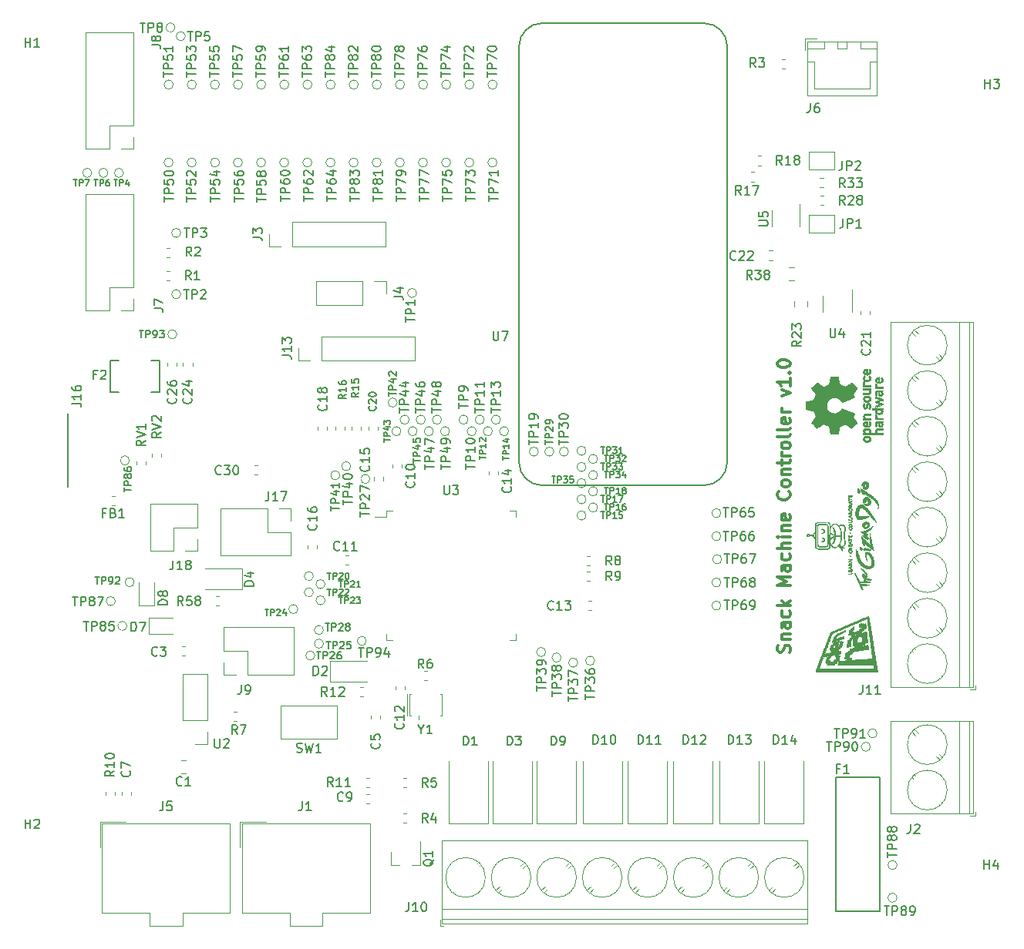
<source format=gbr>
G04 #@! TF.GenerationSoftware,KiCad,Pcbnew,(5.0.1)-3*
G04 #@! TF.CreationDate,2019-02-03T17:01:06-07:00*
G04 #@! TF.ProjectId,Snack Machine,536E61636B204D616368696E652E6B69,rev?*
G04 #@! TF.SameCoordinates,Original*
G04 #@! TF.FileFunction,Legend,Top*
G04 #@! TF.FilePolarity,Positive*
%FSLAX46Y46*%
G04 Gerber Fmt 4.6, Leading zero omitted, Abs format (unit mm)*
G04 Created by KiCad (PCBNEW (5.0.1)-3) date 2/3/2019 5:01:06 PM*
%MOMM*%
%LPD*%
G01*
G04 APERTURE LIST*
%ADD10C,0.300000*%
%ADD11C,0.150000*%
%ADD12C,0.120000*%
%ADD13C,0.010000*%
G04 APERTURE END LIST*
D10*
X179166666Y-119566666D02*
X179233333Y-119366666D01*
X179233333Y-119033333D01*
X179166666Y-118900000D01*
X179100000Y-118833333D01*
X178966666Y-118766666D01*
X178833333Y-118766666D01*
X178700000Y-118833333D01*
X178633333Y-118900000D01*
X178566666Y-119033333D01*
X178500000Y-119300000D01*
X178433333Y-119433333D01*
X178366666Y-119500000D01*
X178233333Y-119566666D01*
X178100000Y-119566666D01*
X177966666Y-119500000D01*
X177900000Y-119433333D01*
X177833333Y-119300000D01*
X177833333Y-118966666D01*
X177900000Y-118766666D01*
X178300000Y-118166666D02*
X179233333Y-118166666D01*
X178433333Y-118166666D02*
X178366666Y-118100000D01*
X178300000Y-117966666D01*
X178300000Y-117766666D01*
X178366666Y-117633333D01*
X178500000Y-117566666D01*
X179233333Y-117566666D01*
X179233333Y-116300000D02*
X178500000Y-116300000D01*
X178366666Y-116366666D01*
X178300000Y-116500000D01*
X178300000Y-116766666D01*
X178366666Y-116900000D01*
X179166666Y-116300000D02*
X179233333Y-116433333D01*
X179233333Y-116766666D01*
X179166666Y-116900000D01*
X179033333Y-116966666D01*
X178900000Y-116966666D01*
X178766666Y-116900000D01*
X178700000Y-116766666D01*
X178700000Y-116433333D01*
X178633333Y-116300000D01*
X179166666Y-115033333D02*
X179233333Y-115166666D01*
X179233333Y-115433333D01*
X179166666Y-115566666D01*
X179100000Y-115633333D01*
X178966666Y-115700000D01*
X178566666Y-115700000D01*
X178433333Y-115633333D01*
X178366666Y-115566666D01*
X178300000Y-115433333D01*
X178300000Y-115166666D01*
X178366666Y-115033333D01*
X179233333Y-114433333D02*
X177833333Y-114433333D01*
X178700000Y-114300000D02*
X179233333Y-113900000D01*
X178300000Y-113900000D02*
X178833333Y-114433333D01*
X179233333Y-112233333D02*
X177833333Y-112233333D01*
X178833333Y-111766666D01*
X177833333Y-111300000D01*
X179233333Y-111300000D01*
X179233333Y-110033333D02*
X178500000Y-110033333D01*
X178366666Y-110100000D01*
X178300000Y-110233333D01*
X178300000Y-110500000D01*
X178366666Y-110633333D01*
X179166666Y-110033333D02*
X179233333Y-110166666D01*
X179233333Y-110500000D01*
X179166666Y-110633333D01*
X179033333Y-110700000D01*
X178900000Y-110700000D01*
X178766666Y-110633333D01*
X178700000Y-110500000D01*
X178700000Y-110166666D01*
X178633333Y-110033333D01*
X179166666Y-108766666D02*
X179233333Y-108900000D01*
X179233333Y-109166666D01*
X179166666Y-109300000D01*
X179100000Y-109366666D01*
X178966666Y-109433333D01*
X178566666Y-109433333D01*
X178433333Y-109366666D01*
X178366666Y-109300000D01*
X178300000Y-109166666D01*
X178300000Y-108900000D01*
X178366666Y-108766666D01*
X179233333Y-108166666D02*
X177833333Y-108166666D01*
X179233333Y-107566666D02*
X178500000Y-107566666D01*
X178366666Y-107633333D01*
X178300000Y-107766666D01*
X178300000Y-107966666D01*
X178366666Y-108100000D01*
X178433333Y-108166666D01*
X179233333Y-106900000D02*
X178300000Y-106900000D01*
X177833333Y-106900000D02*
X177900000Y-106966666D01*
X177966666Y-106900000D01*
X177900000Y-106833333D01*
X177833333Y-106900000D01*
X177966666Y-106900000D01*
X178300000Y-106233333D02*
X179233333Y-106233333D01*
X178433333Y-106233333D02*
X178366666Y-106166666D01*
X178300000Y-106033333D01*
X178300000Y-105833333D01*
X178366666Y-105700000D01*
X178500000Y-105633333D01*
X179233333Y-105633333D01*
X179166666Y-104433333D02*
X179233333Y-104566666D01*
X179233333Y-104833333D01*
X179166666Y-104966666D01*
X179033333Y-105033333D01*
X178500000Y-105033333D01*
X178366666Y-104966666D01*
X178300000Y-104833333D01*
X178300000Y-104566666D01*
X178366666Y-104433333D01*
X178500000Y-104366666D01*
X178633333Y-104366666D01*
X178766666Y-105033333D01*
X179100000Y-101900000D02*
X179166666Y-101966666D01*
X179233333Y-102166666D01*
X179233333Y-102300000D01*
X179166666Y-102500000D01*
X179033333Y-102633333D01*
X178900000Y-102700000D01*
X178633333Y-102766666D01*
X178433333Y-102766666D01*
X178166666Y-102700000D01*
X178033333Y-102633333D01*
X177900000Y-102500000D01*
X177833333Y-102300000D01*
X177833333Y-102166666D01*
X177900000Y-101966666D01*
X177966666Y-101900000D01*
X179233333Y-101100000D02*
X179166666Y-101233333D01*
X179100000Y-101300000D01*
X178966666Y-101366666D01*
X178566666Y-101366666D01*
X178433333Y-101300000D01*
X178366666Y-101233333D01*
X178300000Y-101100000D01*
X178300000Y-100900000D01*
X178366666Y-100766666D01*
X178433333Y-100700000D01*
X178566666Y-100633333D01*
X178966666Y-100633333D01*
X179100000Y-100700000D01*
X179166666Y-100766666D01*
X179233333Y-100900000D01*
X179233333Y-101100000D01*
X178300000Y-100033333D02*
X179233333Y-100033333D01*
X178433333Y-100033333D02*
X178366666Y-99966666D01*
X178300000Y-99833333D01*
X178300000Y-99633333D01*
X178366666Y-99500000D01*
X178500000Y-99433333D01*
X179233333Y-99433333D01*
X178300000Y-98966666D02*
X178300000Y-98433333D01*
X177833333Y-98766666D02*
X179033333Y-98766666D01*
X179166666Y-98700000D01*
X179233333Y-98566666D01*
X179233333Y-98433333D01*
X179233333Y-97966666D02*
X178300000Y-97966666D01*
X178566666Y-97966666D02*
X178433333Y-97900000D01*
X178366666Y-97833333D01*
X178300000Y-97700000D01*
X178300000Y-97566666D01*
X179233333Y-96900000D02*
X179166666Y-97033333D01*
X179100000Y-97100000D01*
X178966666Y-97166666D01*
X178566666Y-97166666D01*
X178433333Y-97100000D01*
X178366666Y-97033333D01*
X178300000Y-96900000D01*
X178300000Y-96700000D01*
X178366666Y-96566666D01*
X178433333Y-96500000D01*
X178566666Y-96433333D01*
X178966666Y-96433333D01*
X179100000Y-96500000D01*
X179166666Y-96566666D01*
X179233333Y-96700000D01*
X179233333Y-96900000D01*
X179233333Y-95633333D02*
X179166666Y-95766666D01*
X179033333Y-95833333D01*
X177833333Y-95833333D01*
X179233333Y-94900000D02*
X179166666Y-95033333D01*
X179033333Y-95100000D01*
X177833333Y-95100000D01*
X179166666Y-93833333D02*
X179233333Y-93966666D01*
X179233333Y-94233333D01*
X179166666Y-94366666D01*
X179033333Y-94433333D01*
X178500000Y-94433333D01*
X178366666Y-94366666D01*
X178300000Y-94233333D01*
X178300000Y-93966666D01*
X178366666Y-93833333D01*
X178500000Y-93766666D01*
X178633333Y-93766666D01*
X178766666Y-94433333D01*
X179233333Y-93166666D02*
X178300000Y-93166666D01*
X178566666Y-93166666D02*
X178433333Y-93100000D01*
X178366666Y-93033333D01*
X178300000Y-92900000D01*
X178300000Y-92766666D01*
X178300000Y-91366666D02*
X179233333Y-91033333D01*
X178300000Y-90700000D01*
X179233333Y-89433333D02*
X179233333Y-90233333D01*
X179233333Y-89833333D02*
X177833333Y-89833333D01*
X178033333Y-89966666D01*
X178166666Y-90100000D01*
X178233333Y-90233333D01*
X179100000Y-88833333D02*
X179166666Y-88766666D01*
X179233333Y-88833333D01*
X179166666Y-88900000D01*
X179100000Y-88833333D01*
X179233333Y-88833333D01*
X177833333Y-87900000D02*
X177833333Y-87766666D01*
X177900000Y-87633333D01*
X177966666Y-87566666D01*
X178100000Y-87500000D01*
X178366666Y-87433333D01*
X178700000Y-87433333D01*
X178966666Y-87500000D01*
X179100000Y-87566666D01*
X179166666Y-87633333D01*
X179233333Y-87766666D01*
X179233333Y-87900000D01*
X179166666Y-88033333D01*
X179100000Y-88100000D01*
X178966666Y-88166666D01*
X178700000Y-88233333D01*
X178366666Y-88233333D01*
X178100000Y-88166666D01*
X177966666Y-88100000D01*
X177900000Y-88033333D01*
X177833333Y-87900000D01*
D11*
G04 #@! TO.C,U7*
X169790000Y-50400000D02*
G75*
G02X172330000Y-52940000I0J-2540000D01*
G01*
X149470000Y-52940000D02*
G75*
G02X152010000Y-50400000I2540000J0D01*
G01*
X172330000Y-98660000D02*
G75*
G02X169790000Y-101200000I-2540000J0D01*
G01*
X152010000Y-101200000D02*
G75*
G02X149470000Y-98660000I0J2540000D01*
G01*
X169790000Y-50400000D02*
X152010000Y-50400000D01*
X172330000Y-98660000D02*
X172330000Y-52940000D01*
X152010000Y-101200000D02*
X169790000Y-101200000D01*
X149470000Y-98660000D02*
X149470000Y-52940000D01*
G04 #@! TO.C,F2*
X104610000Y-90950000D02*
X105550000Y-90950000D01*
X104610000Y-90950000D02*
X104610000Y-87450000D01*
X104610000Y-87450000D02*
X105550000Y-87450000D01*
X109990000Y-87450000D02*
X109050000Y-87450000D01*
X109990000Y-90950000D02*
X109990000Y-87450000D01*
X109050000Y-90950000D02*
X109990000Y-90950000D01*
D12*
G04 #@! TO.C,U3*
X135594000Y-103997000D02*
X134894000Y-103997000D01*
X134894000Y-103997000D02*
X134894000Y-104697000D01*
X148414000Y-103997000D02*
X149114000Y-103997000D01*
X149114000Y-103997000D02*
X149114000Y-104697000D01*
X135594000Y-118217000D02*
X134894000Y-118217000D01*
X134894000Y-118217000D02*
X134894000Y-117517000D01*
X148414000Y-118217000D02*
X149114000Y-118217000D01*
X149114000Y-118217000D02*
X149114000Y-117517000D01*
X134894000Y-104697000D02*
X133604000Y-104697000D01*
D11*
G04 #@! TO.C,F1*
X189054600Y-148013200D02*
X184294600Y-148013200D01*
X189054600Y-148013200D02*
X189054600Y-133323200D01*
X184294600Y-133323200D02*
X189054600Y-133323200D01*
X184294600Y-148013200D02*
X184294600Y-133323200D01*
G04 #@! TO.C,J16*
X99950000Y-93363000D02*
X99950000Y-101363000D01*
D12*
G04 #@! TO.C,C30*
X120771267Y-100010000D02*
X120428733Y-100010000D01*
X120771267Y-98990000D02*
X120428733Y-98990000D01*
G04 #@! TO.C,C5*
X134266400Y-126523933D02*
X134266400Y-126866467D01*
X133246400Y-126523933D02*
X133246400Y-126866467D01*
G04 #@! TO.C,C7*
X106864263Y-134914651D02*
X106864263Y-135257185D01*
X105844263Y-134914651D02*
X105844263Y-135257185D01*
G04 #@! TO.C,C9*
X132690747Y-136137282D02*
X133033281Y-136137282D01*
X132690747Y-135117282D02*
X133033281Y-135117282D01*
G04 #@! TO.C,C10*
X135590000Y-99271267D02*
X135590000Y-98928733D01*
X136610000Y-99271267D02*
X136610000Y-98928733D01*
G04 #@! TO.C,C11*
X130725267Y-108867000D02*
X130382733Y-108867000D01*
X130725267Y-109887000D02*
X130382733Y-109887000D01*
G04 #@! TO.C,C12*
X136930600Y-123298133D02*
X136930600Y-123640667D01*
X135910600Y-123298133D02*
X135910600Y-123640667D01*
G04 #@! TO.C,C13*
X157082733Y-113867000D02*
X157425267Y-113867000D01*
X157082733Y-114887000D02*
X157425267Y-114887000D01*
G04 #@! TO.C,C14*
X147164000Y-100048267D02*
X147164000Y-99705733D01*
X146144000Y-100048267D02*
X146144000Y-99705733D01*
G04 #@! TO.C,C15*
X134564000Y-100648267D02*
X134564000Y-100305733D01*
X133544000Y-100648267D02*
X133544000Y-100305733D01*
G04 #@! TO.C,C16*
X126299500Y-107829533D02*
X126299500Y-108172067D01*
X127319500Y-107829533D02*
X127319500Y-108172067D01*
G04 #@! TO.C,C18*
X128410000Y-95065667D02*
X128410000Y-94723133D01*
X127390000Y-95065667D02*
X127390000Y-94723133D01*
G04 #@! TO.C,C20*
X132990000Y-95071267D02*
X132990000Y-94728733D01*
X134010000Y-95071267D02*
X134010000Y-94728733D01*
G04 #@! TO.C,C21*
X187008508Y-82439415D02*
X187008508Y-82096881D01*
X188028508Y-82439415D02*
X188028508Y-82096881D01*
G04 #@! TO.C,C22*
X176936733Y-76432000D02*
X177279267Y-76432000D01*
X176936733Y-75412000D02*
X177279267Y-75412000D01*
G04 #@! TO.C,C24*
X112590000Y-87728733D02*
X112590000Y-88071267D01*
X113610000Y-87728733D02*
X113610000Y-88071267D01*
G04 #@! TO.C,C26*
X111910000Y-87728733D02*
X111910000Y-88071267D01*
X110890000Y-87728733D02*
X110890000Y-88071267D01*
G04 #@! TO.C,J1*
X118853916Y-138161101D02*
X118853916Y-141011101D01*
X121703916Y-138161101D02*
X118853916Y-138161101D01*
X127913916Y-149621101D02*
X126103916Y-149621101D01*
X127913916Y-148221101D02*
X127913916Y-149621101D01*
X133113916Y-148221101D02*
X127913916Y-148221101D01*
X133113916Y-138401101D02*
X133113916Y-148221101D01*
X126103916Y-138401101D02*
X133113916Y-138401101D01*
X124293916Y-149621101D02*
X126103916Y-149621101D01*
X124293916Y-148221101D02*
X124293916Y-149621101D01*
X119093916Y-148221101D02*
X124293916Y-148221101D01*
X119093916Y-138401101D02*
X119093916Y-148221101D01*
X126103916Y-138401101D02*
X119093916Y-138401101D01*
G04 #@! TO.C,J2*
X196480000Y-134700000D02*
G75*
G03X196480000Y-134700000I-2180000J0D01*
G01*
X196480000Y-129700000D02*
G75*
G03X196480000Y-129700000I-2180000J0D01*
G01*
X198900000Y-137260000D02*
X198900000Y-127140000D01*
X197800000Y-137260000D02*
X197800000Y-127140000D01*
X190240000Y-137260000D02*
X190240000Y-127140000D01*
X199360000Y-137260000D02*
X199360000Y-127140000D01*
X190240000Y-137260000D02*
X199360000Y-137260000D01*
X190240000Y-127140000D02*
X199360000Y-127140000D01*
X192912000Y-133046000D02*
X193019000Y-133153000D01*
X195847000Y-135982000D02*
X195954000Y-136088000D01*
X192646000Y-133312000D02*
X192753000Y-133419000D01*
X195581000Y-136248000D02*
X195688000Y-136354000D01*
X192912000Y-128046000D02*
X193308000Y-128441000D01*
X195574000Y-130707000D02*
X195954000Y-131087000D01*
X192646000Y-128312000D02*
X193026000Y-128692000D01*
X195292000Y-130958000D02*
X195688000Y-131353000D01*
X198960000Y-137500000D02*
X199600000Y-137500000D01*
X199600000Y-137500000D02*
X199600000Y-137100000D01*
G04 #@! TO.C,J5*
X110703916Y-138401101D02*
X103693916Y-138401101D01*
X103693916Y-138401101D02*
X103693916Y-148221101D01*
X103693916Y-148221101D02*
X108893916Y-148221101D01*
X108893916Y-148221101D02*
X108893916Y-149621101D01*
X108893916Y-149621101D02*
X110703916Y-149621101D01*
X110703916Y-138401101D02*
X117713916Y-138401101D01*
X117713916Y-138401101D02*
X117713916Y-148221101D01*
X117713916Y-148221101D02*
X112513916Y-148221101D01*
X112513916Y-148221101D02*
X112513916Y-149621101D01*
X112513916Y-149621101D02*
X110703916Y-149621101D01*
X106303916Y-138161101D02*
X103453916Y-138161101D01*
X103453916Y-138161101D02*
X103453916Y-141011101D01*
G04 #@! TO.C,J10*
X145780000Y-144300000D02*
G75*
G03X145780000Y-144300000I-2180000J0D01*
G01*
X150780000Y-144300000D02*
G75*
G03X150780000Y-144300000I-2180000J0D01*
G01*
X155780000Y-144300000D02*
G75*
G03X155780000Y-144300000I-2180000J0D01*
G01*
X160780000Y-144300000D02*
G75*
G03X160780000Y-144300000I-2180000J0D01*
G01*
X165780000Y-144300000D02*
G75*
G03X165780000Y-144300000I-2180000J0D01*
G01*
X170780000Y-144300000D02*
G75*
G03X170780000Y-144300000I-2180000J0D01*
G01*
X175780000Y-144300000D02*
G75*
G03X175780000Y-144300000I-2180000J0D01*
G01*
X180780000Y-144300000D02*
G75*
G03X180780000Y-144300000I-2180000J0D01*
G01*
X141040000Y-148900000D02*
X181160000Y-148900000D01*
X141040000Y-147800000D02*
X181160000Y-147800000D01*
X141040000Y-140240000D02*
X181160000Y-140240000D01*
X141040000Y-149360000D02*
X181160000Y-149360000D01*
X141040000Y-140240000D02*
X141040000Y-149360000D01*
X181160000Y-140240000D02*
X181160000Y-149360000D01*
X145254000Y-142912000D02*
X145147000Y-143019000D01*
X142318000Y-145847000D02*
X142212000Y-145954000D01*
X144988000Y-142646000D02*
X144881000Y-142753000D01*
X142052000Y-145581000D02*
X141946000Y-145688000D01*
X150254000Y-142912000D02*
X149859000Y-143308000D01*
X147593000Y-145574000D02*
X147213000Y-145954000D01*
X149988000Y-142646000D02*
X149608000Y-143026000D01*
X147342000Y-145292000D02*
X146947000Y-145688000D01*
X155254000Y-142912000D02*
X154859000Y-143308000D01*
X152593000Y-145574000D02*
X152213000Y-145954000D01*
X154988000Y-142646000D02*
X154608000Y-143026000D01*
X152342000Y-145292000D02*
X151947000Y-145688000D01*
X160254000Y-142912000D02*
X159859000Y-143308000D01*
X157593000Y-145574000D02*
X157213000Y-145954000D01*
X159988000Y-142646000D02*
X159608000Y-143026000D01*
X157342000Y-145292000D02*
X156947000Y-145688000D01*
X165254000Y-142912000D02*
X164859000Y-143308000D01*
X162593000Y-145574000D02*
X162213000Y-145954000D01*
X164988000Y-142646000D02*
X164608000Y-143026000D01*
X162342000Y-145292000D02*
X161947000Y-145688000D01*
X170254000Y-142912000D02*
X169859000Y-143308000D01*
X167593000Y-145574000D02*
X167213000Y-145954000D01*
X169988000Y-142646000D02*
X169608000Y-143026000D01*
X167342000Y-145292000D02*
X166947000Y-145688000D01*
X175254000Y-142912000D02*
X174859000Y-143308000D01*
X172593000Y-145574000D02*
X172213000Y-145954000D01*
X174988000Y-142646000D02*
X174608000Y-143026000D01*
X172342000Y-145292000D02*
X171947000Y-145688000D01*
X180254000Y-142912000D02*
X179859000Y-143308000D01*
X177593000Y-145574000D02*
X177213000Y-145954000D01*
X179988000Y-142646000D02*
X179608000Y-143026000D01*
X177342000Y-145292000D02*
X176947000Y-145688000D01*
X140800000Y-148960000D02*
X140800000Y-149600000D01*
X140800000Y-149600000D02*
X141200000Y-149600000D01*
G04 #@! TO.C,J11*
X199600000Y-123600000D02*
X199600000Y-123200000D01*
X198960000Y-123600000D02*
X199600000Y-123600000D01*
X195292000Y-87058000D02*
X195688000Y-87453000D01*
X192646000Y-84412000D02*
X193026000Y-84792000D01*
X195574000Y-86807000D02*
X195954000Y-87187000D01*
X192912000Y-84146000D02*
X193308000Y-84541000D01*
X195292000Y-92058000D02*
X195688000Y-92453000D01*
X192646000Y-89412000D02*
X193026000Y-89792000D01*
X195574000Y-91807000D02*
X195954000Y-92187000D01*
X192912000Y-89146000D02*
X193308000Y-89541000D01*
X195292000Y-97058000D02*
X195688000Y-97453000D01*
X192646000Y-94412000D02*
X193026000Y-94792000D01*
X195574000Y-96807000D02*
X195954000Y-97187000D01*
X192912000Y-94146000D02*
X193308000Y-94541000D01*
X195292000Y-102058000D02*
X195688000Y-102453000D01*
X192646000Y-99412000D02*
X193026000Y-99792000D01*
X195574000Y-101807000D02*
X195954000Y-102187000D01*
X192912000Y-99146000D02*
X193308000Y-99541000D01*
X195292000Y-107058000D02*
X195688000Y-107453000D01*
X192646000Y-104412000D02*
X193026000Y-104792000D01*
X195574000Y-106807000D02*
X195954000Y-107187000D01*
X192912000Y-104146000D02*
X193308000Y-104541000D01*
X195292000Y-112058000D02*
X195688000Y-112453000D01*
X192646000Y-109412000D02*
X193026000Y-109792000D01*
X195574000Y-111807000D02*
X195954000Y-112187000D01*
X192912000Y-109146000D02*
X193308000Y-109541000D01*
X195292000Y-117058000D02*
X195688000Y-117453000D01*
X192646000Y-114412000D02*
X193026000Y-114792000D01*
X195574000Y-116807000D02*
X195954000Y-117187000D01*
X192912000Y-114146000D02*
X193308000Y-114541000D01*
X195581000Y-122348000D02*
X195688000Y-122454000D01*
X192646000Y-119412000D02*
X192753000Y-119519000D01*
X195847000Y-122082000D02*
X195954000Y-122188000D01*
X192912000Y-119146000D02*
X193019000Y-119253000D01*
X190240000Y-83240000D02*
X199360000Y-83240000D01*
X190240000Y-123360000D02*
X199360000Y-123360000D01*
X199360000Y-123360000D02*
X199360000Y-83240000D01*
X190240000Y-123360000D02*
X190240000Y-83240000D01*
X197800000Y-123360000D02*
X197800000Y-83240000D01*
X198900000Y-123360000D02*
X198900000Y-83240000D01*
X196480000Y-85800000D02*
G75*
G03X196480000Y-85800000I-2180000J0D01*
G01*
X196480000Y-90800000D02*
G75*
G03X196480000Y-90800000I-2180000J0D01*
G01*
X196480000Y-95800000D02*
G75*
G03X196480000Y-95800000I-2180000J0D01*
G01*
X196480000Y-100800000D02*
G75*
G03X196480000Y-100800000I-2180000J0D01*
G01*
X196480000Y-105800000D02*
G75*
G03X196480000Y-105800000I-2180000J0D01*
G01*
X196480000Y-110800000D02*
G75*
G03X196480000Y-110800000I-2180000J0D01*
G01*
X196480000Y-115800000D02*
G75*
G03X196480000Y-115800000I-2180000J0D01*
G01*
X196480000Y-120800000D02*
G75*
G03X196480000Y-120800000I-2180000J0D01*
G01*
G04 #@! TO.C,JP1*
X184122500Y-71437500D02*
X184122500Y-73437500D01*
X181322500Y-71437500D02*
X184122500Y-71437500D01*
X181322500Y-73437500D02*
X181322500Y-71437500D01*
X184122500Y-73437500D02*
X181322500Y-73437500D01*
G04 #@! TO.C,JP2*
X184096000Y-66516000D02*
X181296000Y-66516000D01*
X181296000Y-66516000D02*
X181296000Y-64516000D01*
X181296000Y-64516000D02*
X184096000Y-64516000D01*
X184096000Y-64516000D02*
X184096000Y-66516000D01*
G04 #@! TO.C,R1*
X111150217Y-77638950D02*
X110807683Y-77638950D01*
X111150217Y-78658950D02*
X110807683Y-78658950D01*
G04 #@! TO.C,R2*
X111150217Y-76118950D02*
X110807683Y-76118950D01*
X111150217Y-75098950D02*
X110807683Y-75098950D01*
G04 #@! TO.C,R3*
X178669767Y-55374000D02*
X178327233Y-55374000D01*
X178669767Y-54354000D02*
X178327233Y-54354000D01*
G04 #@! TO.C,R4*
X137115308Y-137262185D02*
X136772774Y-137262185D01*
X137115308Y-138282185D02*
X136772774Y-138282185D01*
G04 #@! TO.C,R5*
X137083281Y-134359282D02*
X136740747Y-134359282D01*
X137083281Y-133339282D02*
X136740747Y-133339282D01*
G04 #@! TO.C,R6*
X139388667Y-122607800D02*
X139046133Y-122607800D01*
X139388667Y-121587800D02*
X139046133Y-121587800D01*
G04 #@! TO.C,R7*
X118128733Y-126090000D02*
X118471267Y-126090000D01*
X118128733Y-127110000D02*
X118471267Y-127110000D01*
G04 #@! TO.C,R8*
X157296267Y-108990000D02*
X156953733Y-108990000D01*
X157296267Y-110010000D02*
X156953733Y-110010000D01*
G04 #@! TO.C,R9*
X157296267Y-111710000D02*
X156953733Y-111710000D01*
X157296267Y-110690000D02*
X156953733Y-110690000D01*
G04 #@! TO.C,R10*
X105086263Y-135271413D02*
X105086263Y-134928879D01*
X104066263Y-135271413D02*
X104066263Y-134928879D01*
G04 #@! TO.C,R11*
X133033281Y-134359282D02*
X132690747Y-134359282D01*
X133033281Y-133339282D02*
X132690747Y-133339282D01*
G04 #@! TO.C,R12*
X132378267Y-123391200D02*
X132035733Y-123391200D01*
X132378267Y-124411200D02*
X132035733Y-124411200D01*
G04 #@! TO.C,R15*
X132145500Y-94723133D02*
X132145500Y-95065667D01*
X131125500Y-94723133D02*
X131125500Y-95065667D01*
G04 #@! TO.C,R16*
X129290000Y-94723133D02*
X129290000Y-95065667D01*
X130310000Y-94723133D02*
X130310000Y-95065667D01*
G04 #@! TO.C,R17*
X174976233Y-66776000D02*
X175318767Y-66776000D01*
X174976233Y-67796000D02*
X175318767Y-67796000D01*
G04 #@! TO.C,R18*
X175674733Y-66018000D02*
X176017267Y-66018000D01*
X175674733Y-64998000D02*
X176017267Y-64998000D01*
G04 #@! TO.C,R28*
X182574233Y-69387500D02*
X182916767Y-69387500D01*
X182574233Y-70407500D02*
X182916767Y-70407500D01*
G04 #@! TO.C,R33*
X182524733Y-68439000D02*
X182867267Y-68439000D01*
X182524733Y-67419000D02*
X182867267Y-67419000D01*
G04 #@! TO.C,R38*
X179655252Y-78664000D02*
X179132748Y-78664000D01*
X179655252Y-77244000D02*
X179132748Y-77244000D01*
G04 #@! TO.C,R58*
X116571267Y-113353000D02*
X116228733Y-113353000D01*
X116571267Y-114373000D02*
X116228733Y-114373000D01*
G04 #@! TO.C,U4*
X182828508Y-80334148D02*
X182828508Y-82134148D01*
X186048508Y-82134148D02*
X186048508Y-79684148D01*
G04 #@! TO.C,U5*
X177231000Y-70996000D02*
X177231000Y-72756000D01*
X180301000Y-72756000D02*
X180301000Y-70326000D01*
G04 #@! TO.C,Y1*
X141020600Y-124102400D02*
X141020600Y-126102400D01*
X137420600Y-126102400D02*
X137420600Y-124102400D01*
X138470600Y-126502400D02*
X138470600Y-126902400D01*
X137220600Y-124102400D02*
X137220600Y-126102400D01*
X141020600Y-126102400D02*
X141020600Y-126502400D01*
X137420600Y-126102400D02*
X137420600Y-126502400D01*
X137220600Y-126102400D02*
X137220600Y-126502400D01*
X137420600Y-124102400D02*
X137570600Y-124102400D01*
X137420600Y-126502400D02*
X137570600Y-126502400D01*
X138470600Y-126502400D02*
X138420600Y-126502400D01*
X141020600Y-126502400D02*
X140870600Y-126502400D01*
X141020600Y-124102400D02*
X140870600Y-124102400D01*
G04 #@! TO.C,J3*
X122012400Y-74939200D02*
X122012400Y-73609200D01*
X123342400Y-74939200D02*
X122012400Y-74939200D01*
X124612400Y-74939200D02*
X124612400Y-72279200D01*
X124612400Y-72279200D02*
X134832400Y-72279200D01*
X124612400Y-74939200D02*
X134832400Y-74939200D01*
X134832400Y-74939200D02*
X134832400Y-72279200D01*
G04 #@! TO.C,J4*
X127160514Y-78762113D02*
X127160514Y-81422113D01*
X132300514Y-78762113D02*
X127160514Y-78762113D01*
X132300514Y-81422113D02*
X127160514Y-81422113D01*
X132300514Y-78762113D02*
X132300514Y-81422113D01*
X133570514Y-78762113D02*
X134900514Y-78762113D01*
X134900514Y-78762113D02*
X134900514Y-80092113D01*
G04 #@! TO.C,J7*
X107101950Y-69198950D02*
X101901950Y-69198950D01*
X107101950Y-79418950D02*
X107101950Y-69198950D01*
X101901950Y-82018950D02*
X101901950Y-69198950D01*
X107101950Y-79418950D02*
X104501950Y-79418950D01*
X104501950Y-79418950D02*
X104501950Y-82018950D01*
X104501950Y-82018950D02*
X101901950Y-82018950D01*
X107101950Y-80688950D02*
X107101950Y-82018950D01*
X107101950Y-82018950D02*
X105771950Y-82018950D01*
G04 #@! TO.C,J8*
X107101950Y-64238950D02*
X105771950Y-64238950D01*
X107101950Y-62908950D02*
X107101950Y-64238950D01*
X104501950Y-64238950D02*
X101901950Y-64238950D01*
X104501950Y-61638950D02*
X104501950Y-64238950D01*
X107101950Y-61638950D02*
X104501950Y-61638950D01*
X101901950Y-64238950D02*
X101901950Y-51418950D01*
X107101950Y-61638950D02*
X107101950Y-51418950D01*
X107101950Y-51418950D02*
X101901950Y-51418950D01*
G04 #@! TO.C,J9*
X124764000Y-122007000D02*
X124764000Y-116807000D01*
X119624000Y-122007000D02*
X124764000Y-122007000D01*
X117024000Y-116807000D02*
X124764000Y-116807000D01*
X119624000Y-122007000D02*
X119624000Y-119407000D01*
X119624000Y-119407000D02*
X117024000Y-119407000D01*
X117024000Y-119407000D02*
X117024000Y-116807000D01*
X118354000Y-122007000D02*
X117024000Y-122007000D01*
X117024000Y-122007000D02*
X117024000Y-120677000D01*
G04 #@! TO.C,J13*
X138032800Y-87486800D02*
X138032800Y-84826800D01*
X127812800Y-87486800D02*
X138032800Y-87486800D01*
X127812800Y-84826800D02*
X138032800Y-84826800D01*
X127812800Y-87486800D02*
X127812800Y-84826800D01*
X126542800Y-87486800D02*
X125212800Y-87486800D01*
X125212800Y-87486800D02*
X125212800Y-86156800D01*
G04 #@! TO.C,J17*
X124430000Y-103733000D02*
X124430000Y-105063000D01*
X123100000Y-103733000D02*
X124430000Y-103733000D01*
X124430000Y-106333000D02*
X124430000Y-108933000D01*
X121830000Y-106333000D02*
X124430000Y-106333000D01*
X121830000Y-103733000D02*
X121830000Y-106333000D01*
X124430000Y-108933000D02*
X116690000Y-108933000D01*
X121830000Y-103733000D02*
X116690000Y-103733000D01*
X116690000Y-103733000D02*
X116690000Y-108933000D01*
G04 #@! TO.C,J18*
X114169500Y-103229100D02*
X108969500Y-103229100D01*
X114169500Y-105829100D02*
X114169500Y-103229100D01*
X108969500Y-108429100D02*
X108969500Y-103229100D01*
X114169500Y-105829100D02*
X111569500Y-105829100D01*
X111569500Y-105829100D02*
X111569500Y-108429100D01*
X111569500Y-108429100D02*
X108969500Y-108429100D01*
X114169500Y-107099100D02*
X114169500Y-108429100D01*
X114169500Y-108429100D02*
X112839500Y-108429100D01*
G04 #@! TO.C,D2*
X128731000Y-122750200D02*
X132791000Y-122750200D01*
X128731000Y-120480200D02*
X128731000Y-122750200D01*
X132791000Y-120480200D02*
X128731000Y-120480200D01*
G04 #@! TO.C,D4*
X114987500Y-112598000D02*
X119047500Y-112598000D01*
X119047500Y-112598000D02*
X119047500Y-110328000D01*
X119047500Y-110328000D02*
X114987500Y-110328000D01*
G04 #@! TO.C,R23*
X179696508Y-81513400D02*
X179696508Y-80990896D01*
X181116508Y-81513400D02*
X181116508Y-80990896D01*
G04 #@! TO.C,C3*
X112802239Y-118916046D02*
X112459705Y-118916046D01*
X112802239Y-119936046D02*
X112459705Y-119936046D01*
G04 #@! TO.C,RV1*
X107490000Y-98591733D02*
X107490000Y-98934267D01*
X108510000Y-98591733D02*
X108510000Y-98934267D01*
G04 #@! TO.C,RV2*
X110210000Y-97691733D02*
X110210000Y-98034267D01*
X109190000Y-97691733D02*
X109190000Y-98034267D01*
G04 #@! TO.C,D7*
X108863000Y-115799500D02*
X111413000Y-115799500D01*
X108863000Y-117499500D02*
X111413000Y-117499500D01*
X108863000Y-115799500D02*
X108863000Y-117499500D01*
G04 #@! TO.C,D8*
X107735000Y-114403000D02*
X109435000Y-114403000D01*
X109435000Y-114403000D02*
X109435000Y-111853000D01*
X107735000Y-114403000D02*
X107735000Y-111853000D01*
G04 #@! TO.C,FB1*
X105071267Y-103373000D02*
X104728733Y-103373000D01*
X105071267Y-102353000D02*
X104728733Y-102353000D01*
G04 #@! TO.C,J6*
X181152340Y-52396433D02*
X181152340Y-58366433D01*
X181152340Y-58366433D02*
X188772340Y-58366433D01*
X188772340Y-58366433D02*
X188772340Y-52396433D01*
X188772340Y-52396433D02*
X181152340Y-52396433D01*
X184462340Y-52406433D02*
X184462340Y-53156433D01*
X184462340Y-53156433D02*
X185462340Y-53156433D01*
X185462340Y-53156433D02*
X185462340Y-52406433D01*
X185462340Y-52406433D02*
X184462340Y-52406433D01*
X181162340Y-52406433D02*
X181162340Y-53156433D01*
X181162340Y-53156433D02*
X182962340Y-53156433D01*
X182962340Y-53156433D02*
X182962340Y-52406433D01*
X182962340Y-52406433D02*
X181162340Y-52406433D01*
X186962340Y-52406433D02*
X186962340Y-53156433D01*
X186962340Y-53156433D02*
X188762340Y-53156433D01*
X188762340Y-53156433D02*
X188762340Y-52406433D01*
X188762340Y-52406433D02*
X186962340Y-52406433D01*
X181162340Y-54656433D02*
X181912340Y-54656433D01*
X181912340Y-54656433D02*
X181912340Y-57606433D01*
X181912340Y-57606433D02*
X184962340Y-57606433D01*
X188762340Y-54656433D02*
X188012340Y-54656433D01*
X188012340Y-54656433D02*
X188012340Y-57606433D01*
X188012340Y-57606433D02*
X184962340Y-57606433D01*
X182112340Y-52106433D02*
X180862340Y-52106433D01*
X180862340Y-52106433D02*
X180862340Y-53356433D01*
G04 #@! TO.C,D1*
X141741000Y-138339000D02*
X146041000Y-138339000D01*
X146041000Y-138339000D02*
X146041000Y-131539000D01*
X141741000Y-138339000D02*
X141741000Y-131539000D01*
G04 #@! TO.C,D3*
X146567000Y-138339000D02*
X146567000Y-131539000D01*
X150867000Y-138339000D02*
X150867000Y-131539000D01*
X146567000Y-138339000D02*
X150867000Y-138339000D01*
G04 #@! TO.C,D9*
X151393000Y-138339000D02*
X155693000Y-138339000D01*
X155693000Y-138339000D02*
X155693000Y-131539000D01*
X151393000Y-138339000D02*
X151393000Y-131539000D01*
G04 #@! TO.C,D10*
X156473000Y-138339000D02*
X156473000Y-131539000D01*
X160773000Y-138339000D02*
X160773000Y-131539000D01*
X156473000Y-138339000D02*
X160773000Y-138339000D01*
G04 #@! TO.C,D11*
X161426000Y-138339000D02*
X161426000Y-131539000D01*
X165726000Y-138339000D02*
X165726000Y-131539000D01*
X161426000Y-138339000D02*
X165726000Y-138339000D01*
G04 #@! TO.C,D12*
X166379000Y-138339000D02*
X170679000Y-138339000D01*
X170679000Y-138339000D02*
X170679000Y-131539000D01*
X166379000Y-138339000D02*
X166379000Y-131539000D01*
G04 #@! TO.C,D13*
X171459000Y-138339000D02*
X171459000Y-131539000D01*
X175759000Y-138339000D02*
X175759000Y-131539000D01*
X171459000Y-138339000D02*
X175759000Y-138339000D01*
G04 #@! TO.C,D14*
X176412000Y-138339000D02*
X180712000Y-138339000D01*
X180712000Y-138339000D02*
X180712000Y-131539000D01*
X176412000Y-138339000D02*
X176412000Y-131539000D01*
G04 #@! TO.C,Q1*
X135451207Y-142977185D02*
X135451207Y-141517185D01*
X138611207Y-142977185D02*
X138611207Y-140317185D01*
X138611207Y-142977185D02*
X137681207Y-142977185D01*
X135451207Y-142977185D02*
X136381207Y-142977185D01*
G04 #@! TO.C,TP1*
X138230514Y-80067113D02*
G75*
G03X138230514Y-80067113I-500000J0D01*
G01*
G04 #@! TO.C,TP2*
X112329950Y-80185450D02*
G75*
G03X112329950Y-80185450I-500000J0D01*
G01*
G04 #@! TO.C,TP3*
X112329950Y-73454450D02*
G75*
G03X112329950Y-73454450I-500000J0D01*
G01*
G04 #@! TO.C,TP4*
X106037000Y-66852800D02*
G75*
G03X106037000Y-66852800I-500000J0D01*
G01*
G04 #@! TO.C,TP5*
X112831500Y-51841400D02*
G75*
G03X112831500Y-51841400I-500000J0D01*
G01*
G04 #@! TO.C,TP6*
X104335200Y-66852800D02*
G75*
G03X104335200Y-66852800I-500000J0D01*
G01*
G04 #@! TO.C,TP7*
X102557200Y-66852800D02*
G75*
G03X102557200Y-66852800I-500000J0D01*
G01*
G04 #@! TO.C,TP8*
X111701200Y-50876200D02*
G75*
G03X111701200Y-50876200I-500000J0D01*
G01*
G04 #@! TO.C,TP9*
X143883000Y-93980000D02*
G75*
G03X143883000Y-93980000I-500000J0D01*
G01*
G04 #@! TO.C,TP10*
X144772000Y-95250000D02*
G75*
G03X144772000Y-95250000I-500000J0D01*
G01*
G04 #@! TO.C,TP11*
X145661000Y-93980000D02*
G75*
G03X145661000Y-93980000I-500000J0D01*
G01*
G04 #@! TO.C,TP12*
X146550000Y-95250000D02*
G75*
G03X146550000Y-95250000I-500000J0D01*
G01*
G04 #@! TO.C,TP13*
X147439000Y-93980000D02*
G75*
G03X147439000Y-93980000I-500000J0D01*
G01*
G04 #@! TO.C,TP14*
X148328000Y-95250000D02*
G75*
G03X148328000Y-95250000I-500000J0D01*
G01*
G04 #@! TO.C,TP15*
X156837000Y-104521000D02*
G75*
G03X156837000Y-104521000I-500000J0D01*
G01*
G04 #@! TO.C,TP16*
X158107000Y-103632000D02*
G75*
G03X158107000Y-103632000I-500000J0D01*
G01*
G04 #@! TO.C,TP17*
X156837000Y-102743000D02*
G75*
G03X156837000Y-102743000I-500000J0D01*
G01*
G04 #@! TO.C,TP18*
X158107000Y-101854000D02*
G75*
G03X158107000Y-101854000I-500000J0D01*
G01*
G04 #@! TO.C,TP19*
X151600000Y-97500000D02*
G75*
G03X151600000Y-97500000I-500000J0D01*
G01*
G04 #@! TO.C,TP20*
X126903100Y-111175800D02*
G75*
G03X126903100Y-111175800I-500000J0D01*
G01*
G04 #@! TO.C,TP21*
X128173100Y-112064800D02*
G75*
G03X128173100Y-112064800I-500000J0D01*
G01*
G04 #@! TO.C,TP22*
X126903100Y-112953800D02*
G75*
G03X126903100Y-112953800I-500000J0D01*
G01*
G04 #@! TO.C,TP23*
X128173100Y-113842800D02*
G75*
G03X128173100Y-113842800I-500000J0D01*
G01*
G04 #@! TO.C,TP24*
X125188600Y-114795300D02*
G75*
G03X125188600Y-114795300I-500000J0D01*
G01*
G04 #@! TO.C,TP25*
X128000000Y-118600000D02*
G75*
G03X128000000Y-118600000I-500000J0D01*
G01*
G04 #@! TO.C,TP26*
X127055500Y-119913400D02*
G75*
G03X127055500Y-119913400I-500000J0D01*
G01*
G04 #@! TO.C,TP27*
X133100000Y-100500000D02*
G75*
G03X133100000Y-100500000I-500000J0D01*
G01*
G04 #@! TO.C,TP28*
X128000000Y-117100000D02*
G75*
G03X128000000Y-117100000I-500000J0D01*
G01*
G04 #@! TO.C,TP29*
X153300000Y-97500000D02*
G75*
G03X153300000Y-97500000I-500000J0D01*
G01*
G04 #@! TO.C,TP30*
X154900000Y-97500000D02*
G75*
G03X154900000Y-97500000I-500000J0D01*
G01*
G04 #@! TO.C,TP31*
X156837000Y-97409000D02*
G75*
G03X156837000Y-97409000I-500000J0D01*
G01*
G04 #@! TO.C,TP32*
X158107000Y-98298000D02*
G75*
G03X158107000Y-98298000I-500000J0D01*
G01*
G04 #@! TO.C,TP33*
X156837000Y-99187000D02*
G75*
G03X156837000Y-99187000I-500000J0D01*
G01*
G04 #@! TO.C,TP34*
X158107000Y-100076000D02*
G75*
G03X158107000Y-100076000I-500000J0D01*
G01*
G04 #@! TO.C,TP35*
X156837000Y-100965000D02*
G75*
G03X156837000Y-100965000I-500000J0D01*
G01*
G04 #@! TO.C,TP36*
X157776800Y-120472200D02*
G75*
G03X157776800Y-120472200I-500000J0D01*
G01*
G04 #@! TO.C,TP37*
X155922600Y-120688100D02*
G75*
G03X155922600Y-120688100I-500000J0D01*
G01*
G04 #@! TO.C,TP38*
X154093800Y-120129300D02*
G75*
G03X154093800Y-120129300I-500000J0D01*
G01*
G04 #@! TO.C,TP39*
X152404700Y-119519700D02*
G75*
G03X152404700Y-119519700I-500000J0D01*
G01*
G04 #@! TO.C,TP40*
X131000000Y-99100000D02*
G75*
G03X131000000Y-99100000I-500000J0D01*
G01*
G04 #@! TO.C,TP41*
X129800000Y-100100000D02*
G75*
G03X129800000Y-100100000I-500000J0D01*
G01*
G04 #@! TO.C,TP42*
X136100000Y-92100000D02*
G75*
G03X136100000Y-92100000I-500000J0D01*
G01*
G04 #@! TO.C,TP43*
X136517000Y-95250000D02*
G75*
G03X136517000Y-95250000I-500000J0D01*
G01*
G04 #@! TO.C,TP44*
X137406000Y-93980000D02*
G75*
G03X137406000Y-93980000I-500000J0D01*
G01*
G04 #@! TO.C,TP45*
X138295000Y-95250000D02*
G75*
G03X138295000Y-95250000I-500000J0D01*
G01*
G04 #@! TO.C,TP46*
X139184000Y-93980000D02*
G75*
G03X139184000Y-93980000I-500000J0D01*
G01*
G04 #@! TO.C,TP47*
X140073000Y-95250000D02*
G75*
G03X140073000Y-95250000I-500000J0D01*
G01*
G04 #@! TO.C,TP48*
X140962000Y-93980000D02*
G75*
G03X140962000Y-93980000I-500000J0D01*
G01*
G04 #@! TO.C,TP49*
X141851000Y-95250000D02*
G75*
G03X141851000Y-95250000I-500000J0D01*
G01*
G04 #@! TO.C,TP50*
X111498000Y-65722500D02*
G75*
G03X111498000Y-65722500I-500000J0D01*
G01*
G04 #@! TO.C,TP51*
X111498000Y-57150000D02*
G75*
G03X111498000Y-57150000I-500000J0D01*
G01*
G04 #@! TO.C,TP52*
X114038000Y-65722500D02*
G75*
G03X114038000Y-65722500I-500000J0D01*
G01*
G04 #@! TO.C,TP53*
X114038000Y-57150000D02*
G75*
G03X114038000Y-57150000I-500000J0D01*
G01*
G04 #@! TO.C,TP54*
X116600000Y-65722500D02*
G75*
G03X116600000Y-65722500I-500000J0D01*
G01*
G04 #@! TO.C,TP55*
X116578000Y-57150000D02*
G75*
G03X116578000Y-57150000I-500000J0D01*
G01*
G04 #@! TO.C,TP56*
X119118000Y-65722500D02*
G75*
G03X119118000Y-65722500I-500000J0D01*
G01*
G04 #@! TO.C,TP57*
X119118000Y-57150000D02*
G75*
G03X119118000Y-57150000I-500000J0D01*
G01*
G04 #@! TO.C,TP58*
X121658000Y-65722500D02*
G75*
G03X121658000Y-65722500I-500000J0D01*
G01*
G04 #@! TO.C,TP59*
X121658000Y-57150000D02*
G75*
G03X121658000Y-57150000I-500000J0D01*
G01*
G04 #@! TO.C,TP60*
X124198000Y-65722500D02*
G75*
G03X124198000Y-65722500I-500000J0D01*
G01*
G04 #@! TO.C,TP61*
X124198000Y-57150000D02*
G75*
G03X124198000Y-57150000I-500000J0D01*
G01*
G04 #@! TO.C,TP62*
X126738000Y-65722500D02*
G75*
G03X126738000Y-65722500I-500000J0D01*
G01*
G04 #@! TO.C,TP63*
X126738000Y-57150000D02*
G75*
G03X126738000Y-57150000I-500000J0D01*
G01*
G04 #@! TO.C,TP64*
X129278000Y-65722500D02*
G75*
G03X129278000Y-65722500I-500000J0D01*
G01*
G04 #@! TO.C,TP65*
X171646000Y-104250000D02*
G75*
G03X171646000Y-104250000I-500000J0D01*
G01*
G04 #@! TO.C,TP66*
X171646000Y-106790000D02*
G75*
G03X171646000Y-106790000I-500000J0D01*
G01*
G04 #@! TO.C,TP67*
X171731000Y-109330000D02*
G75*
G03X171731000Y-109330000I-500000J0D01*
G01*
G04 #@! TO.C,TP68*
X171646000Y-111870000D02*
G75*
G03X171646000Y-111870000I-500000J0D01*
G01*
G04 #@! TO.C,TP69*
X171646000Y-114410000D02*
G75*
G03X171646000Y-114410000I-500000J0D01*
G01*
G04 #@! TO.C,TP70*
X147058000Y-57150000D02*
G75*
G03X147058000Y-57150000I-500000J0D01*
G01*
G04 #@! TO.C,TP71*
X147058000Y-65722500D02*
G75*
G03X147058000Y-65722500I-500000J0D01*
G01*
G04 #@! TO.C,TP72*
X144518000Y-57150000D02*
G75*
G03X144518000Y-57150000I-500000J0D01*
G01*
G04 #@! TO.C,TP73*
X144518000Y-65722500D02*
G75*
G03X144518000Y-65722500I-500000J0D01*
G01*
G04 #@! TO.C,TP74*
X141978000Y-57150000D02*
G75*
G03X141978000Y-57150000I-500000J0D01*
G01*
G04 #@! TO.C,TP75*
X141978000Y-65722500D02*
G75*
G03X141978000Y-65722500I-500000J0D01*
G01*
G04 #@! TO.C,TP76*
X139438000Y-57150000D02*
G75*
G03X139438000Y-57150000I-500000J0D01*
G01*
G04 #@! TO.C,TP77*
X139438000Y-65722500D02*
G75*
G03X139438000Y-65722500I-500000J0D01*
G01*
G04 #@! TO.C,TP78*
X136900000Y-57150000D02*
G75*
G03X136900000Y-57150000I-500000J0D01*
G01*
G04 #@! TO.C,TP79*
X136898000Y-65722500D02*
G75*
G03X136898000Y-65722500I-500000J0D01*
G01*
G04 #@! TO.C,TP80*
X134358000Y-57150000D02*
G75*
G03X134358000Y-57150000I-500000J0D01*
G01*
G04 #@! TO.C,TP81*
X134358000Y-65722500D02*
G75*
G03X134358000Y-65722500I-500000J0D01*
G01*
G04 #@! TO.C,TP82*
X131818000Y-57150000D02*
G75*
G03X131818000Y-57150000I-500000J0D01*
G01*
G04 #@! TO.C,TP83*
X131818000Y-65722500D02*
G75*
G03X131818000Y-65722500I-500000J0D01*
G01*
G04 #@! TO.C,TP84*
X129278000Y-57150000D02*
G75*
G03X129278000Y-57150000I-500000J0D01*
G01*
G04 #@! TO.C,TP85*
X106418000Y-116649500D02*
G75*
G03X106418000Y-116649500I-500000J0D01*
G01*
G04 #@! TO.C,TP86*
X106700000Y-98463000D02*
G75*
G03X106700000Y-98463000I-500000J0D01*
G01*
G04 #@! TO.C,TP87*
X105148000Y-113919000D02*
G75*
G03X105148000Y-113919000I-500000J0D01*
G01*
G04 #@! TO.C,TP88*
X190974600Y-142933200D02*
G75*
G03X190974600Y-142933200I-500000J0D01*
G01*
G04 #@! TO.C,TP89*
X190974600Y-146533200D02*
G75*
G03X190974600Y-146533200I-500000J0D01*
G01*
G04 #@! TO.C,TP90*
X188053600Y-129933700D02*
G75*
G03X188053600Y-129933700I-500000J0D01*
G01*
G04 #@! TO.C,TP91*
X188790200Y-128460500D02*
G75*
G03X188790200Y-128460500I-500000J0D01*
G01*
G04 #@! TO.C,TP92*
X107218100Y-111848900D02*
G75*
G03X107218100Y-111848900I-500000J0D01*
G01*
G04 #@! TO.C,TP93*
X111900000Y-84600000D02*
G75*
G03X111900000Y-84600000I-500000J0D01*
G01*
G04 #@! TO.C,U2*
X115230972Y-121906046D02*
X112570972Y-121906046D01*
X115230972Y-127046046D02*
X115230972Y-121906046D01*
X112570972Y-127046046D02*
X112570972Y-121906046D01*
X115230972Y-127046046D02*
X112570972Y-127046046D01*
X115230972Y-128316046D02*
X115230972Y-129646046D01*
X115230972Y-129646046D02*
X113900972Y-129646046D01*
G04 #@! TO.C,SW1*
X123340000Y-125390000D02*
X129460000Y-125390000D01*
X129460000Y-125390000D02*
X129460000Y-129010000D01*
X129460000Y-129010000D02*
X123340000Y-129010000D01*
X123340000Y-129010000D02*
X123340000Y-125390000D01*
G04 #@! TO.C,C1*
X112892224Y-132836046D02*
X112369720Y-132836046D01*
X112892224Y-131416046D02*
X112369720Y-131416046D01*
G04 #@! TO.C,TP94*
X132700000Y-118300000D02*
G75*
G03X132700000Y-118300000I-500000J0D01*
G01*
D13*
G04 #@! TO.C,G\002A\002A\002A*
G36*
X182728111Y-106925778D02*
X182740671Y-106924511D01*
X182742222Y-106925778D01*
X182740769Y-106932069D01*
X182735166Y-106932833D01*
X182726455Y-106928961D01*
X182728111Y-106925778D01*
X182728111Y-106925778D01*
G37*
X182728111Y-106925778D02*
X182740671Y-106924511D01*
X182742222Y-106925778D01*
X182740769Y-106932069D01*
X182735166Y-106932833D01*
X182726455Y-106928961D01*
X182728111Y-106925778D01*
G36*
X182770444Y-106936361D02*
X182783004Y-106935094D01*
X182784555Y-106936361D01*
X182783102Y-106942653D01*
X182777500Y-106943416D01*
X182768788Y-106939544D01*
X182770444Y-106936361D01*
X182770444Y-106936361D01*
G37*
X182770444Y-106936361D02*
X182783004Y-106935094D01*
X182784555Y-106936361D01*
X182783102Y-106942653D01*
X182777500Y-106943416D01*
X182768788Y-106939544D01*
X182770444Y-106936361D01*
G36*
X182668788Y-106012960D02*
X182683545Y-106012083D01*
X182698834Y-106009766D01*
X182695764Y-105999888D01*
X182692833Y-105996208D01*
X182687531Y-105986548D01*
X182695113Y-105981820D01*
X182719248Y-105980375D01*
X182728182Y-105980333D01*
X182792722Y-105988637D01*
X182856592Y-106011533D01*
X182914598Y-106045993D01*
X182961544Y-106088991D01*
X182990301Y-106133043D01*
X183007818Y-106192345D01*
X183004708Y-106249836D01*
X182988060Y-106295170D01*
X182958351Y-106340966D01*
X182916543Y-106379748D01*
X182858746Y-106414860D01*
X182835708Y-106426115D01*
X182807599Y-106437619D01*
X182775675Y-106448289D01*
X182743789Y-106457268D01*
X182715795Y-106463698D01*
X182695545Y-106466724D01*
X182686893Y-106465488D01*
X182693692Y-106459133D01*
X182698125Y-106456713D01*
X182722842Y-106442409D01*
X182746121Y-106427355D01*
X182774088Y-106409055D01*
X182806005Y-106389304D01*
X182808538Y-106387791D01*
X182871048Y-106343258D01*
X182913511Y-106295641D01*
X182931457Y-106260957D01*
X182941710Y-106231179D01*
X182943435Y-106210655D01*
X182936398Y-106189165D01*
X182929498Y-106174817D01*
X182899125Y-106130619D01*
X182855105Y-106095262D01*
X182794707Y-106066895D01*
X182748476Y-106052183D01*
X182701927Y-106038021D01*
X182672477Y-106026361D01*
X182661105Y-106017806D01*
X182668788Y-106012960D01*
X182668788Y-106012960D01*
G37*
X182668788Y-106012960D02*
X182683545Y-106012083D01*
X182698834Y-106009766D01*
X182695764Y-105999888D01*
X182692833Y-105996208D01*
X182687531Y-105986548D01*
X182695113Y-105981820D01*
X182719248Y-105980375D01*
X182728182Y-105980333D01*
X182792722Y-105988637D01*
X182856592Y-106011533D01*
X182914598Y-106045993D01*
X182961544Y-106088991D01*
X182990301Y-106133043D01*
X183007818Y-106192345D01*
X183004708Y-106249836D01*
X182988060Y-106295170D01*
X182958351Y-106340966D01*
X182916543Y-106379748D01*
X182858746Y-106414860D01*
X182835708Y-106426115D01*
X182807599Y-106437619D01*
X182775675Y-106448289D01*
X182743789Y-106457268D01*
X182715795Y-106463698D01*
X182695545Y-106466724D01*
X182686893Y-106465488D01*
X182693692Y-106459133D01*
X182698125Y-106456713D01*
X182722842Y-106442409D01*
X182746121Y-106427355D01*
X182774088Y-106409055D01*
X182806005Y-106389304D01*
X182808538Y-106387791D01*
X182871048Y-106343258D01*
X182913511Y-106295641D01*
X182931457Y-106260957D01*
X182941710Y-106231179D01*
X182943435Y-106210655D01*
X182936398Y-106189165D01*
X182929498Y-106174817D01*
X182899125Y-106130619D01*
X182855105Y-106095262D01*
X182794707Y-106066895D01*
X182748476Y-106052183D01*
X182701927Y-106038021D01*
X182672477Y-106026361D01*
X182661105Y-106017806D01*
X182668788Y-106012960D01*
G36*
X182667200Y-107379944D02*
X182689635Y-107372462D01*
X182707874Y-107365883D01*
X182707052Y-107358764D01*
X182703037Y-107355932D01*
X182697465Y-107350951D01*
X182699344Y-107345457D01*
X182711358Y-107338049D01*
X182736188Y-107327321D01*
X182776518Y-107311869D01*
X182813008Y-107298373D01*
X182873457Y-107268843D01*
X182914877Y-107232747D01*
X182936889Y-107191803D01*
X182939117Y-107147729D01*
X182921182Y-107102242D01*
X182882707Y-107057060D01*
X182868681Y-107045082D01*
X182829773Y-107016913D01*
X182790754Y-106993830D01*
X182757460Y-106978990D01*
X182739456Y-106975166D01*
X182722662Y-106968817D01*
X182719998Y-106965727D01*
X182723970Y-106961142D01*
X182742858Y-106963013D01*
X182771864Y-106970090D01*
X182806188Y-106981125D01*
X182841032Y-106994870D01*
X182852944Y-107000320D01*
X182882969Y-107013318D01*
X182895522Y-107015659D01*
X182890917Y-107008164D01*
X182869467Y-106991656D01*
X182842955Y-106974132D01*
X182815048Y-106955222D01*
X182804733Y-106945642D01*
X182810602Y-106945390D01*
X182831248Y-106954467D01*
X182865263Y-106972872D01*
X182867458Y-106974134D01*
X182921757Y-107011090D01*
X182966675Y-107052690D01*
X182998231Y-107094799D01*
X183010259Y-107122437D01*
X183017802Y-107152263D01*
X183019294Y-107173612D01*
X183014240Y-107196658D01*
X183005414Y-107222422D01*
X182976171Y-107274753D01*
X182930001Y-107320799D01*
X182870798Y-107358080D01*
X182802458Y-107384115D01*
X182732520Y-107396182D01*
X182693762Y-107397064D01*
X182668658Y-107393934D01*
X182659156Y-107387869D01*
X182667200Y-107379944D01*
X182667200Y-107379944D01*
G37*
X182667200Y-107379944D02*
X182689635Y-107372462D01*
X182707874Y-107365883D01*
X182707052Y-107358764D01*
X182703037Y-107355932D01*
X182697465Y-107350951D01*
X182699344Y-107345457D01*
X182711358Y-107338049D01*
X182736188Y-107327321D01*
X182776518Y-107311869D01*
X182813008Y-107298373D01*
X182873457Y-107268843D01*
X182914877Y-107232747D01*
X182936889Y-107191803D01*
X182939117Y-107147729D01*
X182921182Y-107102242D01*
X182882707Y-107057060D01*
X182868681Y-107045082D01*
X182829773Y-107016913D01*
X182790754Y-106993830D01*
X182757460Y-106978990D01*
X182739456Y-106975166D01*
X182722662Y-106968817D01*
X182719998Y-106965727D01*
X182723970Y-106961142D01*
X182742858Y-106963013D01*
X182771864Y-106970090D01*
X182806188Y-106981125D01*
X182841032Y-106994870D01*
X182852944Y-107000320D01*
X182882969Y-107013318D01*
X182895522Y-107015659D01*
X182890917Y-107008164D01*
X182869467Y-106991656D01*
X182842955Y-106974132D01*
X182815048Y-106955222D01*
X182804733Y-106945642D01*
X182810602Y-106945390D01*
X182831248Y-106954467D01*
X182865263Y-106972872D01*
X182867458Y-106974134D01*
X182921757Y-107011090D01*
X182966675Y-107052690D01*
X182998231Y-107094799D01*
X183010259Y-107122437D01*
X183017802Y-107152263D01*
X183019294Y-107173612D01*
X183014240Y-107196658D01*
X183005414Y-107222422D01*
X182976171Y-107274753D01*
X182930001Y-107320799D01*
X182870798Y-107358080D01*
X182802458Y-107384115D01*
X182732520Y-107396182D01*
X182693762Y-107397064D01*
X182668658Y-107393934D01*
X182659156Y-107387869D01*
X182667200Y-107379944D01*
G36*
X182116041Y-105567583D02*
X182121333Y-105572875D01*
X182116041Y-105578166D01*
X182110750Y-105572875D01*
X182116041Y-105567583D01*
X182116041Y-105567583D01*
G37*
X182116041Y-105567583D02*
X182121333Y-105572875D01*
X182116041Y-105578166D01*
X182110750Y-105572875D01*
X182116041Y-105567583D01*
G36*
X183354291Y-105271250D02*
X183359583Y-105276541D01*
X183354291Y-105281833D01*
X183349000Y-105276541D01*
X183354291Y-105271250D01*
X183354291Y-105271250D01*
G37*
X183354291Y-105271250D02*
X183359583Y-105276541D01*
X183354291Y-105281833D01*
X183349000Y-105276541D01*
X183354291Y-105271250D01*
G36*
X182190138Y-106517285D02*
X182190193Y-106364298D01*
X182190313Y-106229944D01*
X182190520Y-106112957D01*
X182190839Y-106012070D01*
X182191290Y-105926015D01*
X182191898Y-105853527D01*
X182192686Y-105793339D01*
X182193675Y-105744183D01*
X182194890Y-105704794D01*
X182196353Y-105673904D01*
X182198086Y-105650247D01*
X182200114Y-105632555D01*
X182202458Y-105619564D01*
X182205142Y-105610004D01*
X182208189Y-105602611D01*
X182209854Y-105599333D01*
X182253871Y-105536941D01*
X182310269Y-105490187D01*
X182327039Y-105480723D01*
X182338089Y-105475407D01*
X182349934Y-105471084D01*
X182364688Y-105467679D01*
X182384461Y-105465119D01*
X182411365Y-105463328D01*
X182447511Y-105462232D01*
X182495011Y-105461756D01*
X182555976Y-105461827D01*
X182632516Y-105462369D01*
X182726745Y-105463307D01*
X182798113Y-105464091D01*
X182908154Y-105465327D01*
X182999123Y-105466540D01*
X183073112Y-105468011D01*
X183132214Y-105470021D01*
X183178520Y-105472851D01*
X183214122Y-105476781D01*
X183241114Y-105482093D01*
X183261587Y-105489067D01*
X183277633Y-105497985D01*
X183291345Y-105509126D01*
X183304815Y-105522773D01*
X183314737Y-105533448D01*
X183343956Y-105574889D01*
X183365138Y-105629026D01*
X183379073Y-105698528D01*
X183385938Y-105773958D01*
X183389191Y-105827689D01*
X183393033Y-105883467D01*
X183396728Y-105930731D01*
X183397370Y-105938067D01*
X183399683Y-105974181D01*
X183399689Y-106001233D01*
X183397564Y-106012908D01*
X183396553Y-106024180D01*
X183395450Y-106055008D01*
X183394277Y-106103782D01*
X183393057Y-106168893D01*
X183391813Y-106248729D01*
X183390567Y-106341681D01*
X183389342Y-106446139D01*
X183388161Y-106560493D01*
X183387046Y-106683132D01*
X183386021Y-106812447D01*
X183385720Y-106854216D01*
X183384667Y-106986838D01*
X183383417Y-107114422D01*
X183382002Y-107235224D01*
X183380452Y-107347499D01*
X183378800Y-107449501D01*
X183377075Y-107539486D01*
X183375311Y-107615708D01*
X183373537Y-107676423D01*
X183371786Y-107719886D01*
X183370089Y-107744351D01*
X183369688Y-107747229D01*
X183347633Y-107815602D01*
X183308035Y-107872340D01*
X183251703Y-107916293D01*
X183250644Y-107916901D01*
X183198895Y-107946456D01*
X183047810Y-107946830D01*
X183047810Y-107873444D01*
X183100351Y-107872992D01*
X183140348Y-107871979D01*
X183169958Y-107870315D01*
X183191336Y-107867912D01*
X183206639Y-107864680D01*
X183218020Y-107860528D01*
X183227637Y-107855369D01*
X183229510Y-107854226D01*
X183256327Y-107830903D01*
X183280426Y-107799241D01*
X183284990Y-107791082D01*
X183289917Y-107780617D01*
X183294060Y-107768932D01*
X183297506Y-107754130D01*
X183300347Y-107734314D01*
X183302672Y-107707587D01*
X183304571Y-107672053D01*
X183306132Y-107625816D01*
X183307447Y-107566977D01*
X183308605Y-107493641D01*
X183309696Y-107403911D01*
X183310809Y-107295890D01*
X183311421Y-107232396D01*
X183312987Y-107081999D01*
X183314732Y-106939778D01*
X183316625Y-106807078D01*
X183318638Y-106685245D01*
X183320742Y-106575626D01*
X183322906Y-106479566D01*
X183325101Y-106398413D01*
X183327297Y-106333511D01*
X183329466Y-106286208D01*
X183331578Y-106257849D01*
X183332908Y-106250208D01*
X183333937Y-106237286D01*
X183334740Y-106205947D01*
X183335295Y-106158941D01*
X183335585Y-106099016D01*
X183335589Y-106028923D01*
X183335287Y-105951409D01*
X183335166Y-105931864D01*
X183333125Y-105624102D01*
X183302794Y-105584358D01*
X183258658Y-105538778D01*
X183207146Y-105510739D01*
X183151331Y-105498099D01*
X183127196Y-105496721D01*
X183084905Y-105496081D01*
X183027456Y-105496153D01*
X182957849Y-105496907D01*
X182879080Y-105498318D01*
X182794147Y-105500357D01*
X182741970Y-105501856D01*
X182640742Y-105505026D01*
X182558378Y-105507998D01*
X182492582Y-105511163D01*
X182441060Y-105514911D01*
X182401517Y-105519635D01*
X182371657Y-105525725D01*
X182349187Y-105533573D01*
X182331811Y-105543569D01*
X182317234Y-105556106D01*
X182303162Y-105571573D01*
X182298128Y-105577518D01*
X182276645Y-105608869D01*
X182260531Y-105642177D01*
X182259683Y-105644634D01*
X182257860Y-105660847D01*
X182256305Y-105696374D01*
X182255012Y-105749366D01*
X182253974Y-105817972D01*
X182253184Y-105900341D01*
X182252637Y-105994623D01*
X182252324Y-106098969D01*
X182252240Y-106211527D01*
X182252378Y-106330447D01*
X182252730Y-106453880D01*
X182253291Y-106579973D01*
X182254054Y-106706879D01*
X182255012Y-106832745D01*
X182256158Y-106955722D01*
X182257486Y-107073959D01*
X182258989Y-107185606D01*
X182260660Y-107288813D01*
X182262493Y-107381729D01*
X182264480Y-107462504D01*
X182266476Y-107525500D01*
X182269966Y-107610212D01*
X182274019Y-107676574D01*
X182279403Y-107727404D01*
X182286889Y-107765518D01*
X182297245Y-107793733D01*
X182311240Y-107814864D01*
X182329645Y-107831729D01*
X182353228Y-107847144D01*
X182354541Y-107847917D01*
X182364847Y-107853447D01*
X182376528Y-107857966D01*
X182391755Y-107861596D01*
X182412698Y-107864457D01*
X182441527Y-107866670D01*
X182480411Y-107868355D01*
X182531521Y-107869633D01*
X182597027Y-107870625D01*
X182679099Y-107871452D01*
X182779907Y-107872235D01*
X182793375Y-107872331D01*
X182896478Y-107873024D01*
X182980571Y-107873425D01*
X183047810Y-107873444D01*
X183047810Y-107946830D01*
X182906176Y-107947182D01*
X182820725Y-107947076D01*
X182734290Y-107946396D01*
X182651495Y-107945221D01*
X182576966Y-107943628D01*
X182515326Y-107941696D01*
X182478787Y-107939980D01*
X182422277Y-107936360D01*
X182382212Y-107932616D01*
X182353892Y-107927710D01*
X182332616Y-107920608D01*
X182313682Y-107910271D01*
X182299003Y-107900345D01*
X182252828Y-107855433D01*
X182222007Y-107806304D01*
X182190125Y-107743969D01*
X182190125Y-106690172D01*
X182190138Y-106517285D01*
X182190138Y-106517285D01*
G37*
X182190138Y-106517285D02*
X182190193Y-106364298D01*
X182190313Y-106229944D01*
X182190520Y-106112957D01*
X182190839Y-106012070D01*
X182191290Y-105926015D01*
X182191898Y-105853527D01*
X182192686Y-105793339D01*
X182193675Y-105744183D01*
X182194890Y-105704794D01*
X182196353Y-105673904D01*
X182198086Y-105650247D01*
X182200114Y-105632555D01*
X182202458Y-105619564D01*
X182205142Y-105610004D01*
X182208189Y-105602611D01*
X182209854Y-105599333D01*
X182253871Y-105536941D01*
X182310269Y-105490187D01*
X182327039Y-105480723D01*
X182338089Y-105475407D01*
X182349934Y-105471084D01*
X182364688Y-105467679D01*
X182384461Y-105465119D01*
X182411365Y-105463328D01*
X182447511Y-105462232D01*
X182495011Y-105461756D01*
X182555976Y-105461827D01*
X182632516Y-105462369D01*
X182726745Y-105463307D01*
X182798113Y-105464091D01*
X182908154Y-105465327D01*
X182999123Y-105466540D01*
X183073112Y-105468011D01*
X183132214Y-105470021D01*
X183178520Y-105472851D01*
X183214122Y-105476781D01*
X183241114Y-105482093D01*
X183261587Y-105489067D01*
X183277633Y-105497985D01*
X183291345Y-105509126D01*
X183304815Y-105522773D01*
X183314737Y-105533448D01*
X183343956Y-105574889D01*
X183365138Y-105629026D01*
X183379073Y-105698528D01*
X183385938Y-105773958D01*
X183389191Y-105827689D01*
X183393033Y-105883467D01*
X183396728Y-105930731D01*
X183397370Y-105938067D01*
X183399683Y-105974181D01*
X183399689Y-106001233D01*
X183397564Y-106012908D01*
X183396553Y-106024180D01*
X183395450Y-106055008D01*
X183394277Y-106103782D01*
X183393057Y-106168893D01*
X183391813Y-106248729D01*
X183390567Y-106341681D01*
X183389342Y-106446139D01*
X183388161Y-106560493D01*
X183387046Y-106683132D01*
X183386021Y-106812447D01*
X183385720Y-106854216D01*
X183384667Y-106986838D01*
X183383417Y-107114422D01*
X183382002Y-107235224D01*
X183380452Y-107347499D01*
X183378800Y-107449501D01*
X183377075Y-107539486D01*
X183375311Y-107615708D01*
X183373537Y-107676423D01*
X183371786Y-107719886D01*
X183370089Y-107744351D01*
X183369688Y-107747229D01*
X183347633Y-107815602D01*
X183308035Y-107872340D01*
X183251703Y-107916293D01*
X183250644Y-107916901D01*
X183198895Y-107946456D01*
X183047810Y-107946830D01*
X183047810Y-107873444D01*
X183100351Y-107872992D01*
X183140348Y-107871979D01*
X183169958Y-107870315D01*
X183191336Y-107867912D01*
X183206639Y-107864680D01*
X183218020Y-107860528D01*
X183227637Y-107855369D01*
X183229510Y-107854226D01*
X183256327Y-107830903D01*
X183280426Y-107799241D01*
X183284990Y-107791082D01*
X183289917Y-107780617D01*
X183294060Y-107768932D01*
X183297506Y-107754130D01*
X183300347Y-107734314D01*
X183302672Y-107707587D01*
X183304571Y-107672053D01*
X183306132Y-107625816D01*
X183307447Y-107566977D01*
X183308605Y-107493641D01*
X183309696Y-107403911D01*
X183310809Y-107295890D01*
X183311421Y-107232396D01*
X183312987Y-107081999D01*
X183314732Y-106939778D01*
X183316625Y-106807078D01*
X183318638Y-106685245D01*
X183320742Y-106575626D01*
X183322906Y-106479566D01*
X183325101Y-106398413D01*
X183327297Y-106333511D01*
X183329466Y-106286208D01*
X183331578Y-106257849D01*
X183332908Y-106250208D01*
X183333937Y-106237286D01*
X183334740Y-106205947D01*
X183335295Y-106158941D01*
X183335585Y-106099016D01*
X183335589Y-106028923D01*
X183335287Y-105951409D01*
X183335166Y-105931864D01*
X183333125Y-105624102D01*
X183302794Y-105584358D01*
X183258658Y-105538778D01*
X183207146Y-105510739D01*
X183151331Y-105498099D01*
X183127196Y-105496721D01*
X183084905Y-105496081D01*
X183027456Y-105496153D01*
X182957849Y-105496907D01*
X182879080Y-105498318D01*
X182794147Y-105500357D01*
X182741970Y-105501856D01*
X182640742Y-105505026D01*
X182558378Y-105507998D01*
X182492582Y-105511163D01*
X182441060Y-105514911D01*
X182401517Y-105519635D01*
X182371657Y-105525725D01*
X182349187Y-105533573D01*
X182331811Y-105543569D01*
X182317234Y-105556106D01*
X182303162Y-105571573D01*
X182298128Y-105577518D01*
X182276645Y-105608869D01*
X182260531Y-105642177D01*
X182259683Y-105644634D01*
X182257860Y-105660847D01*
X182256305Y-105696374D01*
X182255012Y-105749366D01*
X182253974Y-105817972D01*
X182253184Y-105900341D01*
X182252637Y-105994623D01*
X182252324Y-106098969D01*
X182252240Y-106211527D01*
X182252378Y-106330447D01*
X182252730Y-106453880D01*
X182253291Y-106579973D01*
X182254054Y-106706879D01*
X182255012Y-106832745D01*
X182256158Y-106955722D01*
X182257486Y-107073959D01*
X182258989Y-107185606D01*
X182260660Y-107288813D01*
X182262493Y-107381729D01*
X182264480Y-107462504D01*
X182266476Y-107525500D01*
X182269966Y-107610212D01*
X182274019Y-107676574D01*
X182279403Y-107727404D01*
X182286889Y-107765518D01*
X182297245Y-107793733D01*
X182311240Y-107814864D01*
X182329645Y-107831729D01*
X182353228Y-107847144D01*
X182354541Y-107847917D01*
X182364847Y-107853447D01*
X182376528Y-107857966D01*
X182391755Y-107861596D01*
X182412698Y-107864457D01*
X182441527Y-107866670D01*
X182480411Y-107868355D01*
X182531521Y-107869633D01*
X182597027Y-107870625D01*
X182679099Y-107871452D01*
X182779907Y-107872235D01*
X182793375Y-107872331D01*
X182896478Y-107873024D01*
X182980571Y-107873425D01*
X183047810Y-107873444D01*
X183047810Y-107946830D01*
X182906176Y-107947182D01*
X182820725Y-107947076D01*
X182734290Y-107946396D01*
X182651495Y-107945221D01*
X182576966Y-107943628D01*
X182515326Y-107941696D01*
X182478787Y-107939980D01*
X182422277Y-107936360D01*
X182382212Y-107932616D01*
X182353892Y-107927710D01*
X182332616Y-107920608D01*
X182313682Y-107910271D01*
X182299003Y-107900345D01*
X182252828Y-107855433D01*
X182222007Y-107806304D01*
X182190125Y-107743969D01*
X182190125Y-106690172D01*
X182190138Y-106517285D01*
G36*
X181082827Y-106618028D02*
X181111543Y-106583224D01*
X181153557Y-106560429D01*
X181163541Y-106557680D01*
X181195291Y-106550217D01*
X181167480Y-106580129D01*
X181131733Y-106628581D01*
X181115986Y-106675020D01*
X181120531Y-106718369D01*
X181126362Y-106731492D01*
X181144663Y-106746868D01*
X181175168Y-106757090D01*
X181209197Y-106760471D01*
X181238074Y-106755325D01*
X181241246Y-106753810D01*
X181258886Y-106735489D01*
X181270568Y-106706336D01*
X181276101Y-106672065D01*
X181275300Y-106638388D01*
X181267974Y-106611016D01*
X181253935Y-106595663D01*
X181246509Y-106594166D01*
X181233552Y-106587865D01*
X181232333Y-106583583D01*
X181223761Y-106574194D01*
X181216458Y-106573000D01*
X181202378Y-106567031D01*
X181200583Y-106561937D01*
X181209418Y-106556753D01*
X181230892Y-106556877D01*
X181257455Y-106561252D01*
X181281558Y-106568823D01*
X181292048Y-106574731D01*
X181304477Y-106590815D01*
X181317145Y-106615684D01*
X181330151Y-106647083D01*
X181463804Y-106645700D01*
X181524131Y-106644588D01*
X181585448Y-106642631D01*
X181639989Y-106640121D01*
X181675303Y-106637762D01*
X181753148Y-106631208D01*
X181772938Y-106578931D01*
X181787480Y-106545609D01*
X181802497Y-106518918D01*
X181809360Y-106510139D01*
X181818733Y-106502097D01*
X181819613Y-106506885D01*
X181811919Y-106527385D01*
X181808665Y-106535259D01*
X181799306Y-106566127D01*
X181794757Y-106605091D01*
X181794449Y-106657856D01*
X181794940Y-106673121D01*
X181797879Y-106724166D01*
X181803458Y-106762366D01*
X181813581Y-106796029D01*
X181830152Y-106833466D01*
X181833039Y-106839369D01*
X181855325Y-106877870D01*
X181882948Y-106916030D01*
X181912102Y-106949547D01*
X181938979Y-106974120D01*
X181959774Y-106985449D01*
X181962613Y-106985750D01*
X181966005Y-106975308D01*
X181968777Y-106944536D01*
X181970899Y-106894259D01*
X181972341Y-106825306D01*
X181973074Y-106738503D01*
X181973166Y-106689145D01*
X181973166Y-106392540D01*
X181938770Y-106409871D01*
X181907933Y-106429067D01*
X181876215Y-106454059D01*
X181871172Y-106458688D01*
X181847443Y-106477422D01*
X181832911Y-106480675D01*
X181830914Y-106478758D01*
X181829252Y-106471579D01*
X181833875Y-106461481D01*
X181847026Y-106445924D01*
X181870948Y-106422370D01*
X181907885Y-106388279D01*
X181922800Y-106374748D01*
X181972291Y-106329954D01*
X181975374Y-105887914D01*
X181978458Y-105445875D01*
X182011290Y-105387666D01*
X182059038Y-105323447D01*
X182120246Y-105274601D01*
X182187946Y-105244494D01*
X182202693Y-105240637D01*
X182220345Y-105237506D01*
X182242830Y-105235071D01*
X182272074Y-105233305D01*
X182310006Y-105232178D01*
X182358552Y-105231662D01*
X182419642Y-105231728D01*
X182495201Y-105232348D01*
X182587159Y-105233494D01*
X182697442Y-105235136D01*
X182756333Y-105236074D01*
X182866145Y-105237883D01*
X182959013Y-105239535D01*
X183034623Y-105241100D01*
X183092659Y-105242645D01*
X183132808Y-105244242D01*
X183154754Y-105245957D01*
X183158183Y-105247861D01*
X183142779Y-105250023D01*
X183108228Y-105252511D01*
X183054215Y-105255395D01*
X182980426Y-105258743D01*
X182886545Y-105262625D01*
X182772258Y-105267109D01*
X182637250Y-105272266D01*
X182581708Y-105274368D01*
X182480920Y-105278295D01*
X182399071Y-105281803D01*
X182333942Y-105285075D01*
X182283313Y-105288290D01*
X182244965Y-105291628D01*
X182216678Y-105295270D01*
X182196233Y-105299395D01*
X182181411Y-105304185D01*
X182174250Y-105307476D01*
X182111810Y-105350406D01*
X182066120Y-105405683D01*
X182038111Y-105472134D01*
X182035886Y-105481226D01*
X182034859Y-105496609D01*
X182034061Y-105531674D01*
X182033490Y-105584938D01*
X182033144Y-105654918D01*
X182033021Y-105740129D01*
X182033119Y-105839089D01*
X182033434Y-105950315D01*
X182033966Y-106072324D01*
X182034710Y-106203631D01*
X182035666Y-106342754D01*
X182036831Y-106488209D01*
X182037569Y-106571310D01*
X182039386Y-106770565D01*
X182041007Y-106949751D01*
X182042463Y-107109961D01*
X182043787Y-107252291D01*
X182045009Y-107377836D01*
X182046162Y-107487691D01*
X182047278Y-107582952D01*
X182048387Y-107664713D01*
X182049523Y-107734069D01*
X182050716Y-107792116D01*
X182051998Y-107839949D01*
X182053402Y-107878662D01*
X182054958Y-107909351D01*
X182056699Y-107933112D01*
X182058655Y-107951038D01*
X182060860Y-107964226D01*
X182063345Y-107973770D01*
X182066141Y-107980766D01*
X182069280Y-107986308D01*
X182072794Y-107991492D01*
X182076714Y-107997413D01*
X182079000Y-108001280D01*
X182104605Y-108036636D01*
X182137952Y-108070190D01*
X182151335Y-108080655D01*
X182197212Y-108112875D01*
X182553502Y-108121090D01*
X182651915Y-108123088D01*
X182755566Y-108124712D01*
X182859422Y-108125916D01*
X182958451Y-108126654D01*
X183047624Y-108126882D01*
X183121909Y-108126553D01*
X183137333Y-108126381D01*
X183218110Y-108125130D01*
X183280866Y-108123268D01*
X183328747Y-108120129D01*
X183364900Y-108115050D01*
X183392469Y-108107367D01*
X183414601Y-108096415D01*
X183434442Y-108081529D01*
X183455138Y-108062046D01*
X183458681Y-108058515D01*
X183477864Y-108038570D01*
X183492773Y-108019789D01*
X183503980Y-107999221D01*
X183512058Y-107973914D01*
X183517579Y-107940917D01*
X183521115Y-107897280D01*
X183523239Y-107840050D01*
X183524521Y-107766278D01*
X183525093Y-107716000D01*
X183525771Y-107638306D01*
X183526197Y-107561106D01*
X183526362Y-107489125D01*
X183526258Y-107427090D01*
X183525879Y-107379727D01*
X183525665Y-107366750D01*
X183524718Y-107292638D01*
X183524574Y-107208318D01*
X183525156Y-107117622D01*
X183526387Y-107024381D01*
X183528189Y-106932425D01*
X183530484Y-106845585D01*
X183533196Y-106767694D01*
X183536247Y-106702581D01*
X183539559Y-106654079D01*
X183540209Y-106647083D01*
X183542387Y-106614193D01*
X183544410Y-106562722D01*
X183546233Y-106495255D01*
X183547815Y-106414379D01*
X183549112Y-106322678D01*
X183550083Y-106222738D01*
X183550683Y-106117145D01*
X183550871Y-106008483D01*
X183550868Y-106001500D01*
X183550792Y-105874460D01*
X183550693Y-105766978D01*
X183550537Y-105677442D01*
X183550288Y-105604243D01*
X183549911Y-105545771D01*
X183549372Y-105500417D01*
X183548636Y-105466570D01*
X183547666Y-105442621D01*
X183546429Y-105426959D01*
X183544888Y-105417975D01*
X183543010Y-105414059D01*
X183540758Y-105413601D01*
X183538098Y-105414991D01*
X183538085Y-105414999D01*
X183533297Y-105412349D01*
X183535051Y-105405162D01*
X183533324Y-105387276D01*
X183528002Y-105381810D01*
X183520112Y-105379763D01*
X183523624Y-105387666D01*
X183526406Y-105396534D01*
X183519795Y-105393862D01*
X183511642Y-105381896D01*
X183512724Y-105377596D01*
X183510965Y-105363183D01*
X183498032Y-105343701D01*
X183480162Y-105326119D01*
X183463593Y-105317408D01*
X183459189Y-105317769D01*
X183442139Y-105315979D01*
X183437662Y-105311486D01*
X183436779Y-105304834D01*
X183444249Y-105308291D01*
X183453084Y-105311108D01*
X183450106Y-105303914D01*
X183434786Y-105295618D01*
X183426754Y-105296865D01*
X183416765Y-105297086D01*
X183418978Y-105290497D01*
X183419336Y-105282720D01*
X183408394Y-105285205D01*
X183396082Y-105286825D01*
X183396573Y-105281917D01*
X183391341Y-105274205D01*
X183370654Y-105266909D01*
X183359221Y-105264673D01*
X183333079Y-105258493D01*
X183326522Y-105251719D01*
X183329121Y-105249287D01*
X183354929Y-105244254D01*
X183391204Y-105250817D01*
X183432367Y-105266771D01*
X183472836Y-105289908D01*
X183507030Y-105318026D01*
X183509447Y-105320551D01*
X183541294Y-105362225D01*
X183565835Y-105412685D01*
X183583689Y-105474500D01*
X183595474Y-105550244D01*
X183601809Y-105642487D01*
X183603283Y-105710458D01*
X183603946Y-105751773D01*
X183605647Y-105774971D01*
X183609155Y-105783099D01*
X183615238Y-105779205D01*
X183619299Y-105773958D01*
X183631951Y-105756727D01*
X183653762Y-105727222D01*
X183681250Y-105690150D01*
X183700989Y-105663581D01*
X183771975Y-105580376D01*
X183849369Y-105511978D01*
X183930691Y-105460052D01*
X184013466Y-105426266D01*
X184071422Y-105414245D01*
X184096638Y-105411356D01*
X184103669Y-105411419D01*
X184091733Y-105415275D01*
X184063375Y-105422880D01*
X183981591Y-105453000D01*
X183903133Y-105497299D01*
X183860118Y-105530022D01*
X183822532Y-105567422D01*
X183779398Y-105618258D01*
X183734767Y-105677099D01*
X183692688Y-105738516D01*
X183657210Y-105797078D01*
X183647524Y-105815077D01*
X183608558Y-105890375D01*
X183605024Y-106133791D01*
X183601489Y-106377208D01*
X183815641Y-106504208D01*
X183877780Y-106541009D01*
X183935124Y-106574875D01*
X183984734Y-106604078D01*
X184023671Y-106626891D01*
X184048996Y-106641584D01*
X184056133Y-106645620D01*
X184082474Y-106660032D01*
X184075065Y-106526677D01*
X184064116Y-106390148D01*
X184047238Y-106263185D01*
X184024939Y-106147721D01*
X183997725Y-106045693D01*
X183966105Y-105959036D01*
X183930585Y-105889685D01*
X183896169Y-105844156D01*
X183862291Y-105808520D01*
X183894041Y-105824690D01*
X183931066Y-105850399D01*
X183967415Y-105886581D01*
X183992844Y-105922125D01*
X184001667Y-105933855D01*
X184004517Y-105928833D01*
X184001237Y-105910663D01*
X183994287Y-105889596D01*
X183987904Y-105867625D01*
X183988078Y-105856310D01*
X183994279Y-105863230D01*
X184007429Y-105885585D01*
X184025455Y-105919665D01*
X184041719Y-105952312D01*
X184082409Y-106046984D01*
X184114755Y-106147796D01*
X184139450Y-106258061D01*
X184157187Y-106381090D01*
X184168662Y-106520195D01*
X184171197Y-106570285D01*
X184174086Y-106629860D01*
X184176936Y-106670981D01*
X184180168Y-106696357D01*
X184184200Y-106708695D01*
X184189453Y-106710703D01*
X184192637Y-106708706D01*
X184210905Y-106701427D01*
X184246674Y-106693637D01*
X184296295Y-106685738D01*
X184356123Y-106678128D01*
X184422510Y-106671207D01*
X184491810Y-106665376D01*
X184560374Y-106661033D01*
X184624557Y-106658580D01*
X184653395Y-106658188D01*
X184798916Y-106657666D01*
X184798916Y-106510307D01*
X184798183Y-106451471D01*
X184796179Y-106395549D01*
X184793195Y-106348304D01*
X184789524Y-106315504D01*
X184788870Y-106311870D01*
X184780976Y-106271355D01*
X184771794Y-106223701D01*
X184766750Y-106197291D01*
X184755646Y-106150063D01*
X184738447Y-106089984D01*
X184717191Y-106023091D01*
X184693919Y-105955424D01*
X184670670Y-105893021D01*
X184649484Y-105841921D01*
X184639839Y-105821583D01*
X184606481Y-105762146D01*
X184567262Y-105704978D01*
X184518437Y-105645091D01*
X184457693Y-105578995D01*
X184413189Y-105534040D01*
X184376068Y-105501463D01*
X184340240Y-105477322D01*
X184299610Y-105457672D01*
X184248086Y-105438572D01*
X184232708Y-105433393D01*
X184158625Y-105408741D01*
X184219243Y-105413290D01*
X184265437Y-105420683D01*
X184311593Y-105437050D01*
X184361613Y-105464366D01*
X184419395Y-105504607D01*
X184456607Y-105533530D01*
X184527729Y-105595695D01*
X184587316Y-105660618D01*
X184638269Y-105732570D01*
X184683493Y-105815821D01*
X184725889Y-105914642D01*
X184738719Y-105948583D01*
X184801554Y-106149583D01*
X184844384Y-106356562D01*
X184867063Y-106568180D01*
X184869448Y-106783095D01*
X184851863Y-106996333D01*
X184835772Y-107099092D01*
X184813956Y-107205309D01*
X184787621Y-107310881D01*
X184757972Y-107411706D01*
X184726214Y-107503680D01*
X184693553Y-107582702D01*
X184661538Y-107644105D01*
X184640332Y-107678958D01*
X184663598Y-107696525D01*
X184679441Y-107714796D01*
X184687093Y-107742892D01*
X184688749Y-107765316D01*
X184690634Y-107816541D01*
X184763296Y-107835843D01*
X184803030Y-107845277D01*
X184836741Y-107849629D01*
X184872895Y-107849285D01*
X184919958Y-107844634D01*
X184929643Y-107843444D01*
X185006303Y-107829810D01*
X185066373Y-107808917D01*
X185113843Y-107778454D01*
X185152705Y-107736106D01*
X185175247Y-107701100D01*
X185194449Y-107658410D01*
X185206259Y-107608447D01*
X185210757Y-107548521D01*
X185208020Y-107475946D01*
X185198128Y-107388033D01*
X185186565Y-107313405D01*
X185168969Y-107198641D01*
X185155710Y-107087279D01*
X185146386Y-106973873D01*
X185140599Y-106852977D01*
X185137946Y-106719147D01*
X185137670Y-106648192D01*
X185138340Y-106544771D01*
X185140595Y-106456761D01*
X185144931Y-106378432D01*
X185151843Y-106304057D01*
X185161827Y-106227907D01*
X185175379Y-106144253D01*
X185186752Y-106080875D01*
X185201352Y-105992722D01*
X185209026Y-105920852D01*
X185209543Y-105861468D01*
X185202671Y-105810772D01*
X185188179Y-105764967D01*
X185165837Y-105720256D01*
X185164681Y-105718274D01*
X185118566Y-105653063D01*
X185066508Y-105606049D01*
X185007053Y-105576844D01*
X184938746Y-105565060D01*
X184860135Y-105570308D01*
X184769765Y-105592201D01*
X184735416Y-105603608D01*
X184688285Y-105620067D01*
X184646896Y-105634278D01*
X184616330Y-105644510D01*
X184603125Y-105648657D01*
X184599092Y-105646937D01*
X184609113Y-105636808D01*
X184629356Y-105621179D01*
X184655986Y-105602959D01*
X184685173Y-105585057D01*
X184691968Y-105581221D01*
X184719541Y-105565954D01*
X184684813Y-105570276D01*
X184663922Y-105571279D01*
X184657574Y-105568145D01*
X184658354Y-105567223D01*
X184676780Y-105556744D01*
X184710155Y-105542784D01*
X184752944Y-105527194D01*
X184799612Y-105511824D01*
X184844623Y-105498525D01*
X184882442Y-105489148D01*
X184901472Y-105485930D01*
X184977839Y-105488028D01*
X185052208Y-105509165D01*
X185121460Y-105547240D01*
X185182476Y-105600156D01*
X185232137Y-105665813D01*
X185262694Y-105729005D01*
X185277700Y-105783360D01*
X185287750Y-105848204D01*
X185291643Y-105913197D01*
X185289419Y-105959166D01*
X185285900Y-105983341D01*
X185279438Y-106023157D01*
X185270898Y-106073438D01*
X185261145Y-106129003D01*
X185259343Y-106139083D01*
X185244255Y-106227449D01*
X185232495Y-106307594D01*
X185223774Y-106383918D01*
X185217805Y-106460820D01*
X185214299Y-106542701D01*
X185212967Y-106633959D01*
X185213522Y-106738996D01*
X185214803Y-106819101D01*
X185217271Y-106925838D01*
X185220402Y-107015327D01*
X185224442Y-107091483D01*
X185229639Y-107158219D01*
X185236240Y-107219451D01*
X185243348Y-107271500D01*
X185257236Y-107380293D01*
X185264988Y-107477741D01*
X185266539Y-107561475D01*
X185261824Y-107629126D01*
X185254377Y-107667027D01*
X185230113Y-107720608D01*
X185190365Y-107772163D01*
X185140471Y-107815868D01*
X185093177Y-107842882D01*
X185032918Y-107861176D01*
X184961731Y-107871054D01*
X184888333Y-107871975D01*
X184821442Y-107863398D01*
X184809514Y-107860469D01*
X184777433Y-107852504D01*
X184754858Y-107848233D01*
X184747844Y-107848211D01*
X184753564Y-107855806D01*
X184773590Y-107871242D01*
X184803840Y-107891877D01*
X184840231Y-107915070D01*
X184878681Y-107938179D01*
X184915107Y-107958561D01*
X184931208Y-107966866D01*
X185004919Y-107998817D01*
X185071272Y-108016656D01*
X185137102Y-108021974D01*
X185163790Y-108021018D01*
X185200678Y-108019571D01*
X185217535Y-108021313D01*
X185215268Y-108026345D01*
X185214475Y-108026792D01*
X185196443Y-108038659D01*
X185190500Y-108044348D01*
X185178236Y-108053777D01*
X185155345Y-108066989D01*
X185152436Y-108068497D01*
X185129237Y-108077561D01*
X185102865Y-108080406D01*
X185065858Y-108077535D01*
X185050073Y-108075425D01*
X184958576Y-108056039D01*
X184871470Y-108023425D01*
X184783553Y-107975358D01*
X184726614Y-107937005D01*
X184666625Y-107894035D01*
X184715415Y-107939955D01*
X184748528Y-107969759D01*
X184789932Y-108005145D01*
X184831103Y-108038841D01*
X184834187Y-108041290D01*
X184886166Y-108087456D01*
X184920722Y-108131648D01*
X184940488Y-108178663D01*
X184948095Y-108233299D01*
X184948406Y-108249466D01*
X184945137Y-108296249D01*
X184936677Y-108341748D01*
X184930278Y-108362362D01*
X184915704Y-108396746D01*
X184904723Y-108416498D01*
X184898619Y-108420090D01*
X184898681Y-108405997D01*
X184900077Y-108398173D01*
X184900408Y-108367126D01*
X184893023Y-108329172D01*
X184889846Y-108319129D01*
X184879720Y-108284942D01*
X184873785Y-108255063D01*
X184873154Y-108246800D01*
X184864859Y-108214367D01*
X184839596Y-108179576D01*
X184796211Y-108141162D01*
X184742103Y-108103344D01*
X184663429Y-108046153D01*
X184604582Y-107988848D01*
X184564261Y-107930090D01*
X184555135Y-107910941D01*
X184541125Y-107883575D01*
X184528110Y-107866734D01*
X184523104Y-107864166D01*
X184509353Y-107870727D01*
X184485673Y-107887784D01*
X184461874Y-107907602D01*
X184382232Y-107965235D01*
X184294966Y-108005768D01*
X184203431Y-108028332D01*
X184125956Y-108031455D01*
X184125956Y-107975848D01*
X184207334Y-107969595D01*
X184290591Y-107943769D01*
X184317471Y-107931520D01*
X184391887Y-107884762D01*
X184464366Y-107819477D01*
X184533088Y-107738305D01*
X184596230Y-107643884D01*
X184651972Y-107538854D01*
X184698493Y-107425856D01*
X184725478Y-107340235D01*
X184739717Y-107282290D01*
X184754466Y-107211611D01*
X184768905Y-107133314D01*
X184782216Y-107052516D01*
X184793583Y-106974334D01*
X184802187Y-106903883D01*
X184807210Y-106846280D01*
X184808133Y-106823222D01*
X184808440Y-106778674D01*
X184807287Y-106751660D01*
X184803943Y-106738559D01*
X184797680Y-106735748D01*
X184790979Y-106738053D01*
X184775890Y-106740417D01*
X184742528Y-106742817D01*
X184693789Y-106745139D01*
X184632566Y-106747267D01*
X184561752Y-106749087D01*
X184484243Y-106750483D01*
X184474133Y-106750624D01*
X184175809Y-106754626D01*
X184170398Y-106809334D01*
X184159004Y-106919431D01*
X184148168Y-107011758D01*
X184137270Y-107089677D01*
X184125690Y-107156553D01*
X184112808Y-107215747D01*
X184098005Y-107270624D01*
X184080661Y-107324546D01*
X184069880Y-107354836D01*
X184033575Y-107441723D01*
X183995093Y-107508609D01*
X183953263Y-107556636D01*
X183906913Y-107586946D01*
X183854868Y-107600682D01*
X183816925Y-107601229D01*
X183807737Y-107598956D01*
X183806328Y-107592066D01*
X183814255Y-107577890D01*
X183833079Y-107553760D01*
X183864358Y-107517009D01*
X183869841Y-107510679D01*
X183921954Y-107445010D01*
X183961567Y-107380650D01*
X183991730Y-107311203D01*
X184015494Y-107230272D01*
X184025969Y-107183311D01*
X184036208Y-107129281D01*
X184046721Y-107066491D01*
X184056816Y-106999933D01*
X184065804Y-106934599D01*
X184072997Y-106875480D01*
X184077705Y-106827567D01*
X184079250Y-106797530D01*
X184079250Y-106761890D01*
X184048085Y-106786507D01*
X184023707Y-106808045D01*
X184017878Y-106819548D01*
X184030571Y-106821125D01*
X184039562Y-106819310D01*
X184045835Y-106820922D01*
X184036261Y-106831875D01*
X184013123Y-106850586D01*
X183978704Y-106875474D01*
X183935289Y-106904956D01*
X183885159Y-106937450D01*
X183830600Y-106971373D01*
X183773893Y-107005144D01*
X183758766Y-107013885D01*
X183608291Y-107100228D01*
X183603000Y-107223428D01*
X183603000Y-106998915D01*
X183626812Y-106982030D01*
X183645667Y-106970256D01*
X183679531Y-106950626D01*
X183724692Y-106925167D01*
X183777437Y-106895902D01*
X183834057Y-106864856D01*
X183890840Y-106834054D01*
X183944073Y-106805519D01*
X183990047Y-106781278D01*
X184025049Y-106763354D01*
X184044854Y-106753982D01*
X184068916Y-106740483D01*
X184078214Y-106721962D01*
X184079250Y-106705817D01*
X184077095Y-106684662D01*
X184067270Y-106670350D01*
X184044731Y-106657314D01*
X184028979Y-106650330D01*
X184001787Y-106638854D01*
X183975650Y-106628344D01*
X183945733Y-106616981D01*
X183907204Y-106602945D01*
X183855229Y-106584418D01*
X183832681Y-106576434D01*
X183785214Y-106557024D01*
X183732403Y-106531507D01*
X183689806Y-106507817D01*
X183655247Y-106486806D01*
X183627721Y-106470109D01*
X183612216Y-106460751D01*
X183610937Y-106459992D01*
X183608799Y-106468817D01*
X183606879Y-106496075D01*
X183605258Y-106539036D01*
X183604018Y-106594965D01*
X183603239Y-106661132D01*
X183603000Y-106727124D01*
X183603000Y-106998915D01*
X183603000Y-107223428D01*
X183600409Y-107283760D01*
X183598003Y-107355831D01*
X183597369Y-107416376D01*
X183598478Y-107462526D01*
X183601298Y-107491412D01*
X183602631Y-107496758D01*
X183613443Y-107520765D01*
X183631876Y-107554837D01*
X183652846Y-107589823D01*
X183732063Y-107705697D01*
X183810555Y-107800659D01*
X183888756Y-107874932D01*
X183967101Y-107928739D01*
X184046023Y-107962303D01*
X184125956Y-107975848D01*
X184125956Y-108031455D01*
X184110978Y-108032059D01*
X184031625Y-108019092D01*
X183942881Y-107985026D01*
X183856357Y-107931865D01*
X183774410Y-107861679D01*
X183699395Y-107776540D01*
X183633670Y-107678517D01*
X183623365Y-107660313D01*
X183592800Y-107604875D01*
X183592608Y-107771165D01*
X183592119Y-107838478D01*
X183590558Y-107888956D01*
X183587512Y-107926917D01*
X183582572Y-107956683D01*
X183575325Y-107982575D01*
X183571464Y-107993415D01*
X183555375Y-108025185D01*
X183555375Y-105451166D01*
X183560666Y-105445875D01*
X183555375Y-105440583D01*
X183550083Y-105445875D01*
X183555375Y-105451166D01*
X183555375Y-108025185D01*
X183536132Y-108063184D01*
X183487424Y-108117368D01*
X183425513Y-108157181D01*
X183364875Y-108186958D01*
X182798666Y-108186442D01*
X182673290Y-108186276D01*
X182567254Y-108185989D01*
X182478730Y-108185524D01*
X182405892Y-108184826D01*
X182346913Y-108183837D01*
X182299965Y-108182503D01*
X182263223Y-108180766D01*
X182234859Y-108178571D01*
X182213046Y-108175862D01*
X182195957Y-108172581D01*
X182181766Y-108168674D01*
X182177736Y-108167350D01*
X182113726Y-108135459D01*
X182057208Y-108087957D01*
X182013945Y-108030055D01*
X182003799Y-108010086D01*
X181997683Y-107996170D01*
X181992629Y-107982677D01*
X181988518Y-107967505D01*
X181985230Y-107948553D01*
X181982648Y-107923719D01*
X181980653Y-107890901D01*
X181979125Y-107847997D01*
X181977946Y-107792905D01*
X181976997Y-107723524D01*
X181976159Y-107637752D01*
X181975314Y-107533486D01*
X181975068Y-107501687D01*
X181974149Y-107406134D01*
X181972948Y-107317451D01*
X181971521Y-107237806D01*
X181969922Y-107169365D01*
X181968207Y-107114297D01*
X181966429Y-107074767D01*
X181964645Y-107052944D01*
X181963599Y-107049250D01*
X181950998Y-107043833D01*
X181927065Y-107029897D01*
X181907296Y-107017236D01*
X181859158Y-106975444D01*
X181815034Y-106918691D01*
X181779315Y-106853182D01*
X181765090Y-106816416D01*
X181754285Y-106784281D01*
X181746174Y-106761332D01*
X181743128Y-106753811D01*
X181732140Y-106751617D01*
X181704000Y-106748705D01*
X181662696Y-106745420D01*
X181612217Y-106742108D01*
X181600116Y-106741401D01*
X181540859Y-106737802D01*
X181482800Y-106733901D01*
X181432554Y-106730167D01*
X181396738Y-106727066D01*
X181396375Y-106727030D01*
X181332875Y-106720670D01*
X181300738Y-106765898D01*
X181280731Y-106792022D01*
X181263069Y-106805919D01*
X181239430Y-106811998D01*
X181209524Y-106814257D01*
X181172246Y-106814614D01*
X181147004Y-106809221D01*
X181124946Y-106795742D01*
X181118013Y-106790098D01*
X181085000Y-106750876D01*
X181068700Y-106706215D01*
X181068261Y-106660479D01*
X181082827Y-106618028D01*
X181082827Y-106618028D01*
G37*
X181082827Y-106618028D02*
X181111543Y-106583224D01*
X181153557Y-106560429D01*
X181163541Y-106557680D01*
X181195291Y-106550217D01*
X181167480Y-106580129D01*
X181131733Y-106628581D01*
X181115986Y-106675020D01*
X181120531Y-106718369D01*
X181126362Y-106731492D01*
X181144663Y-106746868D01*
X181175168Y-106757090D01*
X181209197Y-106760471D01*
X181238074Y-106755325D01*
X181241246Y-106753810D01*
X181258886Y-106735489D01*
X181270568Y-106706336D01*
X181276101Y-106672065D01*
X181275300Y-106638388D01*
X181267974Y-106611016D01*
X181253935Y-106595663D01*
X181246509Y-106594166D01*
X181233552Y-106587865D01*
X181232333Y-106583583D01*
X181223761Y-106574194D01*
X181216458Y-106573000D01*
X181202378Y-106567031D01*
X181200583Y-106561937D01*
X181209418Y-106556753D01*
X181230892Y-106556877D01*
X181257455Y-106561252D01*
X181281558Y-106568823D01*
X181292048Y-106574731D01*
X181304477Y-106590815D01*
X181317145Y-106615684D01*
X181330151Y-106647083D01*
X181463804Y-106645700D01*
X181524131Y-106644588D01*
X181585448Y-106642631D01*
X181639989Y-106640121D01*
X181675303Y-106637762D01*
X181753148Y-106631208D01*
X181772938Y-106578931D01*
X181787480Y-106545609D01*
X181802497Y-106518918D01*
X181809360Y-106510139D01*
X181818733Y-106502097D01*
X181819613Y-106506885D01*
X181811919Y-106527385D01*
X181808665Y-106535259D01*
X181799306Y-106566127D01*
X181794757Y-106605091D01*
X181794449Y-106657856D01*
X181794940Y-106673121D01*
X181797879Y-106724166D01*
X181803458Y-106762366D01*
X181813581Y-106796029D01*
X181830152Y-106833466D01*
X181833039Y-106839369D01*
X181855325Y-106877870D01*
X181882948Y-106916030D01*
X181912102Y-106949547D01*
X181938979Y-106974120D01*
X181959774Y-106985449D01*
X181962613Y-106985750D01*
X181966005Y-106975308D01*
X181968777Y-106944536D01*
X181970899Y-106894259D01*
X181972341Y-106825306D01*
X181973074Y-106738503D01*
X181973166Y-106689145D01*
X181973166Y-106392540D01*
X181938770Y-106409871D01*
X181907933Y-106429067D01*
X181876215Y-106454059D01*
X181871172Y-106458688D01*
X181847443Y-106477422D01*
X181832911Y-106480675D01*
X181830914Y-106478758D01*
X181829252Y-106471579D01*
X181833875Y-106461481D01*
X181847026Y-106445924D01*
X181870948Y-106422370D01*
X181907885Y-106388279D01*
X181922800Y-106374748D01*
X181972291Y-106329954D01*
X181975374Y-105887914D01*
X181978458Y-105445875D01*
X182011290Y-105387666D01*
X182059038Y-105323447D01*
X182120246Y-105274601D01*
X182187946Y-105244494D01*
X182202693Y-105240637D01*
X182220345Y-105237506D01*
X182242830Y-105235071D01*
X182272074Y-105233305D01*
X182310006Y-105232178D01*
X182358552Y-105231662D01*
X182419642Y-105231728D01*
X182495201Y-105232348D01*
X182587159Y-105233494D01*
X182697442Y-105235136D01*
X182756333Y-105236074D01*
X182866145Y-105237883D01*
X182959013Y-105239535D01*
X183034623Y-105241100D01*
X183092659Y-105242645D01*
X183132808Y-105244242D01*
X183154754Y-105245957D01*
X183158183Y-105247861D01*
X183142779Y-105250023D01*
X183108228Y-105252511D01*
X183054215Y-105255395D01*
X182980426Y-105258743D01*
X182886545Y-105262625D01*
X182772258Y-105267109D01*
X182637250Y-105272266D01*
X182581708Y-105274368D01*
X182480920Y-105278295D01*
X182399071Y-105281803D01*
X182333942Y-105285075D01*
X182283313Y-105288290D01*
X182244965Y-105291628D01*
X182216678Y-105295270D01*
X182196233Y-105299395D01*
X182181411Y-105304185D01*
X182174250Y-105307476D01*
X182111810Y-105350406D01*
X182066120Y-105405683D01*
X182038111Y-105472134D01*
X182035886Y-105481226D01*
X182034859Y-105496609D01*
X182034061Y-105531674D01*
X182033490Y-105584938D01*
X182033144Y-105654918D01*
X182033021Y-105740129D01*
X182033119Y-105839089D01*
X182033434Y-105950315D01*
X182033966Y-106072324D01*
X182034710Y-106203631D01*
X182035666Y-106342754D01*
X182036831Y-106488209D01*
X182037569Y-106571310D01*
X182039386Y-106770565D01*
X182041007Y-106949751D01*
X182042463Y-107109961D01*
X182043787Y-107252291D01*
X182045009Y-107377836D01*
X182046162Y-107487691D01*
X182047278Y-107582952D01*
X182048387Y-107664713D01*
X182049523Y-107734069D01*
X182050716Y-107792116D01*
X182051998Y-107839949D01*
X182053402Y-107878662D01*
X182054958Y-107909351D01*
X182056699Y-107933112D01*
X182058655Y-107951038D01*
X182060860Y-107964226D01*
X182063345Y-107973770D01*
X182066141Y-107980766D01*
X182069280Y-107986308D01*
X182072794Y-107991492D01*
X182076714Y-107997413D01*
X182079000Y-108001280D01*
X182104605Y-108036636D01*
X182137952Y-108070190D01*
X182151335Y-108080655D01*
X182197212Y-108112875D01*
X182553502Y-108121090D01*
X182651915Y-108123088D01*
X182755566Y-108124712D01*
X182859422Y-108125916D01*
X182958451Y-108126654D01*
X183047624Y-108126882D01*
X183121909Y-108126553D01*
X183137333Y-108126381D01*
X183218110Y-108125130D01*
X183280866Y-108123268D01*
X183328747Y-108120129D01*
X183364900Y-108115050D01*
X183392469Y-108107367D01*
X183414601Y-108096415D01*
X183434442Y-108081529D01*
X183455138Y-108062046D01*
X183458681Y-108058515D01*
X183477864Y-108038570D01*
X183492773Y-108019789D01*
X183503980Y-107999221D01*
X183512058Y-107973914D01*
X183517579Y-107940917D01*
X183521115Y-107897280D01*
X183523239Y-107840050D01*
X183524521Y-107766278D01*
X183525093Y-107716000D01*
X183525771Y-107638306D01*
X183526197Y-107561106D01*
X183526362Y-107489125D01*
X183526258Y-107427090D01*
X183525879Y-107379727D01*
X183525665Y-107366750D01*
X183524718Y-107292638D01*
X183524574Y-107208318D01*
X183525156Y-107117622D01*
X183526387Y-107024381D01*
X183528189Y-106932425D01*
X183530484Y-106845585D01*
X183533196Y-106767694D01*
X183536247Y-106702581D01*
X183539559Y-106654079D01*
X183540209Y-106647083D01*
X183542387Y-106614193D01*
X183544410Y-106562722D01*
X183546233Y-106495255D01*
X183547815Y-106414379D01*
X183549112Y-106322678D01*
X183550083Y-106222738D01*
X183550683Y-106117145D01*
X183550871Y-106008483D01*
X183550868Y-106001500D01*
X183550792Y-105874460D01*
X183550693Y-105766978D01*
X183550537Y-105677442D01*
X183550288Y-105604243D01*
X183549911Y-105545771D01*
X183549372Y-105500417D01*
X183548636Y-105466570D01*
X183547666Y-105442621D01*
X183546429Y-105426959D01*
X183544888Y-105417975D01*
X183543010Y-105414059D01*
X183540758Y-105413601D01*
X183538098Y-105414991D01*
X183538085Y-105414999D01*
X183533297Y-105412349D01*
X183535051Y-105405162D01*
X183533324Y-105387276D01*
X183528002Y-105381810D01*
X183520112Y-105379763D01*
X183523624Y-105387666D01*
X183526406Y-105396534D01*
X183519795Y-105393862D01*
X183511642Y-105381896D01*
X183512724Y-105377596D01*
X183510965Y-105363183D01*
X183498032Y-105343701D01*
X183480162Y-105326119D01*
X183463593Y-105317408D01*
X183459189Y-105317769D01*
X183442139Y-105315979D01*
X183437662Y-105311486D01*
X183436779Y-105304834D01*
X183444249Y-105308291D01*
X183453084Y-105311108D01*
X183450106Y-105303914D01*
X183434786Y-105295618D01*
X183426754Y-105296865D01*
X183416765Y-105297086D01*
X183418978Y-105290497D01*
X183419336Y-105282720D01*
X183408394Y-105285205D01*
X183396082Y-105286825D01*
X183396573Y-105281917D01*
X183391341Y-105274205D01*
X183370654Y-105266909D01*
X183359221Y-105264673D01*
X183333079Y-105258493D01*
X183326522Y-105251719D01*
X183329121Y-105249287D01*
X183354929Y-105244254D01*
X183391204Y-105250817D01*
X183432367Y-105266771D01*
X183472836Y-105289908D01*
X183507030Y-105318026D01*
X183509447Y-105320551D01*
X183541294Y-105362225D01*
X183565835Y-105412685D01*
X183583689Y-105474500D01*
X183595474Y-105550244D01*
X183601809Y-105642487D01*
X183603283Y-105710458D01*
X183603946Y-105751773D01*
X183605647Y-105774971D01*
X183609155Y-105783099D01*
X183615238Y-105779205D01*
X183619299Y-105773958D01*
X183631951Y-105756727D01*
X183653762Y-105727222D01*
X183681250Y-105690150D01*
X183700989Y-105663581D01*
X183771975Y-105580376D01*
X183849369Y-105511978D01*
X183930691Y-105460052D01*
X184013466Y-105426266D01*
X184071422Y-105414245D01*
X184096638Y-105411356D01*
X184103669Y-105411419D01*
X184091733Y-105415275D01*
X184063375Y-105422880D01*
X183981591Y-105453000D01*
X183903133Y-105497299D01*
X183860118Y-105530022D01*
X183822532Y-105567422D01*
X183779398Y-105618258D01*
X183734767Y-105677099D01*
X183692688Y-105738516D01*
X183657210Y-105797078D01*
X183647524Y-105815077D01*
X183608558Y-105890375D01*
X183605024Y-106133791D01*
X183601489Y-106377208D01*
X183815641Y-106504208D01*
X183877780Y-106541009D01*
X183935124Y-106574875D01*
X183984734Y-106604078D01*
X184023671Y-106626891D01*
X184048996Y-106641584D01*
X184056133Y-106645620D01*
X184082474Y-106660032D01*
X184075065Y-106526677D01*
X184064116Y-106390148D01*
X184047238Y-106263185D01*
X184024939Y-106147721D01*
X183997725Y-106045693D01*
X183966105Y-105959036D01*
X183930585Y-105889685D01*
X183896169Y-105844156D01*
X183862291Y-105808520D01*
X183894041Y-105824690D01*
X183931066Y-105850399D01*
X183967415Y-105886581D01*
X183992844Y-105922125D01*
X184001667Y-105933855D01*
X184004517Y-105928833D01*
X184001237Y-105910663D01*
X183994287Y-105889596D01*
X183987904Y-105867625D01*
X183988078Y-105856310D01*
X183994279Y-105863230D01*
X184007429Y-105885585D01*
X184025455Y-105919665D01*
X184041719Y-105952312D01*
X184082409Y-106046984D01*
X184114755Y-106147796D01*
X184139450Y-106258061D01*
X184157187Y-106381090D01*
X184168662Y-106520195D01*
X184171197Y-106570285D01*
X184174086Y-106629860D01*
X184176936Y-106670981D01*
X184180168Y-106696357D01*
X184184200Y-106708695D01*
X184189453Y-106710703D01*
X184192637Y-106708706D01*
X184210905Y-106701427D01*
X184246674Y-106693637D01*
X184296295Y-106685738D01*
X184356123Y-106678128D01*
X184422510Y-106671207D01*
X184491810Y-106665376D01*
X184560374Y-106661033D01*
X184624557Y-106658580D01*
X184653395Y-106658188D01*
X184798916Y-106657666D01*
X184798916Y-106510307D01*
X184798183Y-106451471D01*
X184796179Y-106395549D01*
X184793195Y-106348304D01*
X184789524Y-106315504D01*
X184788870Y-106311870D01*
X184780976Y-106271355D01*
X184771794Y-106223701D01*
X184766750Y-106197291D01*
X184755646Y-106150063D01*
X184738447Y-106089984D01*
X184717191Y-106023091D01*
X184693919Y-105955424D01*
X184670670Y-105893021D01*
X184649484Y-105841921D01*
X184639839Y-105821583D01*
X184606481Y-105762146D01*
X184567262Y-105704978D01*
X184518437Y-105645091D01*
X184457693Y-105578995D01*
X184413189Y-105534040D01*
X184376068Y-105501463D01*
X184340240Y-105477322D01*
X184299610Y-105457672D01*
X184248086Y-105438572D01*
X184232708Y-105433393D01*
X184158625Y-105408741D01*
X184219243Y-105413290D01*
X184265437Y-105420683D01*
X184311593Y-105437050D01*
X184361613Y-105464366D01*
X184419395Y-105504607D01*
X184456607Y-105533530D01*
X184527729Y-105595695D01*
X184587316Y-105660618D01*
X184638269Y-105732570D01*
X184683493Y-105815821D01*
X184725889Y-105914642D01*
X184738719Y-105948583D01*
X184801554Y-106149583D01*
X184844384Y-106356562D01*
X184867063Y-106568180D01*
X184869448Y-106783095D01*
X184851863Y-106996333D01*
X184835772Y-107099092D01*
X184813956Y-107205309D01*
X184787621Y-107310881D01*
X184757972Y-107411706D01*
X184726214Y-107503680D01*
X184693553Y-107582702D01*
X184661538Y-107644105D01*
X184640332Y-107678958D01*
X184663598Y-107696525D01*
X184679441Y-107714796D01*
X184687093Y-107742892D01*
X184688749Y-107765316D01*
X184690634Y-107816541D01*
X184763296Y-107835843D01*
X184803030Y-107845277D01*
X184836741Y-107849629D01*
X184872895Y-107849285D01*
X184919958Y-107844634D01*
X184929643Y-107843444D01*
X185006303Y-107829810D01*
X185066373Y-107808917D01*
X185113843Y-107778454D01*
X185152705Y-107736106D01*
X185175247Y-107701100D01*
X185194449Y-107658410D01*
X185206259Y-107608447D01*
X185210757Y-107548521D01*
X185208020Y-107475946D01*
X185198128Y-107388033D01*
X185186565Y-107313405D01*
X185168969Y-107198641D01*
X185155710Y-107087279D01*
X185146386Y-106973873D01*
X185140599Y-106852977D01*
X185137946Y-106719147D01*
X185137670Y-106648192D01*
X185138340Y-106544771D01*
X185140595Y-106456761D01*
X185144931Y-106378432D01*
X185151843Y-106304057D01*
X185161827Y-106227907D01*
X185175379Y-106144253D01*
X185186752Y-106080875D01*
X185201352Y-105992722D01*
X185209026Y-105920852D01*
X185209543Y-105861468D01*
X185202671Y-105810772D01*
X185188179Y-105764967D01*
X185165837Y-105720256D01*
X185164681Y-105718274D01*
X185118566Y-105653063D01*
X185066508Y-105606049D01*
X185007053Y-105576844D01*
X184938746Y-105565060D01*
X184860135Y-105570308D01*
X184769765Y-105592201D01*
X184735416Y-105603608D01*
X184688285Y-105620067D01*
X184646896Y-105634278D01*
X184616330Y-105644510D01*
X184603125Y-105648657D01*
X184599092Y-105646937D01*
X184609113Y-105636808D01*
X184629356Y-105621179D01*
X184655986Y-105602959D01*
X184685173Y-105585057D01*
X184691968Y-105581221D01*
X184719541Y-105565954D01*
X184684813Y-105570276D01*
X184663922Y-105571279D01*
X184657574Y-105568145D01*
X184658354Y-105567223D01*
X184676780Y-105556744D01*
X184710155Y-105542784D01*
X184752944Y-105527194D01*
X184799612Y-105511824D01*
X184844623Y-105498525D01*
X184882442Y-105489148D01*
X184901472Y-105485930D01*
X184977839Y-105488028D01*
X185052208Y-105509165D01*
X185121460Y-105547240D01*
X185182476Y-105600156D01*
X185232137Y-105665813D01*
X185262694Y-105729005D01*
X185277700Y-105783360D01*
X185287750Y-105848204D01*
X185291643Y-105913197D01*
X185289419Y-105959166D01*
X185285900Y-105983341D01*
X185279438Y-106023157D01*
X185270898Y-106073438D01*
X185261145Y-106129003D01*
X185259343Y-106139083D01*
X185244255Y-106227449D01*
X185232495Y-106307594D01*
X185223774Y-106383918D01*
X185217805Y-106460820D01*
X185214299Y-106542701D01*
X185212967Y-106633959D01*
X185213522Y-106738996D01*
X185214803Y-106819101D01*
X185217271Y-106925838D01*
X185220402Y-107015327D01*
X185224442Y-107091483D01*
X185229639Y-107158219D01*
X185236240Y-107219451D01*
X185243348Y-107271500D01*
X185257236Y-107380293D01*
X185264988Y-107477741D01*
X185266539Y-107561475D01*
X185261824Y-107629126D01*
X185254377Y-107667027D01*
X185230113Y-107720608D01*
X185190365Y-107772163D01*
X185140471Y-107815868D01*
X185093177Y-107842882D01*
X185032918Y-107861176D01*
X184961731Y-107871054D01*
X184888333Y-107871975D01*
X184821442Y-107863398D01*
X184809514Y-107860469D01*
X184777433Y-107852504D01*
X184754858Y-107848233D01*
X184747844Y-107848211D01*
X184753564Y-107855806D01*
X184773590Y-107871242D01*
X184803840Y-107891877D01*
X184840231Y-107915070D01*
X184878681Y-107938179D01*
X184915107Y-107958561D01*
X184931208Y-107966866D01*
X185004919Y-107998817D01*
X185071272Y-108016656D01*
X185137102Y-108021974D01*
X185163790Y-108021018D01*
X185200678Y-108019571D01*
X185217535Y-108021313D01*
X185215268Y-108026345D01*
X185214475Y-108026792D01*
X185196443Y-108038659D01*
X185190500Y-108044348D01*
X185178236Y-108053777D01*
X185155345Y-108066989D01*
X185152436Y-108068497D01*
X185129237Y-108077561D01*
X185102865Y-108080406D01*
X185065858Y-108077535D01*
X185050073Y-108075425D01*
X184958576Y-108056039D01*
X184871470Y-108023425D01*
X184783553Y-107975358D01*
X184726614Y-107937005D01*
X184666625Y-107894035D01*
X184715415Y-107939955D01*
X184748528Y-107969759D01*
X184789932Y-108005145D01*
X184831103Y-108038841D01*
X184834187Y-108041290D01*
X184886166Y-108087456D01*
X184920722Y-108131648D01*
X184940488Y-108178663D01*
X184948095Y-108233299D01*
X184948406Y-108249466D01*
X184945137Y-108296249D01*
X184936677Y-108341748D01*
X184930278Y-108362362D01*
X184915704Y-108396746D01*
X184904723Y-108416498D01*
X184898619Y-108420090D01*
X184898681Y-108405997D01*
X184900077Y-108398173D01*
X184900408Y-108367126D01*
X184893023Y-108329172D01*
X184889846Y-108319129D01*
X184879720Y-108284942D01*
X184873785Y-108255063D01*
X184873154Y-108246800D01*
X184864859Y-108214367D01*
X184839596Y-108179576D01*
X184796211Y-108141162D01*
X184742103Y-108103344D01*
X184663429Y-108046153D01*
X184604582Y-107988848D01*
X184564261Y-107930090D01*
X184555135Y-107910941D01*
X184541125Y-107883575D01*
X184528110Y-107866734D01*
X184523104Y-107864166D01*
X184509353Y-107870727D01*
X184485673Y-107887784D01*
X184461874Y-107907602D01*
X184382232Y-107965235D01*
X184294966Y-108005768D01*
X184203431Y-108028332D01*
X184125956Y-108031455D01*
X184125956Y-107975848D01*
X184207334Y-107969595D01*
X184290591Y-107943769D01*
X184317471Y-107931520D01*
X184391887Y-107884762D01*
X184464366Y-107819477D01*
X184533088Y-107738305D01*
X184596230Y-107643884D01*
X184651972Y-107538854D01*
X184698493Y-107425856D01*
X184725478Y-107340235D01*
X184739717Y-107282290D01*
X184754466Y-107211611D01*
X184768905Y-107133314D01*
X184782216Y-107052516D01*
X184793583Y-106974334D01*
X184802187Y-106903883D01*
X184807210Y-106846280D01*
X184808133Y-106823222D01*
X184808440Y-106778674D01*
X184807287Y-106751660D01*
X184803943Y-106738559D01*
X184797680Y-106735748D01*
X184790979Y-106738053D01*
X184775890Y-106740417D01*
X184742528Y-106742817D01*
X184693789Y-106745139D01*
X184632566Y-106747267D01*
X184561752Y-106749087D01*
X184484243Y-106750483D01*
X184474133Y-106750624D01*
X184175809Y-106754626D01*
X184170398Y-106809334D01*
X184159004Y-106919431D01*
X184148168Y-107011758D01*
X184137270Y-107089677D01*
X184125690Y-107156553D01*
X184112808Y-107215747D01*
X184098005Y-107270624D01*
X184080661Y-107324546D01*
X184069880Y-107354836D01*
X184033575Y-107441723D01*
X183995093Y-107508609D01*
X183953263Y-107556636D01*
X183906913Y-107586946D01*
X183854868Y-107600682D01*
X183816925Y-107601229D01*
X183807737Y-107598956D01*
X183806328Y-107592066D01*
X183814255Y-107577890D01*
X183833079Y-107553760D01*
X183864358Y-107517009D01*
X183869841Y-107510679D01*
X183921954Y-107445010D01*
X183961567Y-107380650D01*
X183991730Y-107311203D01*
X184015494Y-107230272D01*
X184025969Y-107183311D01*
X184036208Y-107129281D01*
X184046721Y-107066491D01*
X184056816Y-106999933D01*
X184065804Y-106934599D01*
X184072997Y-106875480D01*
X184077705Y-106827567D01*
X184079250Y-106797530D01*
X184079250Y-106761890D01*
X184048085Y-106786507D01*
X184023707Y-106808045D01*
X184017878Y-106819548D01*
X184030571Y-106821125D01*
X184039562Y-106819310D01*
X184045835Y-106820922D01*
X184036261Y-106831875D01*
X184013123Y-106850586D01*
X183978704Y-106875474D01*
X183935289Y-106904956D01*
X183885159Y-106937450D01*
X183830600Y-106971373D01*
X183773893Y-107005144D01*
X183758766Y-107013885D01*
X183608291Y-107100228D01*
X183603000Y-107223428D01*
X183603000Y-106998915D01*
X183626812Y-106982030D01*
X183645667Y-106970256D01*
X183679531Y-106950626D01*
X183724692Y-106925167D01*
X183777437Y-106895902D01*
X183834057Y-106864856D01*
X183890840Y-106834054D01*
X183944073Y-106805519D01*
X183990047Y-106781278D01*
X184025049Y-106763354D01*
X184044854Y-106753982D01*
X184068916Y-106740483D01*
X184078214Y-106721962D01*
X184079250Y-106705817D01*
X184077095Y-106684662D01*
X184067270Y-106670350D01*
X184044731Y-106657314D01*
X184028979Y-106650330D01*
X184001787Y-106638854D01*
X183975650Y-106628344D01*
X183945733Y-106616981D01*
X183907204Y-106602945D01*
X183855229Y-106584418D01*
X183832681Y-106576434D01*
X183785214Y-106557024D01*
X183732403Y-106531507D01*
X183689806Y-106507817D01*
X183655247Y-106486806D01*
X183627721Y-106470109D01*
X183612216Y-106460751D01*
X183610937Y-106459992D01*
X183608799Y-106468817D01*
X183606879Y-106496075D01*
X183605258Y-106539036D01*
X183604018Y-106594965D01*
X183603239Y-106661132D01*
X183603000Y-106727124D01*
X183603000Y-106998915D01*
X183603000Y-107223428D01*
X183600409Y-107283760D01*
X183598003Y-107355831D01*
X183597369Y-107416376D01*
X183598478Y-107462526D01*
X183601298Y-107491412D01*
X183602631Y-107496758D01*
X183613443Y-107520765D01*
X183631876Y-107554837D01*
X183652846Y-107589823D01*
X183732063Y-107705697D01*
X183810555Y-107800659D01*
X183888756Y-107874932D01*
X183967101Y-107928739D01*
X184046023Y-107962303D01*
X184125956Y-107975848D01*
X184125956Y-108031455D01*
X184110978Y-108032059D01*
X184031625Y-108019092D01*
X183942881Y-107985026D01*
X183856357Y-107931865D01*
X183774410Y-107861679D01*
X183699395Y-107776540D01*
X183633670Y-107678517D01*
X183623365Y-107660313D01*
X183592800Y-107604875D01*
X183592608Y-107771165D01*
X183592119Y-107838478D01*
X183590558Y-107888956D01*
X183587512Y-107926917D01*
X183582572Y-107956683D01*
X183575325Y-107982575D01*
X183571464Y-107993415D01*
X183555375Y-108025185D01*
X183555375Y-105451166D01*
X183560666Y-105445875D01*
X183555375Y-105440583D01*
X183550083Y-105445875D01*
X183555375Y-105451166D01*
X183555375Y-108025185D01*
X183536132Y-108063184D01*
X183487424Y-108117368D01*
X183425513Y-108157181D01*
X183364875Y-108186958D01*
X182798666Y-108186442D01*
X182673290Y-108186276D01*
X182567254Y-108185989D01*
X182478730Y-108185524D01*
X182405892Y-108184826D01*
X182346913Y-108183837D01*
X182299965Y-108182503D01*
X182263223Y-108180766D01*
X182234859Y-108178571D01*
X182213046Y-108175862D01*
X182195957Y-108172581D01*
X182181766Y-108168674D01*
X182177736Y-108167350D01*
X182113726Y-108135459D01*
X182057208Y-108087957D01*
X182013945Y-108030055D01*
X182003799Y-108010086D01*
X181997683Y-107996170D01*
X181992629Y-107982677D01*
X181988518Y-107967505D01*
X181985230Y-107948553D01*
X181982648Y-107923719D01*
X181980653Y-107890901D01*
X181979125Y-107847997D01*
X181977946Y-107792905D01*
X181976997Y-107723524D01*
X181976159Y-107637752D01*
X181975314Y-107533486D01*
X181975068Y-107501687D01*
X181974149Y-107406134D01*
X181972948Y-107317451D01*
X181971521Y-107237806D01*
X181969922Y-107169365D01*
X181968207Y-107114297D01*
X181966429Y-107074767D01*
X181964645Y-107052944D01*
X181963599Y-107049250D01*
X181950998Y-107043833D01*
X181927065Y-107029897D01*
X181907296Y-107017236D01*
X181859158Y-106975444D01*
X181815034Y-106918691D01*
X181779315Y-106853182D01*
X181765090Y-106816416D01*
X181754285Y-106784281D01*
X181746174Y-106761332D01*
X181743128Y-106753811D01*
X181732140Y-106751617D01*
X181704000Y-106748705D01*
X181662696Y-106745420D01*
X181612217Y-106742108D01*
X181600116Y-106741401D01*
X181540859Y-106737802D01*
X181482800Y-106733901D01*
X181432554Y-106730167D01*
X181396738Y-106727066D01*
X181396375Y-106727030D01*
X181332875Y-106720670D01*
X181300738Y-106765898D01*
X181280731Y-106792022D01*
X181263069Y-106805919D01*
X181239430Y-106811998D01*
X181209524Y-106814257D01*
X181172246Y-106814614D01*
X181147004Y-106809221D01*
X181124946Y-106795742D01*
X181118013Y-106790098D01*
X181085000Y-106750876D01*
X181068700Y-106706215D01*
X181068261Y-106660479D01*
X181082827Y-106618028D01*
G36*
X185751861Y-106404266D02*
X185763829Y-106394686D01*
X185774695Y-106388228D01*
X185794986Y-106377362D01*
X185808315Y-106376968D01*
X185820578Y-106389739D01*
X185836615Y-106416532D01*
X185840090Y-106430928D01*
X185828659Y-106443403D01*
X185814110Y-106451708D01*
X185791764Y-106462111D01*
X185779537Y-106465600D01*
X185778980Y-106465301D01*
X185759137Y-106434184D01*
X185750197Y-106415636D01*
X185751861Y-106404266D01*
X185751861Y-106404266D01*
G37*
X185751861Y-106404266D02*
X185763829Y-106394686D01*
X185774695Y-106388228D01*
X185794986Y-106377362D01*
X185808315Y-106376968D01*
X185820578Y-106389739D01*
X185836615Y-106416532D01*
X185840090Y-106430928D01*
X185828659Y-106443403D01*
X185814110Y-106451708D01*
X185791764Y-106462111D01*
X185779537Y-106465600D01*
X185778980Y-106465301D01*
X185759137Y-106434184D01*
X185750197Y-106415636D01*
X185751861Y-106404266D01*
G36*
X185761360Y-108940894D02*
X185772346Y-108931146D01*
X185794036Y-108915738D01*
X185808252Y-108915572D01*
X185822150Y-108932180D01*
X185828845Y-108943221D01*
X185847337Y-108974526D01*
X185814268Y-108991627D01*
X185791665Y-109002078D01*
X185778974Y-109005601D01*
X185778325Y-109005301D01*
X185771839Y-108994399D01*
X185762024Y-108976126D01*
X185754489Y-108955716D01*
X185761360Y-108940894D01*
X185761360Y-108940894D01*
G37*
X185761360Y-108940894D02*
X185772346Y-108931146D01*
X185794036Y-108915738D01*
X185808252Y-108915572D01*
X185822150Y-108932180D01*
X185828845Y-108943221D01*
X185847337Y-108974526D01*
X185814268Y-108991627D01*
X185791665Y-109002078D01*
X185778974Y-109005601D01*
X185778325Y-109005301D01*
X185771839Y-108994399D01*
X185762024Y-108976126D01*
X185754489Y-108955716D01*
X185761360Y-108940894D01*
G36*
X185656274Y-102653250D02*
X185656881Y-102609190D01*
X185658409Y-102580095D01*
X185661283Y-102562864D01*
X185665925Y-102554396D01*
X185672759Y-102551590D01*
X185678566Y-102551333D01*
X185690435Y-102552709D01*
X185696369Y-102559980D01*
X185697400Y-102577862D01*
X185694558Y-102611072D01*
X185693598Y-102620125D01*
X185686231Y-102688916D01*
X185994833Y-102688916D01*
X185994833Y-102741833D01*
X185685450Y-102741833D01*
X185692817Y-102810625D01*
X185696310Y-102847539D01*
X185696132Y-102868165D01*
X185691282Y-102877213D01*
X185680756Y-102879391D01*
X185678175Y-102879416D01*
X185669838Y-102878559D01*
X185663926Y-102873921D01*
X185660021Y-102862403D01*
X185657709Y-102840905D01*
X185656574Y-102806329D01*
X185656199Y-102755575D01*
X185656166Y-102715375D01*
X185656274Y-102653250D01*
X185656274Y-102653250D01*
G37*
X185656274Y-102653250D02*
X185656881Y-102609190D01*
X185658409Y-102580095D01*
X185661283Y-102562864D01*
X185665925Y-102554396D01*
X185672759Y-102551590D01*
X185678566Y-102551333D01*
X185690435Y-102552709D01*
X185696369Y-102559980D01*
X185697400Y-102577862D01*
X185694558Y-102611072D01*
X185693598Y-102620125D01*
X185686231Y-102688916D01*
X185994833Y-102688916D01*
X185994833Y-102741833D01*
X185685450Y-102741833D01*
X185692817Y-102810625D01*
X185696310Y-102847539D01*
X185696132Y-102868165D01*
X185691282Y-102877213D01*
X185680756Y-102879391D01*
X185678175Y-102879416D01*
X185669838Y-102878559D01*
X185663926Y-102873921D01*
X185660021Y-102862403D01*
X185657709Y-102840905D01*
X185656574Y-102806329D01*
X185656199Y-102755575D01*
X185656166Y-102715375D01*
X185656274Y-102653250D01*
G36*
X185660902Y-104203082D02*
X185674133Y-104158580D01*
X185694396Y-104129961D01*
X185720227Y-104118571D01*
X185750162Y-104125757D01*
X185779176Y-104148979D01*
X185808729Y-104180291D01*
X185821740Y-104149348D01*
X185843771Y-104121520D01*
X185877108Y-104108636D01*
X185916293Y-104112715D01*
X185918591Y-104113500D01*
X185944905Y-104132897D01*
X185967780Y-104168402D01*
X185984701Y-104214977D01*
X185992767Y-104262233D01*
X185997454Y-104318750D01*
X185836083Y-104318750D01*
X185836083Y-104276416D01*
X185965729Y-104276416D01*
X185958960Y-104242574D01*
X185948906Y-104210034D01*
X185936227Y-104184366D01*
X185911330Y-104163771D01*
X185889128Y-104160000D01*
X185860008Y-104167581D01*
X185842638Y-104191165D01*
X185836168Y-104232012D01*
X185836083Y-104238679D01*
X185836083Y-104276416D01*
X185836083Y-104318750D01*
X185743468Y-104318750D01*
X185743468Y-104276416D01*
X185806627Y-104276416D01*
X185799472Y-104247312D01*
X185788138Y-104215745D01*
X185776914Y-104194396D01*
X185755217Y-104175636D01*
X185728884Y-104171336D01*
X185705837Y-104181832D01*
X185698872Y-104191054D01*
X185690795Y-104216726D01*
X185687916Y-104243971D01*
X185688808Y-104262386D01*
X185694924Y-104272051D01*
X185711424Y-104275788D01*
X185743468Y-104276416D01*
X185743468Y-104318750D01*
X185656166Y-104318750D01*
X185656166Y-104262121D01*
X185660902Y-104203082D01*
X185660902Y-104203082D01*
G37*
X185660902Y-104203082D02*
X185674133Y-104158580D01*
X185694396Y-104129961D01*
X185720227Y-104118571D01*
X185750162Y-104125757D01*
X185779176Y-104148979D01*
X185808729Y-104180291D01*
X185821740Y-104149348D01*
X185843771Y-104121520D01*
X185877108Y-104108636D01*
X185916293Y-104112715D01*
X185918591Y-104113500D01*
X185944905Y-104132897D01*
X185967780Y-104168402D01*
X185984701Y-104214977D01*
X185992767Y-104262233D01*
X185997454Y-104318750D01*
X185836083Y-104318750D01*
X185836083Y-104276416D01*
X185965729Y-104276416D01*
X185958960Y-104242574D01*
X185948906Y-104210034D01*
X185936227Y-104184366D01*
X185911330Y-104163771D01*
X185889128Y-104160000D01*
X185860008Y-104167581D01*
X185842638Y-104191165D01*
X185836168Y-104232012D01*
X185836083Y-104238679D01*
X185836083Y-104276416D01*
X185836083Y-104318750D01*
X185743468Y-104318750D01*
X185743468Y-104276416D01*
X185806627Y-104276416D01*
X185799472Y-104247312D01*
X185788138Y-104215745D01*
X185776914Y-104194396D01*
X185755217Y-104175636D01*
X185728884Y-104171336D01*
X185705837Y-104181832D01*
X185698872Y-104191054D01*
X185690795Y-104216726D01*
X185687916Y-104243971D01*
X185688808Y-104262386D01*
X185694924Y-104272051D01*
X185711424Y-104275788D01*
X185743468Y-104276416D01*
X185743468Y-104318750D01*
X185656166Y-104318750D01*
X185656166Y-104262121D01*
X185660902Y-104203082D01*
G36*
X185656281Y-107087655D02*
X185656903Y-107043585D01*
X185658449Y-107014483D01*
X185661333Y-106997250D01*
X185665972Y-106988787D01*
X185672782Y-106985993D01*
X185678175Y-106985750D01*
X185689767Y-106987165D01*
X185695576Y-106994528D01*
X185696576Y-107012515D01*
X185693741Y-107045806D01*
X185692708Y-107055562D01*
X185685232Y-107125375D01*
X185840040Y-107121708D01*
X185994849Y-107118041D01*
X185994841Y-107147146D01*
X185994833Y-107176250D01*
X185685450Y-107176250D01*
X185692817Y-107245041D01*
X185696310Y-107281956D01*
X185696132Y-107302582D01*
X185691282Y-107311629D01*
X185680756Y-107313807D01*
X185678175Y-107313833D01*
X185669838Y-107312976D01*
X185663926Y-107308338D01*
X185660021Y-107296819D01*
X185657709Y-107275322D01*
X185656574Y-107240745D01*
X185656199Y-107189991D01*
X185656166Y-107149791D01*
X185656281Y-107087655D01*
X185656281Y-107087655D01*
G37*
X185656281Y-107087655D02*
X185656903Y-107043585D01*
X185658449Y-107014483D01*
X185661333Y-106997250D01*
X185665972Y-106988787D01*
X185672782Y-106985993D01*
X185678175Y-106985750D01*
X185689767Y-106987165D01*
X185695576Y-106994528D01*
X185696576Y-107012515D01*
X185693741Y-107045806D01*
X185692708Y-107055562D01*
X185685232Y-107125375D01*
X185840040Y-107121708D01*
X185994849Y-107118041D01*
X185994841Y-107147146D01*
X185994833Y-107176250D01*
X185685450Y-107176250D01*
X185692817Y-107245041D01*
X185696310Y-107281956D01*
X185696132Y-107302582D01*
X185691282Y-107311629D01*
X185680756Y-107313807D01*
X185678175Y-107313833D01*
X185669838Y-107312976D01*
X185663926Y-107308338D01*
X185660021Y-107296819D01*
X185657709Y-107275322D01*
X185656574Y-107240745D01*
X185656199Y-107189991D01*
X185656166Y-107149791D01*
X185656281Y-107087655D01*
G36*
X185645727Y-102362703D02*
X185646381Y-102326159D01*
X185649378Y-102306423D01*
X185655975Y-102299160D01*
X185664104Y-102299306D01*
X185675314Y-102306069D01*
X185681921Y-102324111D01*
X185685492Y-102358070D01*
X185685798Y-102363582D01*
X185688972Y-102424333D01*
X185804333Y-102424333D01*
X185804333Y-102371416D01*
X185805447Y-102339677D01*
X185810177Y-102323847D01*
X185820604Y-102318726D01*
X185825500Y-102318500D01*
X185838195Y-102321286D01*
X185844527Y-102333111D01*
X185846576Y-102359177D01*
X185846666Y-102371416D01*
X185846666Y-102424333D01*
X185963083Y-102424333D01*
X185963083Y-102360833D01*
X185963855Y-102325367D01*
X185967248Y-102306203D01*
X185974874Y-102298501D01*
X185984250Y-102297333D01*
X186000442Y-102302750D01*
X186003313Y-102310562D01*
X186001796Y-102327159D01*
X185999784Y-102358369D01*
X185997695Y-102397661D01*
X185997558Y-102400521D01*
X185993906Y-102477250D01*
X185826270Y-102477250D01*
X185760563Y-102477353D01*
X185713064Y-102476417D01*
X185680828Y-102472576D01*
X185660912Y-102463960D01*
X185650372Y-102448703D01*
X185646266Y-102424938D01*
X185645650Y-102390797D01*
X185645727Y-102362703D01*
X185645727Y-102362703D01*
G37*
X185645727Y-102362703D02*
X185646381Y-102326159D01*
X185649378Y-102306423D01*
X185655975Y-102299160D01*
X185664104Y-102299306D01*
X185675314Y-102306069D01*
X185681921Y-102324111D01*
X185685492Y-102358070D01*
X185685798Y-102363582D01*
X185688972Y-102424333D01*
X185804333Y-102424333D01*
X185804333Y-102371416D01*
X185805447Y-102339677D01*
X185810177Y-102323847D01*
X185820604Y-102318726D01*
X185825500Y-102318500D01*
X185838195Y-102321286D01*
X185844527Y-102333111D01*
X185846576Y-102359177D01*
X185846666Y-102371416D01*
X185846666Y-102424333D01*
X185963083Y-102424333D01*
X185963083Y-102360833D01*
X185963855Y-102325367D01*
X185967248Y-102306203D01*
X185974874Y-102298501D01*
X185984250Y-102297333D01*
X186000442Y-102302750D01*
X186003313Y-102310562D01*
X186001796Y-102327159D01*
X185999784Y-102358369D01*
X185997695Y-102397661D01*
X185997558Y-102400521D01*
X185993906Y-102477250D01*
X185826270Y-102477250D01*
X185760563Y-102477353D01*
X185713064Y-102476417D01*
X185680828Y-102472576D01*
X185660912Y-102463960D01*
X185650372Y-102448703D01*
X185646266Y-102424938D01*
X185645650Y-102390797D01*
X185645727Y-102362703D01*
G36*
X185758663Y-102988032D02*
X185809531Y-102958121D01*
X185858402Y-102929451D01*
X185900065Y-102905075D01*
X185929309Y-102888045D01*
X185931655Y-102886687D01*
X185979603Y-102858962D01*
X185993951Y-102881938D01*
X186001484Y-102900017D01*
X185998921Y-102908145D01*
X185985340Y-102914799D01*
X185959516Y-102928827D01*
X185932672Y-102943982D01*
X185875802Y-102976587D01*
X185882401Y-103024729D01*
X185886650Y-103065427D01*
X185888895Y-103105826D01*
X185889000Y-103113860D01*
X185890150Y-103137142D01*
X185896677Y-103152284D01*
X185913196Y-103164578D01*
X185944324Y-103179316D01*
X185947208Y-103180593D01*
X185977956Y-103194776D01*
X185999052Y-103205626D01*
X186005416Y-103210186D01*
X185999975Y-103220734D01*
X185992168Y-103232155D01*
X185986081Y-103237767D01*
X185976765Y-103239242D01*
X185961578Y-103235499D01*
X185937880Y-103225455D01*
X185903031Y-103208027D01*
X185854391Y-103182135D01*
X185842245Y-103175529D01*
X185842245Y-103122334D01*
X185846516Y-103113201D01*
X185848749Y-103090002D01*
X185849030Y-103059729D01*
X185847448Y-103029376D01*
X185844087Y-103005934D01*
X185840689Y-102997343D01*
X185830577Y-103000237D01*
X185807347Y-103011476D01*
X185776935Y-103028121D01*
X185716532Y-103062680D01*
X185773661Y-103092257D01*
X185805882Y-103108098D01*
X185831209Y-103119028D01*
X185842245Y-103122334D01*
X185842245Y-103175529D01*
X185806270Y-103155962D01*
X185633619Y-103061651D01*
X185758663Y-102988032D01*
X185758663Y-102988032D01*
G37*
X185758663Y-102988032D02*
X185809531Y-102958121D01*
X185858402Y-102929451D01*
X185900065Y-102905075D01*
X185929309Y-102888045D01*
X185931655Y-102886687D01*
X185979603Y-102858962D01*
X185993951Y-102881938D01*
X186001484Y-102900017D01*
X185998921Y-102908145D01*
X185985340Y-102914799D01*
X185959516Y-102928827D01*
X185932672Y-102943982D01*
X185875802Y-102976587D01*
X185882401Y-103024729D01*
X185886650Y-103065427D01*
X185888895Y-103105826D01*
X185889000Y-103113860D01*
X185890150Y-103137142D01*
X185896677Y-103152284D01*
X185913196Y-103164578D01*
X185944324Y-103179316D01*
X185947208Y-103180593D01*
X185977956Y-103194776D01*
X185999052Y-103205626D01*
X186005416Y-103210186D01*
X185999975Y-103220734D01*
X185992168Y-103232155D01*
X185986081Y-103237767D01*
X185976765Y-103239242D01*
X185961578Y-103235499D01*
X185937880Y-103225455D01*
X185903031Y-103208027D01*
X185854391Y-103182135D01*
X185842245Y-103175529D01*
X185842245Y-103122334D01*
X185846516Y-103113201D01*
X185848749Y-103090002D01*
X185849030Y-103059729D01*
X185847448Y-103029376D01*
X185844087Y-103005934D01*
X185840689Y-102997343D01*
X185830577Y-103000237D01*
X185807347Y-103011476D01*
X185776935Y-103028121D01*
X185716532Y-103062680D01*
X185773661Y-103092257D01*
X185805882Y-103108098D01*
X185831209Y-103119028D01*
X185842245Y-103122334D01*
X185842245Y-103175529D01*
X185806270Y-103155962D01*
X185633619Y-103061651D01*
X185758663Y-102988032D01*
G36*
X185656183Y-103473161D02*
X185660543Y-103410265D01*
X185674002Y-103365584D01*
X185697177Y-103337938D01*
X185730685Y-103326151D01*
X185733320Y-103325898D01*
X185763262Y-103326706D01*
X185786117Y-103338156D01*
X185803712Y-103355002D01*
X185824060Y-103375127D01*
X185838549Y-103386484D01*
X185841115Y-103387416D01*
X185851594Y-103380601D01*
X185873057Y-103362511D01*
X185901368Y-103336682D01*
X185909289Y-103329183D01*
X185939838Y-103300502D01*
X185959269Y-103284624D01*
X185971645Y-103279601D01*
X185981028Y-103283483D01*
X185988606Y-103291133D01*
X185995916Y-103300755D01*
X185996816Y-103310105D01*
X185989002Y-103322219D01*
X185970168Y-103340131D01*
X185938009Y-103366877D01*
X185920041Y-103381421D01*
X185833211Y-103451527D01*
X185817224Y-103427409D01*
X185787489Y-103392816D01*
X185756304Y-103377777D01*
X185745398Y-103376833D01*
X185720895Y-103382906D01*
X185704421Y-103403196D01*
X185693682Y-103440813D01*
X185692319Y-103448796D01*
X185685211Y-103493250D01*
X185840022Y-103493250D01*
X185900082Y-103493346D01*
X185942171Y-103493962D01*
X185969483Y-103495589D01*
X185985213Y-103498718D01*
X185992555Y-103503841D01*
X185994706Y-103511450D01*
X185994833Y-103517062D01*
X185994254Y-103525961D01*
X185990480Y-103532332D01*
X185980457Y-103536626D01*
X185961129Y-103539292D01*
X185929443Y-103540778D01*
X185882342Y-103541534D01*
X185825499Y-103541953D01*
X185656166Y-103543030D01*
X185656183Y-103473161D01*
X185656183Y-103473161D01*
G37*
X185656183Y-103473161D02*
X185660543Y-103410265D01*
X185674002Y-103365584D01*
X185697177Y-103337938D01*
X185730685Y-103326151D01*
X185733320Y-103325898D01*
X185763262Y-103326706D01*
X185786117Y-103338156D01*
X185803712Y-103355002D01*
X185824060Y-103375127D01*
X185838549Y-103386484D01*
X185841115Y-103387416D01*
X185851594Y-103380601D01*
X185873057Y-103362511D01*
X185901368Y-103336682D01*
X185909289Y-103329183D01*
X185939838Y-103300502D01*
X185959269Y-103284624D01*
X185971645Y-103279601D01*
X185981028Y-103283483D01*
X185988606Y-103291133D01*
X185995916Y-103300755D01*
X185996816Y-103310105D01*
X185989002Y-103322219D01*
X185970168Y-103340131D01*
X185938009Y-103366877D01*
X185920041Y-103381421D01*
X185833211Y-103451527D01*
X185817224Y-103427409D01*
X185787489Y-103392816D01*
X185756304Y-103377777D01*
X185745398Y-103376833D01*
X185720895Y-103382906D01*
X185704421Y-103403196D01*
X185693682Y-103440813D01*
X185692319Y-103448796D01*
X185685211Y-103493250D01*
X185840022Y-103493250D01*
X185900082Y-103493346D01*
X185942171Y-103493962D01*
X185969483Y-103495589D01*
X185985213Y-103498718D01*
X185992555Y-103503841D01*
X185994706Y-103511450D01*
X185994833Y-103517062D01*
X185994254Y-103525961D01*
X185990480Y-103532332D01*
X185980457Y-103536626D01*
X185961129Y-103539292D01*
X185929443Y-103540778D01*
X185882342Y-103541534D01*
X185825499Y-103541953D01*
X185656166Y-103543030D01*
X185656183Y-103473161D01*
G36*
X185654137Y-103771279D02*
X185665898Y-103730950D01*
X185689116Y-103698120D01*
X185722223Y-103669663D01*
X185755493Y-103655202D01*
X185799953Y-103649120D01*
X185847282Y-103651592D01*
X185889157Y-103662794D01*
X185895924Y-103665983D01*
X185945394Y-103702669D01*
X185980487Y-103751696D01*
X185999827Y-103808702D01*
X186002042Y-103869325D01*
X185985756Y-103929206D01*
X185981604Y-103937911D01*
X185948396Y-103982780D01*
X185904755Y-104012027D01*
X185854570Y-104025616D01*
X185822379Y-104024335D01*
X185822379Y-103975200D01*
X185872588Y-103971818D01*
X185915768Y-103951811D01*
X185947790Y-103916255D01*
X185949057Y-103914029D01*
X185959912Y-103878484D01*
X185961837Y-103834185D01*
X185955065Y-103791456D01*
X185945773Y-103768838D01*
X185914193Y-103734101D01*
X185870841Y-103710795D01*
X185821911Y-103700271D01*
X185773594Y-103703878D01*
X185732854Y-103722393D01*
X185702291Y-103757308D01*
X185685630Y-103802765D01*
X185683745Y-103852621D01*
X185697509Y-103900737D01*
X185705467Y-103914927D01*
X185724700Y-103934079D01*
X185754747Y-103953697D01*
X185769267Y-103960881D01*
X185822379Y-103975200D01*
X185822379Y-104024335D01*
X185801726Y-104023512D01*
X185750109Y-104005683D01*
X185703608Y-103972093D01*
X185677151Y-103940611D01*
X185662644Y-103915748D01*
X185654604Y-103889568D01*
X185651302Y-103854499D01*
X185650875Y-103825573D01*
X185654137Y-103771279D01*
X185654137Y-103771279D01*
G37*
X185654137Y-103771279D02*
X185665898Y-103730950D01*
X185689116Y-103698120D01*
X185722223Y-103669663D01*
X185755493Y-103655202D01*
X185799953Y-103649120D01*
X185847282Y-103651592D01*
X185889157Y-103662794D01*
X185895924Y-103665983D01*
X185945394Y-103702669D01*
X185980487Y-103751696D01*
X185999827Y-103808702D01*
X186002042Y-103869325D01*
X185985756Y-103929206D01*
X185981604Y-103937911D01*
X185948396Y-103982780D01*
X185904755Y-104012027D01*
X185854570Y-104025616D01*
X185822379Y-104024335D01*
X185822379Y-103975200D01*
X185872588Y-103971818D01*
X185915768Y-103951811D01*
X185947790Y-103916255D01*
X185949057Y-103914029D01*
X185959912Y-103878484D01*
X185961837Y-103834185D01*
X185955065Y-103791456D01*
X185945773Y-103768838D01*
X185914193Y-103734101D01*
X185870841Y-103710795D01*
X185821911Y-103700271D01*
X185773594Y-103703878D01*
X185732854Y-103722393D01*
X185702291Y-103757308D01*
X185685630Y-103802765D01*
X185683745Y-103852621D01*
X185697509Y-103900737D01*
X185705467Y-103914927D01*
X185724700Y-103934079D01*
X185754747Y-103953697D01*
X185769267Y-103960881D01*
X185822379Y-103975200D01*
X185822379Y-104024335D01*
X185801726Y-104023512D01*
X185750109Y-104005683D01*
X185703608Y-103972093D01*
X185677151Y-103940611D01*
X185662644Y-103915748D01*
X185654604Y-103889568D01*
X185651302Y-103854499D01*
X185650875Y-103825573D01*
X185654137Y-103771279D01*
G36*
X185800811Y-104513162D02*
X185854389Y-104481762D01*
X185901707Y-104454458D01*
X185939757Y-104432952D01*
X185965530Y-104418943D01*
X185975940Y-104414128D01*
X185986332Y-104422183D01*
X185994492Y-104434529D01*
X185998238Y-104446497D01*
X185992712Y-104457419D01*
X185974626Y-104470661D01*
X185940725Y-104489572D01*
X185875971Y-104524085D01*
X185882393Y-104577522D01*
X185886350Y-104617641D01*
X185888771Y-104655907D01*
X185889088Y-104668000D01*
X185890735Y-104689367D01*
X185898411Y-104703748D01*
X185916807Y-104716144D01*
X185947388Y-104730162D01*
X185982781Y-104746600D01*
X186000483Y-104758874D01*
X186002766Y-104769859D01*
X185991902Y-104782431D01*
X185989971Y-104784060D01*
X185981190Y-104787031D01*
X185966100Y-104784531D01*
X185942226Y-104775502D01*
X185907093Y-104758885D01*
X185858227Y-104733621D01*
X185849881Y-104729145D01*
X185849881Y-104678583D01*
X185850914Y-104669184D01*
X185850559Y-104645577D01*
X185849170Y-104614651D01*
X185847102Y-104583293D01*
X185844710Y-104558391D01*
X185843218Y-104549209D01*
X185833938Y-104550143D01*
X185811302Y-104559867D01*
X185780115Y-104576301D01*
X185778569Y-104577176D01*
X185715763Y-104612808D01*
X185780913Y-104645696D01*
X185813904Y-104662091D01*
X185838591Y-104673875D01*
X185849796Y-104678577D01*
X185849881Y-104678583D01*
X185849881Y-104729145D01*
X185803886Y-104704473D01*
X185633247Y-104612068D01*
X185800811Y-104513162D01*
X185800811Y-104513162D01*
G37*
X185800811Y-104513162D02*
X185854389Y-104481762D01*
X185901707Y-104454458D01*
X185939757Y-104432952D01*
X185965530Y-104418943D01*
X185975940Y-104414128D01*
X185986332Y-104422183D01*
X185994492Y-104434529D01*
X185998238Y-104446497D01*
X185992712Y-104457419D01*
X185974626Y-104470661D01*
X185940725Y-104489572D01*
X185875971Y-104524085D01*
X185882393Y-104577522D01*
X185886350Y-104617641D01*
X185888771Y-104655907D01*
X185889088Y-104668000D01*
X185890735Y-104689367D01*
X185898411Y-104703748D01*
X185916807Y-104716144D01*
X185947388Y-104730162D01*
X185982781Y-104746600D01*
X186000483Y-104758874D01*
X186002766Y-104769859D01*
X185991902Y-104782431D01*
X185989971Y-104784060D01*
X185981190Y-104787031D01*
X185966100Y-104784531D01*
X185942226Y-104775502D01*
X185907093Y-104758885D01*
X185858227Y-104733621D01*
X185849881Y-104729145D01*
X185849881Y-104678583D01*
X185850914Y-104669184D01*
X185850559Y-104645577D01*
X185849170Y-104614651D01*
X185847102Y-104583293D01*
X185844710Y-104558391D01*
X185843218Y-104549209D01*
X185833938Y-104550143D01*
X185811302Y-104559867D01*
X185780115Y-104576301D01*
X185778569Y-104577176D01*
X185715763Y-104612808D01*
X185780913Y-104645696D01*
X185813904Y-104662091D01*
X185838591Y-104673875D01*
X185849796Y-104678577D01*
X185849881Y-104678583D01*
X185849881Y-104729145D01*
X185803886Y-104704473D01*
X185633247Y-104612068D01*
X185800811Y-104513162D01*
G36*
X185806979Y-104965972D02*
X185957791Y-104969625D01*
X185954727Y-104903479D01*
X185953493Y-104867429D01*
X185955206Y-104847640D01*
X185961620Y-104839240D01*
X185974488Y-104837357D01*
X185978539Y-104837333D01*
X185999035Y-104841817D01*
X186003313Y-104855854D01*
X186001756Y-104875437D01*
X185999704Y-104908883D01*
X185997626Y-104948458D01*
X185994042Y-105022541D01*
X185656166Y-105016239D01*
X185656166Y-104962319D01*
X185806979Y-104965972D01*
X185806979Y-104965972D01*
G37*
X185806979Y-104965972D02*
X185957791Y-104969625D01*
X185954727Y-104903479D01*
X185953493Y-104867429D01*
X185955206Y-104847640D01*
X185961620Y-104839240D01*
X185974488Y-104837357D01*
X185978539Y-104837333D01*
X185999035Y-104841817D01*
X186003313Y-104855854D01*
X186001756Y-104875437D01*
X185999704Y-104908883D01*
X185997626Y-104948458D01*
X185994042Y-105022541D01*
X185656166Y-105016239D01*
X185656166Y-104962319D01*
X185806979Y-104965972D01*
G36*
X185965161Y-105250083D02*
X185957791Y-105186583D01*
X185954100Y-105151524D01*
X185954455Y-105132548D01*
X185960422Y-105124718D01*
X185973565Y-105123097D01*
X185977919Y-105123083D01*
X185998761Y-105127382D01*
X186003343Y-105141604D01*
X186001748Y-105161348D01*
X185999616Y-105194741D01*
X185997568Y-105231562D01*
X185993866Y-105303000D01*
X185656166Y-105303000D01*
X185656166Y-105250083D01*
X185965161Y-105250083D01*
X185965161Y-105250083D01*
G37*
X185965161Y-105250083D02*
X185957791Y-105186583D01*
X185954100Y-105151524D01*
X185954455Y-105132548D01*
X185960422Y-105124718D01*
X185973565Y-105123097D01*
X185977919Y-105123083D01*
X185998761Y-105127382D01*
X186003343Y-105141604D01*
X186001748Y-105161348D01*
X185999616Y-105194741D01*
X185997568Y-105231562D01*
X185993866Y-105303000D01*
X185656166Y-105303000D01*
X185656166Y-105250083D01*
X185965161Y-105250083D01*
G36*
X185661921Y-105509864D02*
X185688448Y-105463082D01*
X185726810Y-105429411D01*
X185730250Y-105427486D01*
X185778652Y-105412354D01*
X185833810Y-105412443D01*
X185888428Y-105427149D01*
X185918458Y-105443102D01*
X185960317Y-105482745D01*
X185988730Y-105534396D01*
X186002397Y-105592728D01*
X186000015Y-105652411D01*
X185982295Y-105704383D01*
X185950085Y-105749439D01*
X185908678Y-105776737D01*
X185861436Y-105786382D01*
X185861436Y-105736644D01*
X185884674Y-105733696D01*
X185903158Y-105723360D01*
X185925045Y-105702987D01*
X185925842Y-105702191D01*
X185949199Y-105675756D01*
X185960112Y-105651523D01*
X185963021Y-105618925D01*
X185963043Y-105613621D01*
X185955655Y-105559861D01*
X185941645Y-105527259D01*
X185908152Y-105491648D01*
X185861901Y-105469777D01*
X185807823Y-105463765D01*
X185796056Y-105464702D01*
X185747677Y-105479102D01*
X185711709Y-105507457D01*
X185689247Y-105545834D01*
X185681387Y-105590300D01*
X185689224Y-105636921D01*
X185713855Y-105681764D01*
X185730483Y-105700099D01*
X185754069Y-105718678D01*
X185780975Y-105729091D01*
X185819601Y-105734418D01*
X185825289Y-105734852D01*
X185861436Y-105736644D01*
X185861436Y-105786382D01*
X185855588Y-105787577D01*
X185823888Y-105787233D01*
X185761950Y-105773775D01*
X185711356Y-105742795D01*
X185673564Y-105695283D01*
X185665830Y-105679937D01*
X185649362Y-105623186D01*
X185648476Y-105564863D01*
X185661921Y-105509864D01*
X185661921Y-105509864D01*
G37*
X185661921Y-105509864D02*
X185688448Y-105463082D01*
X185726810Y-105429411D01*
X185730250Y-105427486D01*
X185778652Y-105412354D01*
X185833810Y-105412443D01*
X185888428Y-105427149D01*
X185918458Y-105443102D01*
X185960317Y-105482745D01*
X185988730Y-105534396D01*
X186002397Y-105592728D01*
X186000015Y-105652411D01*
X185982295Y-105704383D01*
X185950085Y-105749439D01*
X185908678Y-105776737D01*
X185861436Y-105786382D01*
X185861436Y-105736644D01*
X185884674Y-105733696D01*
X185903158Y-105723360D01*
X185925045Y-105702987D01*
X185925842Y-105702191D01*
X185949199Y-105675756D01*
X185960112Y-105651523D01*
X185963021Y-105618925D01*
X185963043Y-105613621D01*
X185955655Y-105559861D01*
X185941645Y-105527259D01*
X185908152Y-105491648D01*
X185861901Y-105469777D01*
X185807823Y-105463765D01*
X185796056Y-105464702D01*
X185747677Y-105479102D01*
X185711709Y-105507457D01*
X185689247Y-105545834D01*
X185681387Y-105590300D01*
X185689224Y-105636921D01*
X185713855Y-105681764D01*
X185730483Y-105700099D01*
X185754069Y-105718678D01*
X185780975Y-105729091D01*
X185819601Y-105734418D01*
X185825289Y-105734852D01*
X185861436Y-105736644D01*
X185861436Y-105786382D01*
X185855588Y-105787577D01*
X185823888Y-105787233D01*
X185761950Y-105773775D01*
X185711356Y-105742795D01*
X185673564Y-105695283D01*
X185665830Y-105679937D01*
X185649362Y-105623186D01*
X185648476Y-105564863D01*
X185661921Y-105509864D01*
G36*
X185652162Y-105869961D02*
X185663144Y-105862086D01*
X185675063Y-105864501D01*
X185686242Y-105879109D01*
X185698950Y-105909422D01*
X185705036Y-105926930D01*
X185731942Y-105986983D01*
X185766107Y-106031193D01*
X185805709Y-106057722D01*
X185841915Y-106065000D01*
X185886340Y-106058131D01*
X185919706Y-106036539D01*
X185943132Y-105998746D01*
X185957740Y-105943275D01*
X185962285Y-105906250D01*
X185967172Y-105866614D01*
X185973748Y-105844812D01*
X185983076Y-105837518D01*
X185984250Y-105837458D01*
X185994495Y-105846983D01*
X186000659Y-105872061D01*
X186002589Y-105907447D01*
X186000134Y-105947895D01*
X185993141Y-105988160D01*
X185989037Y-106003050D01*
X185963824Y-106056441D01*
X185928785Y-106093062D01*
X185886849Y-106113035D01*
X185840945Y-106116484D01*
X185794002Y-106103530D01*
X185748949Y-106074295D01*
X185708714Y-106028903D01*
X185686345Y-105990406D01*
X185661631Y-105934126D01*
X185650249Y-105894047D01*
X185652162Y-105869961D01*
X185652162Y-105869961D01*
G37*
X185652162Y-105869961D02*
X185663144Y-105862086D01*
X185675063Y-105864501D01*
X185686242Y-105879109D01*
X185698950Y-105909422D01*
X185705036Y-105926930D01*
X185731942Y-105986983D01*
X185766107Y-106031193D01*
X185805709Y-106057722D01*
X185841915Y-106065000D01*
X185886340Y-106058131D01*
X185919706Y-106036539D01*
X185943132Y-105998746D01*
X185957740Y-105943275D01*
X185962285Y-105906250D01*
X185967172Y-105866614D01*
X185973748Y-105844812D01*
X185983076Y-105837518D01*
X185984250Y-105837458D01*
X185994495Y-105846983D01*
X186000659Y-105872061D01*
X186002589Y-105907447D01*
X186000134Y-105947895D01*
X185993141Y-105988160D01*
X185989037Y-106003050D01*
X185963824Y-106056441D01*
X185928785Y-106093062D01*
X185886849Y-106113035D01*
X185840945Y-106116484D01*
X185794002Y-106103530D01*
X185748949Y-106074295D01*
X185708714Y-106028903D01*
X185686345Y-105990406D01*
X185661631Y-105934126D01*
X185650249Y-105894047D01*
X185652162Y-105869961D01*
G36*
X185645727Y-106797896D02*
X185646357Y-106761546D01*
X185649454Y-106741583D01*
X185656532Y-106733248D01*
X185666750Y-106731750D01*
X185678572Y-106734067D01*
X185684960Y-106744245D01*
X185687527Y-106767125D01*
X185687916Y-106795250D01*
X185687916Y-106858750D01*
X185804333Y-106858750D01*
X185804333Y-106806965D01*
X185807509Y-106768802D01*
X185817087Y-106750558D01*
X185819173Y-106749486D01*
X185834125Y-106747350D01*
X185842603Y-106757545D01*
X185846195Y-106783425D01*
X185846666Y-106807597D01*
X185846666Y-106858750D01*
X185963083Y-106858750D01*
X185963083Y-106789958D01*
X185963743Y-106752729D01*
X185966681Y-106731973D01*
X185973337Y-106723013D01*
X185984250Y-106721166D01*
X186001192Y-106727895D01*
X186003313Y-106739687D01*
X186001781Y-106759116D01*
X185999750Y-106792605D01*
X185997647Y-106833070D01*
X185997558Y-106834937D01*
X185993906Y-106911666D01*
X185826270Y-106911666D01*
X185760565Y-106911766D01*
X185713068Y-106910828D01*
X185680833Y-106906998D01*
X185660918Y-106898421D01*
X185650379Y-106883241D01*
X185646272Y-106859603D01*
X185645652Y-106825652D01*
X185645727Y-106797896D01*
X185645727Y-106797896D01*
G37*
X185645727Y-106797896D02*
X185646357Y-106761546D01*
X185649454Y-106741583D01*
X185656532Y-106733248D01*
X185666750Y-106731750D01*
X185678572Y-106734067D01*
X185684960Y-106744245D01*
X185687527Y-106767125D01*
X185687916Y-106795250D01*
X185687916Y-106858750D01*
X185804333Y-106858750D01*
X185804333Y-106806965D01*
X185807509Y-106768802D01*
X185817087Y-106750558D01*
X185819173Y-106749486D01*
X185834125Y-106747350D01*
X185842603Y-106757545D01*
X185846195Y-106783425D01*
X185846666Y-106807597D01*
X185846666Y-106858750D01*
X185963083Y-106858750D01*
X185963083Y-106789958D01*
X185963743Y-106752729D01*
X185966681Y-106731973D01*
X185973337Y-106723013D01*
X185984250Y-106721166D01*
X186001192Y-106727895D01*
X186003313Y-106739687D01*
X186001781Y-106759116D01*
X185999750Y-106792605D01*
X185997647Y-106833070D01*
X185997558Y-106834937D01*
X185993906Y-106911666D01*
X185826270Y-106911666D01*
X185760565Y-106911766D01*
X185713068Y-106910828D01*
X185680833Y-106906998D01*
X185660918Y-106898421D01*
X185650379Y-106883241D01*
X185646272Y-106859603D01*
X185645652Y-106825652D01*
X185645727Y-106797896D01*
G36*
X185654237Y-107485470D02*
X185677579Y-107470110D01*
X185712222Y-107448336D01*
X185754660Y-107422253D01*
X185801389Y-107393964D01*
X185848905Y-107365572D01*
X185893704Y-107339183D01*
X185932280Y-107316899D01*
X185961130Y-107300825D01*
X185976750Y-107293064D01*
X185978248Y-107292666D01*
X185986747Y-107300765D01*
X185994576Y-107313354D01*
X185998409Y-107325405D01*
X185993031Y-107336379D01*
X185975163Y-107349689D01*
X185941528Y-107368751D01*
X185941222Y-107368917D01*
X185876795Y-107403791D01*
X185882805Y-107456708D01*
X185886504Y-107497187D01*
X185888676Y-107536207D01*
X185888908Y-107548005D01*
X185890312Y-107570017D01*
X185897504Y-107584602D01*
X185915153Y-107596861D01*
X185947027Y-107611505D01*
X185977839Y-107625738D01*
X185998952Y-107637202D01*
X186005236Y-107642540D01*
X185999701Y-107654784D01*
X185992187Y-107665667D01*
X185985775Y-107670919D01*
X185975663Y-107671759D01*
X185959186Y-107667080D01*
X185933680Y-107655776D01*
X185896481Y-107636738D01*
X185848033Y-107610541D01*
X185848033Y-107557250D01*
X185854733Y-107549476D01*
X185853090Y-107540509D01*
X185849236Y-107520258D01*
X185846943Y-107488497D01*
X185846666Y-107473065D01*
X185846666Y-107422361D01*
X185783252Y-107455409D01*
X185751369Y-107472801D01*
X185728569Y-107486718D01*
X185719753Y-107494167D01*
X185719752Y-107494191D01*
X185728408Y-107501584D01*
X185750392Y-107514250D01*
X185779555Y-107529167D01*
X185809751Y-107543314D01*
X185834834Y-107553669D01*
X185848033Y-107557250D01*
X185848033Y-107610541D01*
X185844926Y-107608860D01*
X185812386Y-107590960D01*
X185759038Y-107561168D01*
X185712756Y-107534649D01*
X185676485Y-107513146D01*
X185653172Y-107498402D01*
X185645699Y-107492312D01*
X185654237Y-107485470D01*
X185654237Y-107485470D01*
G37*
X185654237Y-107485470D02*
X185677579Y-107470110D01*
X185712222Y-107448336D01*
X185754660Y-107422253D01*
X185801389Y-107393964D01*
X185848905Y-107365572D01*
X185893704Y-107339183D01*
X185932280Y-107316899D01*
X185961130Y-107300825D01*
X185976750Y-107293064D01*
X185978248Y-107292666D01*
X185986747Y-107300765D01*
X185994576Y-107313354D01*
X185998409Y-107325405D01*
X185993031Y-107336379D01*
X185975163Y-107349689D01*
X185941528Y-107368751D01*
X185941222Y-107368917D01*
X185876795Y-107403791D01*
X185882805Y-107456708D01*
X185886504Y-107497187D01*
X185888676Y-107536207D01*
X185888908Y-107548005D01*
X185890312Y-107570017D01*
X185897504Y-107584602D01*
X185915153Y-107596861D01*
X185947027Y-107611505D01*
X185977839Y-107625738D01*
X185998952Y-107637202D01*
X186005236Y-107642540D01*
X185999701Y-107654784D01*
X185992187Y-107665667D01*
X185985775Y-107670919D01*
X185975663Y-107671759D01*
X185959186Y-107667080D01*
X185933680Y-107655776D01*
X185896481Y-107636738D01*
X185848033Y-107610541D01*
X185848033Y-107557250D01*
X185854733Y-107549476D01*
X185853090Y-107540509D01*
X185849236Y-107520258D01*
X185846943Y-107488497D01*
X185846666Y-107473065D01*
X185846666Y-107422361D01*
X185783252Y-107455409D01*
X185751369Y-107472801D01*
X185728569Y-107486718D01*
X185719753Y-107494167D01*
X185719752Y-107494191D01*
X185728408Y-107501584D01*
X185750392Y-107514250D01*
X185779555Y-107529167D01*
X185809751Y-107543314D01*
X185834834Y-107553669D01*
X185848033Y-107557250D01*
X185848033Y-107610541D01*
X185844926Y-107608860D01*
X185812386Y-107590960D01*
X185759038Y-107561168D01*
X185712756Y-107534649D01*
X185676485Y-107513146D01*
X185653172Y-107498402D01*
X185645699Y-107492312D01*
X185654237Y-107485470D01*
G36*
X185646527Y-107781125D02*
X185649001Y-107759603D01*
X185655067Y-107750014D01*
X185666040Y-107747753D01*
X185666750Y-107747750D01*
X185678572Y-107750067D01*
X185684960Y-107760245D01*
X185687527Y-107783125D01*
X185687916Y-107811250D01*
X185687916Y-107874750D01*
X185804333Y-107874750D01*
X185804333Y-107816541D01*
X185805252Y-107782903D01*
X185809224Y-107765379D01*
X185818074Y-107758954D01*
X185825500Y-107758333D01*
X185837732Y-107760860D01*
X185844104Y-107771783D01*
X185846440Y-107796120D01*
X185846666Y-107816541D01*
X185846666Y-107874750D01*
X185963083Y-107874750D01*
X185963083Y-107805958D01*
X185963743Y-107768729D01*
X185966681Y-107747973D01*
X185973337Y-107739013D01*
X185984250Y-107737166D01*
X186001274Y-107743976D01*
X186003509Y-107755687D01*
X186001716Y-107775240D01*
X185998855Y-107808633D01*
X185995572Y-107848291D01*
X185989541Y-107922375D01*
X185825500Y-107922375D01*
X185761342Y-107922053D01*
X185715350Y-107920903D01*
X185684529Y-107918646D01*
X185665883Y-107915005D01*
X185656419Y-107909703D01*
X185654264Y-107906500D01*
X185650474Y-107888216D01*
X185647603Y-107855959D01*
X185646327Y-107819187D01*
X185646527Y-107781125D01*
X185646527Y-107781125D01*
G37*
X185646527Y-107781125D02*
X185649001Y-107759603D01*
X185655067Y-107750014D01*
X185666040Y-107747753D01*
X185666750Y-107747750D01*
X185678572Y-107750067D01*
X185684960Y-107760245D01*
X185687527Y-107783125D01*
X185687916Y-107811250D01*
X185687916Y-107874750D01*
X185804333Y-107874750D01*
X185804333Y-107816541D01*
X185805252Y-107782903D01*
X185809224Y-107765379D01*
X185818074Y-107758954D01*
X185825500Y-107758333D01*
X185837732Y-107760860D01*
X185844104Y-107771783D01*
X185846440Y-107796120D01*
X185846666Y-107816541D01*
X185846666Y-107874750D01*
X185963083Y-107874750D01*
X185963083Y-107805958D01*
X185963743Y-107768729D01*
X185966681Y-107747973D01*
X185973337Y-107739013D01*
X185984250Y-107737166D01*
X186001274Y-107743976D01*
X186003509Y-107755687D01*
X186001716Y-107775240D01*
X185998855Y-107808633D01*
X185995572Y-107848291D01*
X185989541Y-107922375D01*
X185825500Y-107922375D01*
X185761342Y-107922053D01*
X185715350Y-107920903D01*
X185684529Y-107918646D01*
X185665883Y-107915005D01*
X185656419Y-107909703D01*
X185654264Y-107906500D01*
X185650474Y-107888216D01*
X185647603Y-107855959D01*
X185646327Y-107819187D01*
X185646527Y-107781125D01*
G36*
X185661531Y-108152483D02*
X185676397Y-108105616D01*
X185698918Y-108073835D01*
X185727249Y-108058500D01*
X185759546Y-108060972D01*
X185793964Y-108082611D01*
X185810141Y-108099544D01*
X185837054Y-108131528D01*
X185865672Y-108106553D01*
X185891757Y-108083365D01*
X185922456Y-108055514D01*
X185932076Y-108046666D01*
X185955117Y-108026271D01*
X185968845Y-108018875D01*
X185979249Y-108022851D01*
X185987771Y-108031544D01*
X185995729Y-108042181D01*
X185995882Y-108052168D01*
X185985766Y-108065210D01*
X185962917Y-108085013D01*
X185940062Y-108103272D01*
X185896896Y-108137498D01*
X185867181Y-108160221D01*
X185847473Y-108172691D01*
X185834331Y-108176157D01*
X185824312Y-108171870D01*
X185813973Y-108161081D01*
X185806112Y-108151924D01*
X185782410Y-108129495D01*
X185759726Y-108114937D01*
X185755838Y-108113525D01*
X185730698Y-108115976D01*
X185709968Y-108135402D01*
X185697020Y-108167636D01*
X185694437Y-108189357D01*
X185693208Y-108229291D01*
X185844020Y-108225817D01*
X185994833Y-108222342D01*
X185994833Y-108276916D01*
X185656166Y-108276916D01*
X185656166Y-108213077D01*
X185661531Y-108152483D01*
X185661531Y-108152483D01*
G37*
X185661531Y-108152483D02*
X185676397Y-108105616D01*
X185698918Y-108073835D01*
X185727249Y-108058500D01*
X185759546Y-108060972D01*
X185793964Y-108082611D01*
X185810141Y-108099544D01*
X185837054Y-108131528D01*
X185865672Y-108106553D01*
X185891757Y-108083365D01*
X185922456Y-108055514D01*
X185932076Y-108046666D01*
X185955117Y-108026271D01*
X185968845Y-108018875D01*
X185979249Y-108022851D01*
X185987771Y-108031544D01*
X185995729Y-108042181D01*
X185995882Y-108052168D01*
X185985766Y-108065210D01*
X185962917Y-108085013D01*
X185940062Y-108103272D01*
X185896896Y-108137498D01*
X185867181Y-108160221D01*
X185847473Y-108172691D01*
X185834331Y-108176157D01*
X185824312Y-108171870D01*
X185813973Y-108161081D01*
X185806112Y-108151924D01*
X185782410Y-108129495D01*
X185759726Y-108114937D01*
X185755838Y-108113525D01*
X185730698Y-108115976D01*
X185709968Y-108135402D01*
X185697020Y-108167636D01*
X185694437Y-108189357D01*
X185693208Y-108229291D01*
X185844020Y-108225817D01*
X185994833Y-108222342D01*
X185994833Y-108276916D01*
X185656166Y-108276916D01*
X185656166Y-108213077D01*
X185661531Y-108152483D01*
G36*
X185649367Y-108407335D02*
X185658490Y-108403065D01*
X185663788Y-108401963D01*
X185675623Y-108404939D01*
X185687112Y-108420971D01*
X185700355Y-108453371D01*
X185705036Y-108466930D01*
X185731942Y-108526983D01*
X185766107Y-108571193D01*
X185805709Y-108597722D01*
X185841915Y-108605000D01*
X185886340Y-108598131D01*
X185919706Y-108576539D01*
X185943132Y-108538746D01*
X185957740Y-108483275D01*
X185962285Y-108446250D01*
X185967172Y-108406614D01*
X185973748Y-108384812D01*
X185983076Y-108377518D01*
X185984250Y-108377458D01*
X185994495Y-108386983D01*
X186000659Y-108412061D01*
X186002589Y-108447447D01*
X186000134Y-108487895D01*
X185993141Y-108528160D01*
X185989037Y-108543050D01*
X185964339Y-108593023D01*
X185936255Y-108625071D01*
X185893005Y-108650939D01*
X185846554Y-108657868D01*
X185799493Y-108647278D01*
X185754410Y-108620587D01*
X185713896Y-108579216D01*
X185680539Y-108524585D01*
X185661354Y-108474347D01*
X185650961Y-108438172D01*
X185646911Y-108417436D01*
X185649367Y-108407335D01*
X185649367Y-108407335D01*
G37*
X185649367Y-108407335D02*
X185658490Y-108403065D01*
X185663788Y-108401963D01*
X185675623Y-108404939D01*
X185687112Y-108420971D01*
X185700355Y-108453371D01*
X185705036Y-108466930D01*
X185731942Y-108526983D01*
X185766107Y-108571193D01*
X185805709Y-108597722D01*
X185841915Y-108605000D01*
X185886340Y-108598131D01*
X185919706Y-108576539D01*
X185943132Y-108538746D01*
X185957740Y-108483275D01*
X185962285Y-108446250D01*
X185967172Y-108406614D01*
X185973748Y-108384812D01*
X185983076Y-108377518D01*
X185984250Y-108377458D01*
X185994495Y-108386983D01*
X186000659Y-108412061D01*
X186002589Y-108447447D01*
X186000134Y-108487895D01*
X185993141Y-108528160D01*
X185989037Y-108543050D01*
X185964339Y-108593023D01*
X185936255Y-108625071D01*
X185893005Y-108650939D01*
X185846554Y-108657868D01*
X185799493Y-108647278D01*
X185754410Y-108620587D01*
X185713896Y-108579216D01*
X185680539Y-108524585D01*
X185661354Y-108474347D01*
X185650961Y-108438172D01*
X185646911Y-108417436D01*
X185649367Y-108407335D01*
G36*
X185764798Y-109475332D02*
X185807951Y-109431671D01*
X185845381Y-109393014D01*
X185874707Y-109361884D01*
X185893551Y-109340802D01*
X185899583Y-109332457D01*
X185889685Y-109329439D01*
X185862728Y-109326965D01*
X185822818Y-109325290D01*
X185774060Y-109324667D01*
X185773574Y-109324666D01*
X185720348Y-109324488D01*
X185684923Y-109323558D01*
X185663933Y-109321286D01*
X185654011Y-109317079D01*
X185651791Y-109310347D01*
X185653100Y-109303500D01*
X185657230Y-109293908D01*
X185666240Y-109287824D01*
X185684143Y-109284540D01*
X185714954Y-109283347D01*
X185762687Y-109283534D01*
X185765880Y-109283570D01*
X185820752Y-109284831D01*
X185876352Y-109287151D01*
X185923689Y-109290118D01*
X185939430Y-109291508D01*
X186005736Y-109298208D01*
X185870690Y-109433146D01*
X185735645Y-109568083D01*
X185994833Y-109568083D01*
X185994833Y-109624253D01*
X185866171Y-109617335D01*
X185810032Y-109614560D01*
X185755990Y-109612316D01*
X185710694Y-109610855D01*
X185683761Y-109610416D01*
X185630013Y-109610416D01*
X185764798Y-109475332D01*
X185764798Y-109475332D01*
G37*
X185764798Y-109475332D02*
X185807951Y-109431671D01*
X185845381Y-109393014D01*
X185874707Y-109361884D01*
X185893551Y-109340802D01*
X185899583Y-109332457D01*
X185889685Y-109329439D01*
X185862728Y-109326965D01*
X185822818Y-109325290D01*
X185774060Y-109324667D01*
X185773574Y-109324666D01*
X185720348Y-109324488D01*
X185684923Y-109323558D01*
X185663933Y-109321286D01*
X185654011Y-109317079D01*
X185651791Y-109310347D01*
X185653100Y-109303500D01*
X185657230Y-109293908D01*
X185666240Y-109287824D01*
X185684143Y-109284540D01*
X185714954Y-109283347D01*
X185762687Y-109283534D01*
X185765880Y-109283570D01*
X185820752Y-109284831D01*
X185876352Y-109287151D01*
X185923689Y-109290118D01*
X185939430Y-109291508D01*
X186005736Y-109298208D01*
X185870690Y-109433146D01*
X185735645Y-109568083D01*
X185994833Y-109568083D01*
X185994833Y-109624253D01*
X185866171Y-109617335D01*
X185810032Y-109614560D01*
X185755990Y-109612316D01*
X185710694Y-109610855D01*
X185683761Y-109610416D01*
X185630013Y-109610416D01*
X185764798Y-109475332D01*
G36*
X185656183Y-109896311D02*
X185660638Y-109833558D01*
X185674355Y-109789007D01*
X185697917Y-109761558D01*
X185731902Y-109750109D01*
X185733320Y-109749981D01*
X185762601Y-109750655D01*
X185785051Y-109761486D01*
X185804851Y-109780304D01*
X185820684Y-109796614D01*
X185833535Y-109804793D01*
X185847286Y-109803511D01*
X185865822Y-109791436D01*
X185893026Y-109767236D01*
X185921452Y-109740328D01*
X185948036Y-109715701D01*
X185964298Y-109703950D01*
X185975085Y-109703192D01*
X185985247Y-109711542D01*
X185987944Y-109714485D01*
X185995182Y-109724066D01*
X185996017Y-109733451D01*
X185988155Y-109745681D01*
X185969304Y-109763794D01*
X185937172Y-109790832D01*
X185919386Y-109805400D01*
X185832664Y-109876244D01*
X185812123Y-109843802D01*
X185785276Y-109815620D01*
X185752833Y-109802173D01*
X185724823Y-109804796D01*
X185707828Y-109820881D01*
X185694478Y-109850364D01*
X185688076Y-109885476D01*
X185687916Y-109891564D01*
X185687916Y-109917333D01*
X185841375Y-109917333D01*
X185901131Y-109917431D01*
X185942929Y-109918057D01*
X185969977Y-109919708D01*
X185985485Y-109922883D01*
X185992660Y-109928079D01*
X185994711Y-109935795D01*
X185994818Y-109941146D01*
X185994251Y-109950041D01*
X185990525Y-109956392D01*
X185980586Y-109960631D01*
X185961376Y-109963190D01*
X185929842Y-109964501D01*
X185882928Y-109964997D01*
X185825485Y-109965103D01*
X185656166Y-109965248D01*
X185656183Y-109896311D01*
X185656183Y-109896311D01*
G37*
X185656183Y-109896311D02*
X185660638Y-109833558D01*
X185674355Y-109789007D01*
X185697917Y-109761558D01*
X185731902Y-109750109D01*
X185733320Y-109749981D01*
X185762601Y-109750655D01*
X185785051Y-109761486D01*
X185804851Y-109780304D01*
X185820684Y-109796614D01*
X185833535Y-109804793D01*
X185847286Y-109803511D01*
X185865822Y-109791436D01*
X185893026Y-109767236D01*
X185921452Y-109740328D01*
X185948036Y-109715701D01*
X185964298Y-109703950D01*
X185975085Y-109703192D01*
X185985247Y-109711542D01*
X185987944Y-109714485D01*
X185995182Y-109724066D01*
X185996017Y-109733451D01*
X185988155Y-109745681D01*
X185969304Y-109763794D01*
X185937172Y-109790832D01*
X185919386Y-109805400D01*
X185832664Y-109876244D01*
X185812123Y-109843802D01*
X185785276Y-109815620D01*
X185752833Y-109802173D01*
X185724823Y-109804796D01*
X185707828Y-109820881D01*
X185694478Y-109850364D01*
X185688076Y-109885476D01*
X185687916Y-109891564D01*
X185687916Y-109917333D01*
X185841375Y-109917333D01*
X185901131Y-109917431D01*
X185942929Y-109918057D01*
X185969977Y-109919708D01*
X185985485Y-109922883D01*
X185992660Y-109928079D01*
X185994711Y-109935795D01*
X185994818Y-109941146D01*
X185994251Y-109950041D01*
X185990525Y-109956392D01*
X185980586Y-109960631D01*
X185961376Y-109963190D01*
X185929842Y-109964501D01*
X185882928Y-109964997D01*
X185825485Y-109965103D01*
X185656166Y-109965248D01*
X185656183Y-109896311D01*
G36*
X185654274Y-110247521D02*
X185677605Y-110232110D01*
X185712236Y-110210298D01*
X185754659Y-110184189D01*
X185801369Y-110155892D01*
X185848859Y-110127511D01*
X185893621Y-110101153D01*
X185932149Y-110078924D01*
X185960937Y-110062931D01*
X185976477Y-110055280D01*
X185977912Y-110054916D01*
X185986685Y-110063026D01*
X185994576Y-110075604D01*
X185998409Y-110087655D01*
X185993031Y-110098629D01*
X185975163Y-110111939D01*
X185941528Y-110131001D01*
X185941222Y-110131167D01*
X185876795Y-110166041D01*
X185882805Y-110218958D01*
X185886504Y-110259437D01*
X185888676Y-110298457D01*
X185888908Y-110310255D01*
X185890312Y-110332267D01*
X185897504Y-110346852D01*
X185915153Y-110359111D01*
X185947027Y-110373755D01*
X185977762Y-110387880D01*
X185998739Y-110399091D01*
X186004899Y-110404166D01*
X185999138Y-110415911D01*
X185991682Y-110426613D01*
X185985286Y-110431840D01*
X185975099Y-110432630D01*
X185958455Y-110427882D01*
X185932689Y-110416496D01*
X185895136Y-110397371D01*
X185847447Y-110371728D01*
X185847447Y-110319500D01*
X185854649Y-110311752D01*
X185853090Y-110302759D01*
X185849272Y-110282605D01*
X185846971Y-110250769D01*
X185846666Y-110234250D01*
X185846666Y-110182481D01*
X185784160Y-110216568D01*
X185753514Y-110234760D01*
X185732881Y-110249897D01*
X185726657Y-110258744D01*
X185726701Y-110258820D01*
X185739137Y-110268553D01*
X185764081Y-110282958D01*
X185794524Y-110298514D01*
X185823459Y-110311697D01*
X185843876Y-110318987D01*
X185847447Y-110319500D01*
X185847447Y-110371728D01*
X185843130Y-110369406D01*
X185812269Y-110352530D01*
X185758916Y-110322908D01*
X185712639Y-110296529D01*
X185676395Y-110275134D01*
X185653137Y-110260463D01*
X185645749Y-110254424D01*
X185654274Y-110247521D01*
X185654274Y-110247521D01*
G37*
X185654274Y-110247521D02*
X185677605Y-110232110D01*
X185712236Y-110210298D01*
X185754659Y-110184189D01*
X185801369Y-110155892D01*
X185848859Y-110127511D01*
X185893621Y-110101153D01*
X185932149Y-110078924D01*
X185960937Y-110062931D01*
X185976477Y-110055280D01*
X185977912Y-110054916D01*
X185986685Y-110063026D01*
X185994576Y-110075604D01*
X185998409Y-110087655D01*
X185993031Y-110098629D01*
X185975163Y-110111939D01*
X185941528Y-110131001D01*
X185941222Y-110131167D01*
X185876795Y-110166041D01*
X185882805Y-110218958D01*
X185886504Y-110259437D01*
X185888676Y-110298457D01*
X185888908Y-110310255D01*
X185890312Y-110332267D01*
X185897504Y-110346852D01*
X185915153Y-110359111D01*
X185947027Y-110373755D01*
X185977762Y-110387880D01*
X185998739Y-110399091D01*
X186004899Y-110404166D01*
X185999138Y-110415911D01*
X185991682Y-110426613D01*
X185985286Y-110431840D01*
X185975099Y-110432630D01*
X185958455Y-110427882D01*
X185932689Y-110416496D01*
X185895136Y-110397371D01*
X185847447Y-110371728D01*
X185847447Y-110319500D01*
X185854649Y-110311752D01*
X185853090Y-110302759D01*
X185849272Y-110282605D01*
X185846971Y-110250769D01*
X185846666Y-110234250D01*
X185846666Y-110182481D01*
X185784160Y-110216568D01*
X185753514Y-110234760D01*
X185732881Y-110249897D01*
X185726657Y-110258744D01*
X185726701Y-110258820D01*
X185739137Y-110268553D01*
X185764081Y-110282958D01*
X185794524Y-110298514D01*
X185823459Y-110311697D01*
X185843876Y-110318987D01*
X185847447Y-110319500D01*
X185847447Y-110371728D01*
X185843130Y-110369406D01*
X185812269Y-110352530D01*
X185758916Y-110322908D01*
X185712639Y-110296529D01*
X185676395Y-110275134D01*
X185653137Y-110260463D01*
X185645749Y-110254424D01*
X185654274Y-110247521D01*
G36*
X185645583Y-110577926D02*
X185646259Y-110540981D01*
X185649265Y-110520482D01*
X185656066Y-110511727D01*
X185666750Y-110510000D01*
X185678572Y-110512317D01*
X185684960Y-110522495D01*
X185687527Y-110545375D01*
X185687916Y-110573500D01*
X185687916Y-110637000D01*
X185804333Y-110637000D01*
X185804333Y-110578791D01*
X185805252Y-110545153D01*
X185809224Y-110527629D01*
X185818074Y-110521204D01*
X185825500Y-110520583D01*
X185837687Y-110523086D01*
X185844061Y-110533925D01*
X185846424Y-110558098D01*
X185846666Y-110579345D01*
X185846666Y-110638106D01*
X185902229Y-110634907D01*
X185957791Y-110631708D01*
X185960942Y-110565562D01*
X185963514Y-110529008D01*
X185967937Y-110508941D01*
X185975896Y-110500680D01*
X185984755Y-110499416D01*
X186001326Y-110506354D01*
X186003343Y-110517937D01*
X186001748Y-110537682D01*
X185999616Y-110571074D01*
X185997568Y-110607896D01*
X185993866Y-110679333D01*
X185826148Y-110679333D01*
X185760406Y-110679389D01*
X185712878Y-110678455D01*
X185680622Y-110674878D01*
X185660696Y-110667007D01*
X185650159Y-110653189D01*
X185646066Y-110631771D01*
X185645478Y-110601102D01*
X185645583Y-110577926D01*
X185645583Y-110577926D01*
G37*
X185645583Y-110577926D02*
X185646259Y-110540981D01*
X185649265Y-110520482D01*
X185656066Y-110511727D01*
X185666750Y-110510000D01*
X185678572Y-110512317D01*
X185684960Y-110522495D01*
X185687527Y-110545375D01*
X185687916Y-110573500D01*
X185687916Y-110637000D01*
X185804333Y-110637000D01*
X185804333Y-110578791D01*
X185805252Y-110545153D01*
X185809224Y-110527629D01*
X185818074Y-110521204D01*
X185825500Y-110520583D01*
X185837687Y-110523086D01*
X185844061Y-110533925D01*
X185846424Y-110558098D01*
X185846666Y-110579345D01*
X185846666Y-110638106D01*
X185902229Y-110634907D01*
X185957791Y-110631708D01*
X185960942Y-110565562D01*
X185963514Y-110529008D01*
X185967937Y-110508941D01*
X185975896Y-110500680D01*
X185984755Y-110499416D01*
X186001326Y-110506354D01*
X186003343Y-110517937D01*
X186001748Y-110537682D01*
X185999616Y-110571074D01*
X185997568Y-110607896D01*
X185993866Y-110679333D01*
X185826148Y-110679333D01*
X185760406Y-110679389D01*
X185712878Y-110678455D01*
X185680622Y-110674878D01*
X185660696Y-110667007D01*
X185650159Y-110653189D01*
X185646066Y-110631771D01*
X185645478Y-110601102D01*
X185645583Y-110577926D01*
G36*
X185656820Y-110931101D02*
X185660941Y-110924637D01*
X185671765Y-110920497D01*
X185692528Y-110918181D01*
X185726468Y-110917188D01*
X185776821Y-110917020D01*
X185806979Y-110917082D01*
X185957791Y-110917458D01*
X185954658Y-110850512D01*
X185953404Y-110814267D01*
X185954961Y-110794578D01*
X185960845Y-110786875D01*
X185972573Y-110786587D01*
X185975717Y-110787012D01*
X185988054Y-110789544D01*
X185995722Y-110795554D01*
X185999528Y-110809052D01*
X186000279Y-110834046D01*
X185998782Y-110874543D01*
X185997719Y-110896291D01*
X185994042Y-110970375D01*
X185825104Y-110967224D01*
X185761938Y-110965956D01*
X185716879Y-110964561D01*
X185686868Y-110962554D01*
X185668849Y-110959448D01*
X185659765Y-110954758D01*
X185656556Y-110947999D01*
X185656166Y-110940389D01*
X185656820Y-110931101D01*
X185656820Y-110931101D01*
G37*
X185656820Y-110931101D02*
X185660941Y-110924637D01*
X185671765Y-110920497D01*
X185692528Y-110918181D01*
X185726468Y-110917188D01*
X185776821Y-110917020D01*
X185806979Y-110917082D01*
X185957791Y-110917458D01*
X185954658Y-110850512D01*
X185953404Y-110814267D01*
X185954961Y-110794578D01*
X185960845Y-110786875D01*
X185972573Y-110786587D01*
X185975717Y-110787012D01*
X185988054Y-110789544D01*
X185995722Y-110795554D01*
X185999528Y-110809052D01*
X186000279Y-110834046D01*
X185998782Y-110874543D01*
X185997719Y-110896291D01*
X185994042Y-110970375D01*
X185825104Y-110967224D01*
X185761938Y-110965956D01*
X185716879Y-110964561D01*
X185686868Y-110962554D01*
X185668849Y-110959448D01*
X185659765Y-110954758D01*
X185656556Y-110947999D01*
X185656166Y-110940389D01*
X185656820Y-110931101D01*
G36*
X186326444Y-110862778D02*
X186332736Y-110864230D01*
X186333500Y-110869833D01*
X186329627Y-110878544D01*
X186326444Y-110876889D01*
X186325177Y-110864329D01*
X186326444Y-110862778D01*
X186326444Y-110862778D01*
G37*
X186326444Y-110862778D02*
X186332736Y-110864230D01*
X186333500Y-110869833D01*
X186329627Y-110878544D01*
X186326444Y-110876889D01*
X186325177Y-110864329D01*
X186326444Y-110862778D01*
G36*
X186338791Y-110891000D02*
X186344083Y-110896291D01*
X186338791Y-110901583D01*
X186333500Y-110896291D01*
X186338791Y-110891000D01*
X186338791Y-110891000D01*
G37*
X186338791Y-110891000D02*
X186344083Y-110896291D01*
X186338791Y-110901583D01*
X186333500Y-110896291D01*
X186338791Y-110891000D01*
G36*
X186537895Y-108501689D02*
X186540755Y-108499215D01*
X186542361Y-108514413D01*
X186542497Y-108525625D01*
X186541455Y-108546120D01*
X186539065Y-108549230D01*
X186537681Y-108544022D01*
X186535977Y-108516446D01*
X186537895Y-108501689D01*
X186537895Y-108501689D01*
G37*
X186537895Y-108501689D02*
X186540755Y-108499215D01*
X186542361Y-108514413D01*
X186542497Y-108525625D01*
X186541455Y-108546120D01*
X186539065Y-108549230D01*
X186537681Y-108544022D01*
X186535977Y-108516446D01*
X186537895Y-108501689D01*
G36*
X186645708Y-101895166D02*
X186651000Y-101900458D01*
X186645708Y-101905750D01*
X186640416Y-101900458D01*
X186645708Y-101895166D01*
X186645708Y-101895166D01*
G37*
X186645708Y-101895166D02*
X186651000Y-101900458D01*
X186645708Y-101905750D01*
X186640416Y-101900458D01*
X186645708Y-101895166D01*
G36*
X186656291Y-101916333D02*
X186661583Y-101921625D01*
X186656291Y-101926916D01*
X186651000Y-101921625D01*
X186656291Y-101916333D01*
X186656291Y-101916333D01*
G37*
X186656291Y-101916333D02*
X186661583Y-101921625D01*
X186656291Y-101926916D01*
X186651000Y-101921625D01*
X186656291Y-101916333D01*
G36*
X186602609Y-101612363D02*
X186614438Y-101570765D01*
X186615963Y-101567713D01*
X186642063Y-101534188D01*
X186673630Y-101518949D01*
X186707354Y-101523083D01*
X186723534Y-101532413D01*
X186757653Y-101565012D01*
X186787066Y-101610122D01*
X186813906Y-101671320D01*
X186824884Y-101702565D01*
X186840117Y-101757756D01*
X186851228Y-101816735D01*
X186857662Y-101873955D01*
X186858863Y-101923870D01*
X186854278Y-101960932D01*
X186851557Y-101969032D01*
X186826437Y-102010104D01*
X186795579Y-102031098D01*
X186760546Y-102031805D01*
X186722899Y-102012016D01*
X186699033Y-101989475D01*
X186674745Y-101960086D01*
X186666262Y-101943406D01*
X186673650Y-101939842D01*
X186692302Y-101947350D01*
X186726923Y-101964819D01*
X186747720Y-101974629D01*
X186759629Y-101978920D01*
X186767215Y-101979833D01*
X186766525Y-101972043D01*
X186755331Y-101951313D01*
X186735870Y-101921609D01*
X186728342Y-101910966D01*
X186699573Y-101873759D01*
X186680271Y-101855261D01*
X186670767Y-101855097D01*
X186665380Y-101862784D01*
X186659988Y-101862712D01*
X186651236Y-101851742D01*
X186635774Y-101826733D01*
X186629678Y-101816609D01*
X186612579Y-101774853D01*
X186602093Y-101721899D01*
X186598632Y-101665238D01*
X186602609Y-101612363D01*
X186602609Y-101612363D01*
G37*
X186602609Y-101612363D02*
X186614438Y-101570765D01*
X186615963Y-101567713D01*
X186642063Y-101534188D01*
X186673630Y-101518949D01*
X186707354Y-101523083D01*
X186723534Y-101532413D01*
X186757653Y-101565012D01*
X186787066Y-101610122D01*
X186813906Y-101671320D01*
X186824884Y-101702565D01*
X186840117Y-101757756D01*
X186851228Y-101816735D01*
X186857662Y-101873955D01*
X186858863Y-101923870D01*
X186854278Y-101960932D01*
X186851557Y-101969032D01*
X186826437Y-102010104D01*
X186795579Y-102031098D01*
X186760546Y-102031805D01*
X186722899Y-102012016D01*
X186699033Y-101989475D01*
X186674745Y-101960086D01*
X186666262Y-101943406D01*
X186673650Y-101939842D01*
X186692302Y-101947350D01*
X186726923Y-101964819D01*
X186747720Y-101974629D01*
X186759629Y-101978920D01*
X186767215Y-101979833D01*
X186766525Y-101972043D01*
X186755331Y-101951313D01*
X186735870Y-101921609D01*
X186728342Y-101910966D01*
X186699573Y-101873759D01*
X186680271Y-101855261D01*
X186670767Y-101855097D01*
X186665380Y-101862784D01*
X186659988Y-101862712D01*
X186651236Y-101851742D01*
X186635774Y-101826733D01*
X186629678Y-101816609D01*
X186612579Y-101774853D01*
X186602093Y-101721899D01*
X186598632Y-101665238D01*
X186602609Y-101612363D01*
G36*
X187069041Y-101969250D02*
X187074333Y-101974541D01*
X187069041Y-101979833D01*
X187063750Y-101974541D01*
X187069041Y-101969250D01*
X187069041Y-101969250D01*
G37*
X187069041Y-101969250D02*
X187074333Y-101974541D01*
X187069041Y-101979833D01*
X187063750Y-101974541D01*
X187069041Y-101969250D01*
G36*
X187079625Y-108065250D02*
X187084916Y-108070541D01*
X187079625Y-108075833D01*
X187074333Y-108070541D01*
X187079625Y-108065250D01*
X187079625Y-108065250D01*
G37*
X187079625Y-108065250D02*
X187084916Y-108070541D01*
X187079625Y-108075833D01*
X187074333Y-108070541D01*
X187079625Y-108065250D01*
G36*
X187079598Y-101134965D02*
X187084916Y-101117291D01*
X187094012Y-101096125D01*
X187093701Y-101117291D01*
X187090188Y-101144164D01*
X187084916Y-101164916D01*
X187076443Y-101191375D01*
X187076132Y-101164916D01*
X187079598Y-101134965D01*
X187079598Y-101134965D01*
G37*
X187079598Y-101134965D02*
X187084916Y-101117291D01*
X187094012Y-101096125D01*
X187093701Y-101117291D01*
X187090188Y-101144164D01*
X187084916Y-101164916D01*
X187076443Y-101191375D01*
X187076132Y-101164916D01*
X187079598Y-101134965D01*
G36*
X186871767Y-108037654D02*
X186876790Y-108000688D01*
X186884104Y-107969113D01*
X186892516Y-107947813D01*
X186900835Y-107941672D01*
X186902524Y-107942830D01*
X186914771Y-107942717D01*
X186927957Y-107937291D01*
X186950133Y-107931849D01*
X186973129Y-107934511D01*
X186987997Y-107943602D01*
X186989666Y-107948843D01*
X186980518Y-107956566D01*
X186960652Y-107961359D01*
X186935379Y-107971393D01*
X186927682Y-107985538D01*
X186926584Y-107999681D01*
X186934882Y-107996885D01*
X186942033Y-107991174D01*
X186956222Y-107982736D01*
X186968880Y-107987842D01*
X186982941Y-108003170D01*
X187004262Y-108030087D01*
X187021240Y-108053282D01*
X187037423Y-108068636D01*
X187050344Y-108071058D01*
X187061769Y-108074796D01*
X187063750Y-108082936D01*
X187071621Y-108102816D01*
X187081492Y-108112932D01*
X187093538Y-108132534D01*
X187101056Y-108166018D01*
X187103653Y-108206510D01*
X187100939Y-108247134D01*
X187092522Y-108281014D01*
X187091236Y-108284021D01*
X187066101Y-108320777D01*
X187034387Y-108338116D01*
X186998750Y-108335667D01*
X186961847Y-108313059D01*
X186952021Y-108303462D01*
X186915622Y-108251843D01*
X186888504Y-108186680D01*
X186872975Y-108114414D01*
X186870227Y-108075128D01*
X186871767Y-108037654D01*
X186871767Y-108037654D01*
G37*
X186871767Y-108037654D02*
X186876790Y-108000688D01*
X186884104Y-107969113D01*
X186892516Y-107947813D01*
X186900835Y-107941672D01*
X186902524Y-107942830D01*
X186914771Y-107942717D01*
X186927957Y-107937291D01*
X186950133Y-107931849D01*
X186973129Y-107934511D01*
X186987997Y-107943602D01*
X186989666Y-107948843D01*
X186980518Y-107956566D01*
X186960652Y-107961359D01*
X186935379Y-107971393D01*
X186927682Y-107985538D01*
X186926584Y-107999681D01*
X186934882Y-107996885D01*
X186942033Y-107991174D01*
X186956222Y-107982736D01*
X186968880Y-107987842D01*
X186982941Y-108003170D01*
X187004262Y-108030087D01*
X187021240Y-108053282D01*
X187037423Y-108068636D01*
X187050344Y-108071058D01*
X187061769Y-108074796D01*
X187063750Y-108082936D01*
X187071621Y-108102816D01*
X187081492Y-108112932D01*
X187093538Y-108132534D01*
X187101056Y-108166018D01*
X187103653Y-108206510D01*
X187100939Y-108247134D01*
X187092522Y-108281014D01*
X187091236Y-108284021D01*
X187066101Y-108320777D01*
X187034387Y-108338116D01*
X186998750Y-108335667D01*
X186961847Y-108313059D01*
X186952021Y-108303462D01*
X186915622Y-108251843D01*
X186888504Y-108186680D01*
X186872975Y-108114414D01*
X186870227Y-108075128D01*
X186871767Y-108037654D01*
G36*
X187226027Y-102089194D02*
X187232319Y-102090647D01*
X187233083Y-102096250D01*
X187229211Y-102104961D01*
X187226027Y-102103305D01*
X187224761Y-102090745D01*
X187226027Y-102089194D01*
X187226027Y-102089194D01*
G37*
X187226027Y-102089194D02*
X187232319Y-102090647D01*
X187233083Y-102096250D01*
X187229211Y-102104961D01*
X187226027Y-102103305D01*
X187224761Y-102090745D01*
X187226027Y-102089194D01*
G36*
X186984768Y-110320937D02*
X187018080Y-110346445D01*
X187053990Y-110367639D01*
X187085438Y-110380682D01*
X187098970Y-110383000D01*
X187118204Y-110390483D01*
X187126617Y-110398112D01*
X187142658Y-110411252D01*
X187170546Y-110428941D01*
X187192637Y-110441188D01*
X187227567Y-110464588D01*
X187271801Y-110501990D01*
X187322375Y-110550142D01*
X187376330Y-110605795D01*
X187430704Y-110665700D01*
X187482536Y-110726604D01*
X187528864Y-110785259D01*
X187566726Y-110838414D01*
X187590703Y-110878082D01*
X187632004Y-110968430D01*
X187657405Y-111053099D01*
X187666615Y-111130184D01*
X187659344Y-111197781D01*
X187645225Y-111236580D01*
X187622209Y-111270849D01*
X187592164Y-111301180D01*
X187584379Y-111306973D01*
X187528212Y-111336108D01*
X187463569Y-111355526D01*
X187396584Y-111364469D01*
X187333389Y-111362181D01*
X187280117Y-111347905D01*
X187274414Y-111345217D01*
X187230675Y-111314716D01*
X187188247Y-111269973D01*
X187153075Y-111217398D01*
X187149345Y-111210320D01*
X187129584Y-111159498D01*
X187117906Y-111103812D01*
X187114582Y-111048985D01*
X187119880Y-111000742D01*
X187134069Y-110964806D01*
X187137576Y-110960102D01*
X187153848Y-110949653D01*
X187165015Y-110955524D01*
X187164027Y-110973981D01*
X187163982Y-110974091D01*
X187155149Y-111003115D01*
X187151607Y-111029637D01*
X187153903Y-111046793D01*
X187157952Y-111049750D01*
X187172297Y-111042677D01*
X187190337Y-111026588D01*
X187211916Y-111003425D01*
X187211916Y-111046872D01*
X187213751Y-111074776D01*
X187218339Y-111091883D01*
X187220246Y-111093847D01*
X187229776Y-111104300D01*
X187245511Y-111127492D01*
X187258123Y-111148309D01*
X187287663Y-111188627D01*
X187322325Y-111219762D01*
X187356929Y-111237579D01*
X187373312Y-111240210D01*
X187386107Y-111238434D01*
X187389658Y-111231327D01*
X187382752Y-111216332D01*
X187364173Y-111190888D01*
X187332710Y-111152437D01*
X187330344Y-111149609D01*
X187282831Y-111091925D01*
X187240619Y-111038823D01*
X187204937Y-110992049D01*
X187177010Y-110953350D01*
X187158067Y-110924472D01*
X187149334Y-110907161D01*
X187152038Y-110903162D01*
X187161403Y-110909227D01*
X187183147Y-110919550D01*
X187190750Y-110920882D01*
X187233784Y-110927862D01*
X187269347Y-110941336D01*
X187286000Y-110953650D01*
X187302316Y-110968855D01*
X187329766Y-110991580D01*
X187362064Y-111016644D01*
X187402636Y-111050302D01*
X187445223Y-111090493D01*
X187472355Y-111119316D01*
X187498060Y-111147483D01*
X187518916Y-111167965D01*
X187530740Y-111176682D01*
X187531228Y-111176750D01*
X187537509Y-111167273D01*
X187539874Y-111142429D01*
X187538604Y-111107597D01*
X187533977Y-111068157D01*
X187526273Y-111029489D01*
X187522944Y-111017275D01*
X187507983Y-110973590D01*
X187489640Y-110928838D01*
X187481354Y-110911339D01*
X187456093Y-110868828D01*
X187417751Y-110814179D01*
X187368441Y-110749986D01*
X187310280Y-110678844D01*
X187245382Y-110603348D01*
X187175862Y-110526093D01*
X187111875Y-110458021D01*
X187067652Y-110411778D01*
X187030943Y-110372997D01*
X187003344Y-110343396D01*
X186986450Y-110324696D01*
X186981856Y-110318618D01*
X186984768Y-110320937D01*
X186984768Y-110320937D01*
G37*
X186984768Y-110320937D02*
X187018080Y-110346445D01*
X187053990Y-110367639D01*
X187085438Y-110380682D01*
X187098970Y-110383000D01*
X187118204Y-110390483D01*
X187126617Y-110398112D01*
X187142658Y-110411252D01*
X187170546Y-110428941D01*
X187192637Y-110441188D01*
X187227567Y-110464588D01*
X187271801Y-110501990D01*
X187322375Y-110550142D01*
X187376330Y-110605795D01*
X187430704Y-110665700D01*
X187482536Y-110726604D01*
X187528864Y-110785259D01*
X187566726Y-110838414D01*
X187590703Y-110878082D01*
X187632004Y-110968430D01*
X187657405Y-111053099D01*
X187666615Y-111130184D01*
X187659344Y-111197781D01*
X187645225Y-111236580D01*
X187622209Y-111270849D01*
X187592164Y-111301180D01*
X187584379Y-111306973D01*
X187528212Y-111336108D01*
X187463569Y-111355526D01*
X187396584Y-111364469D01*
X187333389Y-111362181D01*
X187280117Y-111347905D01*
X187274414Y-111345217D01*
X187230675Y-111314716D01*
X187188247Y-111269973D01*
X187153075Y-111217398D01*
X187149345Y-111210320D01*
X187129584Y-111159498D01*
X187117906Y-111103812D01*
X187114582Y-111048985D01*
X187119880Y-111000742D01*
X187134069Y-110964806D01*
X187137576Y-110960102D01*
X187153848Y-110949653D01*
X187165015Y-110955524D01*
X187164027Y-110973981D01*
X187163982Y-110974091D01*
X187155149Y-111003115D01*
X187151607Y-111029637D01*
X187153903Y-111046793D01*
X187157952Y-111049750D01*
X187172297Y-111042677D01*
X187190337Y-111026588D01*
X187211916Y-111003425D01*
X187211916Y-111046872D01*
X187213751Y-111074776D01*
X187218339Y-111091883D01*
X187220246Y-111093847D01*
X187229776Y-111104300D01*
X187245511Y-111127492D01*
X187258123Y-111148309D01*
X187287663Y-111188627D01*
X187322325Y-111219762D01*
X187356929Y-111237579D01*
X187373312Y-111240210D01*
X187386107Y-111238434D01*
X187389658Y-111231327D01*
X187382752Y-111216332D01*
X187364173Y-111190888D01*
X187332710Y-111152437D01*
X187330344Y-111149609D01*
X187282831Y-111091925D01*
X187240619Y-111038823D01*
X187204937Y-110992049D01*
X187177010Y-110953350D01*
X187158067Y-110924472D01*
X187149334Y-110907161D01*
X187152038Y-110903162D01*
X187161403Y-110909227D01*
X187183147Y-110919550D01*
X187190750Y-110920882D01*
X187233784Y-110927862D01*
X187269347Y-110941336D01*
X187286000Y-110953650D01*
X187302316Y-110968855D01*
X187329766Y-110991580D01*
X187362064Y-111016644D01*
X187402636Y-111050302D01*
X187445223Y-111090493D01*
X187472355Y-111119316D01*
X187498060Y-111147483D01*
X187518916Y-111167965D01*
X187530740Y-111176682D01*
X187531228Y-111176750D01*
X187537509Y-111167273D01*
X187539874Y-111142429D01*
X187538604Y-111107597D01*
X187533977Y-111068157D01*
X187526273Y-111029489D01*
X187522944Y-111017275D01*
X187507983Y-110973590D01*
X187489640Y-110928838D01*
X187481354Y-110911339D01*
X187456093Y-110868828D01*
X187417751Y-110814179D01*
X187368441Y-110749986D01*
X187310280Y-110678844D01*
X187245382Y-110603348D01*
X187175862Y-110526093D01*
X187111875Y-110458021D01*
X187067652Y-110411778D01*
X187030943Y-110372997D01*
X187003344Y-110343396D01*
X186986450Y-110324696D01*
X186981856Y-110318618D01*
X186984768Y-110320937D01*
G36*
X187100578Y-101074958D02*
X187106802Y-101050145D01*
X187111472Y-101017664D01*
X187111806Y-101013938D01*
X187124613Y-100968895D01*
X187153710Y-100920346D01*
X187195550Y-100872166D01*
X187246584Y-100828228D01*
X187303264Y-100792404D01*
X187323845Y-100782471D01*
X187387553Y-100764152D01*
X187460797Y-100759323D01*
X187536837Y-100767941D01*
X187594423Y-100784215D01*
X187657402Y-100816530D01*
X187718257Y-100863865D01*
X187771589Y-100920902D01*
X187811999Y-100982321D01*
X187825094Y-101011458D01*
X187843828Y-101079938D01*
X187853007Y-101155465D01*
X187852112Y-101229468D01*
X187841830Y-101289264D01*
X187807508Y-101377604D01*
X187758749Y-101453507D01*
X187697493Y-101515171D01*
X187625681Y-101560796D01*
X187545254Y-101588581D01*
X187513386Y-101594019D01*
X187456676Y-101596195D01*
X187398615Y-101589996D01*
X187343201Y-101576837D01*
X187294436Y-101558131D01*
X187256319Y-101535293D01*
X187232850Y-101509737D01*
X187227388Y-101492911D01*
X187221604Y-101463923D01*
X187211507Y-101433706D01*
X187204207Y-101405026D01*
X187205470Y-101381267D01*
X187205648Y-101380790D01*
X187211581Y-101371046D01*
X187220577Y-101372525D01*
X187236501Y-101387205D01*
X187252358Y-101404722D01*
X187293569Y-101444983D01*
X187329744Y-101467374D01*
X187350565Y-101471833D01*
X187350692Y-101465542D01*
X187337741Y-101449219D01*
X187319510Y-101431126D01*
X187291997Y-101401643D01*
X187277537Y-101377289D01*
X187277223Y-101360933D01*
X187290667Y-101355416D01*
X187309446Y-101348212D01*
X187312697Y-101326950D01*
X187307504Y-101308680D01*
X187302185Y-101288573D01*
X187308451Y-101281622D01*
X187312518Y-101281333D01*
X187322006Y-101278359D01*
X187329199Y-101266942D01*
X187335311Y-101243346D01*
X187341557Y-101203833D01*
X187344242Y-101183684D01*
X187350413Y-101147161D01*
X187356249Y-101130631D01*
X187360962Y-101132922D01*
X187363764Y-101152866D01*
X187363867Y-101189293D01*
X187362793Y-101211241D01*
X187360558Y-101255550D01*
X187361138Y-101284194D01*
X187365365Y-101302584D01*
X187374069Y-101316129D01*
X187379845Y-101322262D01*
X187410091Y-101339324D01*
X187451029Y-101345805D01*
X187495023Y-101341717D01*
X187534438Y-101327066D01*
X187542245Y-101322068D01*
X187575315Y-101286806D01*
X187599120Y-101238391D01*
X187612300Y-101183305D01*
X187613498Y-101128028D01*
X187601355Y-101079041D01*
X187595562Y-101067646D01*
X187564418Y-101033412D01*
X187519449Y-101008574D01*
X187467068Y-100996325D01*
X187450831Y-100995583D01*
X187401546Y-101005615D01*
X187358627Y-101034981D01*
X187322896Y-101082591D01*
X187295172Y-101147350D01*
X187276324Y-101227866D01*
X187268674Y-101270718D01*
X187262351Y-101293818D01*
X187256612Y-101298482D01*
X187250711Y-101286023D01*
X187248326Y-101277290D01*
X187239573Y-101257039D01*
X187229429Y-101249406D01*
X187222737Y-101257068D01*
X187222124Y-101262812D01*
X187218701Y-101267335D01*
X187211019Y-101257439D01*
X187201805Y-101238685D01*
X187193789Y-101216636D01*
X187189696Y-101196852D01*
X187189683Y-101196666D01*
X187188040Y-101178873D01*
X187185847Y-101181507D01*
X187183280Y-101194021D01*
X187175124Y-101213528D01*
X187165170Y-101216286D01*
X187159205Y-101201664D01*
X187159000Y-101196666D01*
X187152382Y-101179428D01*
X187143125Y-101175500D01*
X187129093Y-101183971D01*
X187127250Y-101191375D01*
X187121535Y-101205459D01*
X187116666Y-101207250D01*
X187108174Y-101202127D01*
X187107353Y-101184822D01*
X187114379Y-101152432D01*
X187121466Y-101127750D01*
X187129962Y-101091775D01*
X187130471Y-101069459D01*
X187123532Y-101062928D01*
X187109685Y-101074305D01*
X187108335Y-101076001D01*
X187097098Y-101089749D01*
X187096444Y-101086397D01*
X187100578Y-101074958D01*
X187100578Y-101074958D01*
G37*
X187100578Y-101074958D02*
X187106802Y-101050145D01*
X187111472Y-101017664D01*
X187111806Y-101013938D01*
X187124613Y-100968895D01*
X187153710Y-100920346D01*
X187195550Y-100872166D01*
X187246584Y-100828228D01*
X187303264Y-100792404D01*
X187323845Y-100782471D01*
X187387553Y-100764152D01*
X187460797Y-100759323D01*
X187536837Y-100767941D01*
X187594423Y-100784215D01*
X187657402Y-100816530D01*
X187718257Y-100863865D01*
X187771589Y-100920902D01*
X187811999Y-100982321D01*
X187825094Y-101011458D01*
X187843828Y-101079938D01*
X187853007Y-101155465D01*
X187852112Y-101229468D01*
X187841830Y-101289264D01*
X187807508Y-101377604D01*
X187758749Y-101453507D01*
X187697493Y-101515171D01*
X187625681Y-101560796D01*
X187545254Y-101588581D01*
X187513386Y-101594019D01*
X187456676Y-101596195D01*
X187398615Y-101589996D01*
X187343201Y-101576837D01*
X187294436Y-101558131D01*
X187256319Y-101535293D01*
X187232850Y-101509737D01*
X187227388Y-101492911D01*
X187221604Y-101463923D01*
X187211507Y-101433706D01*
X187204207Y-101405026D01*
X187205470Y-101381267D01*
X187205648Y-101380790D01*
X187211581Y-101371046D01*
X187220577Y-101372525D01*
X187236501Y-101387205D01*
X187252358Y-101404722D01*
X187293569Y-101444983D01*
X187329744Y-101467374D01*
X187350565Y-101471833D01*
X187350692Y-101465542D01*
X187337741Y-101449219D01*
X187319510Y-101431126D01*
X187291997Y-101401643D01*
X187277537Y-101377289D01*
X187277223Y-101360933D01*
X187290667Y-101355416D01*
X187309446Y-101348212D01*
X187312697Y-101326950D01*
X187307504Y-101308680D01*
X187302185Y-101288573D01*
X187308451Y-101281622D01*
X187312518Y-101281333D01*
X187322006Y-101278359D01*
X187329199Y-101266942D01*
X187335311Y-101243346D01*
X187341557Y-101203833D01*
X187344242Y-101183684D01*
X187350413Y-101147161D01*
X187356249Y-101130631D01*
X187360962Y-101132922D01*
X187363764Y-101152866D01*
X187363867Y-101189293D01*
X187362793Y-101211241D01*
X187360558Y-101255550D01*
X187361138Y-101284194D01*
X187365365Y-101302584D01*
X187374069Y-101316129D01*
X187379845Y-101322262D01*
X187410091Y-101339324D01*
X187451029Y-101345805D01*
X187495023Y-101341717D01*
X187534438Y-101327066D01*
X187542245Y-101322068D01*
X187575315Y-101286806D01*
X187599120Y-101238391D01*
X187612300Y-101183305D01*
X187613498Y-101128028D01*
X187601355Y-101079041D01*
X187595562Y-101067646D01*
X187564418Y-101033412D01*
X187519449Y-101008574D01*
X187467068Y-100996325D01*
X187450831Y-100995583D01*
X187401546Y-101005615D01*
X187358627Y-101034981D01*
X187322896Y-101082591D01*
X187295172Y-101147350D01*
X187276324Y-101227866D01*
X187268674Y-101270718D01*
X187262351Y-101293818D01*
X187256612Y-101298482D01*
X187250711Y-101286023D01*
X187248326Y-101277290D01*
X187239573Y-101257039D01*
X187229429Y-101249406D01*
X187222737Y-101257068D01*
X187222124Y-101262812D01*
X187218701Y-101267335D01*
X187211019Y-101257439D01*
X187201805Y-101238685D01*
X187193789Y-101216636D01*
X187189696Y-101196852D01*
X187189683Y-101196666D01*
X187188040Y-101178873D01*
X187185847Y-101181507D01*
X187183280Y-101194021D01*
X187175124Y-101213528D01*
X187165170Y-101216286D01*
X187159205Y-101201664D01*
X187159000Y-101196666D01*
X187152382Y-101179428D01*
X187143125Y-101175500D01*
X187129093Y-101183971D01*
X187127250Y-101191375D01*
X187121535Y-101205459D01*
X187116666Y-101207250D01*
X187108174Y-101202127D01*
X187107353Y-101184822D01*
X187114379Y-101152432D01*
X187121466Y-101127750D01*
X187129962Y-101091775D01*
X187130471Y-101069459D01*
X187123532Y-101062928D01*
X187109685Y-101074305D01*
X187108335Y-101076001D01*
X187097098Y-101089749D01*
X187096444Y-101086397D01*
X187100578Y-101074958D01*
G36*
X186349117Y-110918905D02*
X186362137Y-110937109D01*
X186375600Y-110957719D01*
X186394692Y-110985063D01*
X186410652Y-111003113D01*
X186417661Y-111007416D01*
X186429320Y-111015884D01*
X186443186Y-111036407D01*
X186443942Y-111037846D01*
X186460221Y-111063381D01*
X186484432Y-111095017D01*
X186499496Y-111112631D01*
X186526506Y-111149070D01*
X186551503Y-111193130D01*
X186562063Y-111217139D01*
X186572598Y-111242011D01*
X186591216Y-111282798D01*
X186616488Y-111336506D01*
X186646989Y-111400138D01*
X186681292Y-111470701D01*
X186717970Y-111545199D01*
X186726824Y-111563041D01*
X186791206Y-111693206D01*
X186846087Y-111805485D01*
X186891387Y-111899710D01*
X186927027Y-111975714D01*
X186952928Y-112033331D01*
X186968360Y-112070675D01*
X186976846Y-112089908D01*
X186986363Y-112093354D01*
X187004669Y-112082910D01*
X187008348Y-112080466D01*
X187034291Y-112069783D01*
X187075941Y-112062212D01*
X187134254Y-112057722D01*
X187210184Y-112056284D01*
X187304688Y-112057869D01*
X187418720Y-112062447D01*
X187483169Y-112065839D01*
X187584381Y-112071681D01*
X187673007Y-112077133D01*
X187747750Y-112082096D01*
X187807314Y-112086470D01*
X187850405Y-112090158D01*
X187875725Y-112093060D01*
X187881979Y-112095077D01*
X187876020Y-112095823D01*
X187846841Y-112103806D01*
X187828039Y-112116021D01*
X187788811Y-112141900D01*
X187734742Y-112159386D01*
X187677583Y-112166496D01*
X187651368Y-112167462D01*
X187607493Y-112168911D01*
X187549457Y-112170734D01*
X187480757Y-112172822D01*
X187404893Y-112175068D01*
X187331634Y-112177185D01*
X187255234Y-112179645D01*
X187185484Y-112182422D01*
X187125268Y-112185360D01*
X187077475Y-112188301D01*
X187044989Y-112191086D01*
X187030698Y-112193559D01*
X187030588Y-112193622D01*
X187023724Y-112203676D01*
X187028381Y-112222263D01*
X187035468Y-112236985D01*
X187046676Y-112260975D01*
X187063159Y-112299149D01*
X187082560Y-112345945D01*
X187099663Y-112388541D01*
X187121020Y-112441770D01*
X187142731Y-112494513D01*
X187161893Y-112539785D01*
X187172916Y-112564790D01*
X187187127Y-112598157D01*
X187191844Y-112616249D01*
X187187720Y-112622370D01*
X187184234Y-112622284D01*
X187167679Y-112612390D01*
X187149817Y-112591756D01*
X187149414Y-112591146D01*
X187132138Y-112573457D01*
X187117653Y-112576569D01*
X187106533Y-112600236D01*
X187104043Y-112610791D01*
X187099888Y-112621576D01*
X187092844Y-112616769D01*
X187080304Y-112594916D01*
X187064151Y-112568772D01*
X187048889Y-112551185D01*
X187046283Y-112549323D01*
X187030892Y-112532161D01*
X187009556Y-112495599D01*
X186982665Y-112440435D01*
X186950610Y-112367465D01*
X186917979Y-112288000D01*
X186900099Y-112244117D01*
X186875384Y-112184603D01*
X186845432Y-112113244D01*
X186811839Y-112033822D01*
X186776201Y-111950124D01*
X186740115Y-111865934D01*
X186730455Y-111843500D01*
X186698155Y-111768229D01*
X186663030Y-111685779D01*
X186625971Y-111598293D01*
X186587867Y-111507912D01*
X186549611Y-111416777D01*
X186512091Y-111327030D01*
X186476200Y-111240812D01*
X186442827Y-111160265D01*
X186412863Y-111087531D01*
X186387199Y-111024751D01*
X186366725Y-110974067D01*
X186352332Y-110937620D01*
X186344911Y-110917551D01*
X186344083Y-110914431D01*
X186349117Y-110918905D01*
X186349117Y-110918905D01*
G37*
X186349117Y-110918905D02*
X186362137Y-110937109D01*
X186375600Y-110957719D01*
X186394692Y-110985063D01*
X186410652Y-111003113D01*
X186417661Y-111007416D01*
X186429320Y-111015884D01*
X186443186Y-111036407D01*
X186443942Y-111037846D01*
X186460221Y-111063381D01*
X186484432Y-111095017D01*
X186499496Y-111112631D01*
X186526506Y-111149070D01*
X186551503Y-111193130D01*
X186562063Y-111217139D01*
X186572598Y-111242011D01*
X186591216Y-111282798D01*
X186616488Y-111336506D01*
X186646989Y-111400138D01*
X186681292Y-111470701D01*
X186717970Y-111545199D01*
X186726824Y-111563041D01*
X186791206Y-111693206D01*
X186846087Y-111805485D01*
X186891387Y-111899710D01*
X186927027Y-111975714D01*
X186952928Y-112033331D01*
X186968360Y-112070675D01*
X186976846Y-112089908D01*
X186986363Y-112093354D01*
X187004669Y-112082910D01*
X187008348Y-112080466D01*
X187034291Y-112069783D01*
X187075941Y-112062212D01*
X187134254Y-112057722D01*
X187210184Y-112056284D01*
X187304688Y-112057869D01*
X187418720Y-112062447D01*
X187483169Y-112065839D01*
X187584381Y-112071681D01*
X187673007Y-112077133D01*
X187747750Y-112082096D01*
X187807314Y-112086470D01*
X187850405Y-112090158D01*
X187875725Y-112093060D01*
X187881979Y-112095077D01*
X187876020Y-112095823D01*
X187846841Y-112103806D01*
X187828039Y-112116021D01*
X187788811Y-112141900D01*
X187734742Y-112159386D01*
X187677583Y-112166496D01*
X187651368Y-112167462D01*
X187607493Y-112168911D01*
X187549457Y-112170734D01*
X187480757Y-112172822D01*
X187404893Y-112175068D01*
X187331634Y-112177185D01*
X187255234Y-112179645D01*
X187185484Y-112182422D01*
X187125268Y-112185360D01*
X187077475Y-112188301D01*
X187044989Y-112191086D01*
X187030698Y-112193559D01*
X187030588Y-112193622D01*
X187023724Y-112203676D01*
X187028381Y-112222263D01*
X187035468Y-112236985D01*
X187046676Y-112260975D01*
X187063159Y-112299149D01*
X187082560Y-112345945D01*
X187099663Y-112388541D01*
X187121020Y-112441770D01*
X187142731Y-112494513D01*
X187161893Y-112539785D01*
X187172916Y-112564790D01*
X187187127Y-112598157D01*
X187191844Y-112616249D01*
X187187720Y-112622370D01*
X187184234Y-112622284D01*
X187167679Y-112612390D01*
X187149817Y-112591756D01*
X187149414Y-112591146D01*
X187132138Y-112573457D01*
X187117653Y-112576569D01*
X187106533Y-112600236D01*
X187104043Y-112610791D01*
X187099888Y-112621576D01*
X187092844Y-112616769D01*
X187080304Y-112594916D01*
X187064151Y-112568772D01*
X187048889Y-112551185D01*
X187046283Y-112549323D01*
X187030892Y-112532161D01*
X187009556Y-112495599D01*
X186982665Y-112440435D01*
X186950610Y-112367465D01*
X186917979Y-112288000D01*
X186900099Y-112244117D01*
X186875384Y-112184603D01*
X186845432Y-112113244D01*
X186811839Y-112033822D01*
X186776201Y-111950124D01*
X186740115Y-111865934D01*
X186730455Y-111843500D01*
X186698155Y-111768229D01*
X186663030Y-111685779D01*
X186625971Y-111598293D01*
X186587867Y-111507912D01*
X186549611Y-111416777D01*
X186512091Y-111327030D01*
X186476200Y-111240812D01*
X186442827Y-111160265D01*
X186412863Y-111087531D01*
X186387199Y-111024751D01*
X186366725Y-110974067D01*
X186352332Y-110937620D01*
X186344911Y-110917551D01*
X186344083Y-110914431D01*
X186349117Y-110918905D01*
G36*
X187140322Y-105467041D02*
X187148599Y-105516025D01*
X187162832Y-105572186D01*
X187186176Y-105616437D01*
X187204500Y-105639021D01*
X187227738Y-105659565D01*
X187242161Y-105661597D01*
X187246606Y-105645492D01*
X187243786Y-105626321D01*
X187239664Y-105600688D01*
X187240289Y-105585395D01*
X187240868Y-105584492D01*
X187238503Y-105574054D01*
X187227936Y-105560924D01*
X187216556Y-105535581D01*
X187215791Y-105495152D01*
X187225360Y-105442701D01*
X187244048Y-105383783D01*
X187278542Y-105320200D01*
X187328404Y-105267191D01*
X187390158Y-105225687D01*
X187460330Y-105196622D01*
X187535444Y-105180929D01*
X187612025Y-105179538D01*
X187686597Y-105193384D01*
X187755684Y-105223399D01*
X187780573Y-105239822D01*
X187827332Y-105286392D01*
X187864501Y-105347625D01*
X187890765Y-105418702D01*
X187904812Y-105494806D01*
X187905326Y-105571118D01*
X187890996Y-105642819D01*
X187890694Y-105643738D01*
X187852788Y-105726587D01*
X187798867Y-105795934D01*
X187729875Y-105850944D01*
X187646757Y-105890781D01*
X187594323Y-105906166D01*
X187513313Y-105914817D01*
X187493479Y-105912202D01*
X187493479Y-105766914D01*
X187542853Y-105762217D01*
X187592347Y-105742926D01*
X187638341Y-105711669D01*
X187677216Y-105671071D01*
X187705350Y-105623760D01*
X187719124Y-105572360D01*
X187719916Y-105557006D01*
X187711422Y-105501551D01*
X187692930Y-105454086D01*
X187675631Y-105422428D01*
X187660012Y-105404925D01*
X187639848Y-105396092D01*
X187623288Y-105392725D01*
X187583650Y-105389682D01*
X187541371Y-105391525D01*
X187534962Y-105392367D01*
X187501129Y-105401144D01*
X187477069Y-105419186D01*
X187462163Y-105438420D01*
X187438283Y-105479611D01*
X187418358Y-105526014D01*
X187405517Y-105569452D01*
X187402416Y-105594507D01*
X187399227Y-105624121D01*
X187391160Y-105643184D01*
X187380466Y-105646465D01*
X187380141Y-105646273D01*
X187371418Y-105648517D01*
X187370666Y-105652921D01*
X187366645Y-105659708D01*
X187354791Y-105652250D01*
X187341348Y-105634352D01*
X187338916Y-105624723D01*
X187332508Y-105616250D01*
X187317287Y-105619485D01*
X187299262Y-105631022D01*
X187284440Y-105647456D01*
X187279554Y-105658370D01*
X187279382Y-105689837D01*
X187297424Y-105713884D01*
X187334734Y-105731684D01*
X187349316Y-105735847D01*
X187380825Y-105742616D01*
X187403216Y-105745001D01*
X187409675Y-105743769D01*
X187422090Y-105744068D01*
X187444536Y-105752729D01*
X187447845Y-105754392D01*
X187493479Y-105766914D01*
X187493479Y-105912202D01*
X187432700Y-105904187D01*
X187355983Y-105875932D01*
X187286662Y-105831709D01*
X187228238Y-105773173D01*
X187190636Y-105715115D01*
X187172188Y-105670919D01*
X187155989Y-105617264D01*
X187144226Y-105562938D01*
X187139085Y-105516725D01*
X187139078Y-105507847D01*
X187140322Y-105467041D01*
X187140322Y-105467041D01*
G37*
X187140322Y-105467041D02*
X187148599Y-105516025D01*
X187162832Y-105572186D01*
X187186176Y-105616437D01*
X187204500Y-105639021D01*
X187227738Y-105659565D01*
X187242161Y-105661597D01*
X187246606Y-105645492D01*
X187243786Y-105626321D01*
X187239664Y-105600688D01*
X187240289Y-105585395D01*
X187240868Y-105584492D01*
X187238503Y-105574054D01*
X187227936Y-105560924D01*
X187216556Y-105535581D01*
X187215791Y-105495152D01*
X187225360Y-105442701D01*
X187244048Y-105383783D01*
X187278542Y-105320200D01*
X187328404Y-105267191D01*
X187390158Y-105225687D01*
X187460330Y-105196622D01*
X187535444Y-105180929D01*
X187612025Y-105179538D01*
X187686597Y-105193384D01*
X187755684Y-105223399D01*
X187780573Y-105239822D01*
X187827332Y-105286392D01*
X187864501Y-105347625D01*
X187890765Y-105418702D01*
X187904812Y-105494806D01*
X187905326Y-105571118D01*
X187890996Y-105642819D01*
X187890694Y-105643738D01*
X187852788Y-105726587D01*
X187798867Y-105795934D01*
X187729875Y-105850944D01*
X187646757Y-105890781D01*
X187594323Y-105906166D01*
X187513313Y-105914817D01*
X187493479Y-105912202D01*
X187493479Y-105766914D01*
X187542853Y-105762217D01*
X187592347Y-105742926D01*
X187638341Y-105711669D01*
X187677216Y-105671071D01*
X187705350Y-105623760D01*
X187719124Y-105572360D01*
X187719916Y-105557006D01*
X187711422Y-105501551D01*
X187692930Y-105454086D01*
X187675631Y-105422428D01*
X187660012Y-105404925D01*
X187639848Y-105396092D01*
X187623288Y-105392725D01*
X187583650Y-105389682D01*
X187541371Y-105391525D01*
X187534962Y-105392367D01*
X187501129Y-105401144D01*
X187477069Y-105419186D01*
X187462163Y-105438420D01*
X187438283Y-105479611D01*
X187418358Y-105526014D01*
X187405517Y-105569452D01*
X187402416Y-105594507D01*
X187399227Y-105624121D01*
X187391160Y-105643184D01*
X187380466Y-105646465D01*
X187380141Y-105646273D01*
X187371418Y-105648517D01*
X187370666Y-105652921D01*
X187366645Y-105659708D01*
X187354791Y-105652250D01*
X187341348Y-105634352D01*
X187338916Y-105624723D01*
X187332508Y-105616250D01*
X187317287Y-105619485D01*
X187299262Y-105631022D01*
X187284440Y-105647456D01*
X187279554Y-105658370D01*
X187279382Y-105689837D01*
X187297424Y-105713884D01*
X187334734Y-105731684D01*
X187349316Y-105735847D01*
X187380825Y-105742616D01*
X187403216Y-105745001D01*
X187409675Y-105743769D01*
X187422090Y-105744068D01*
X187444536Y-105752729D01*
X187447845Y-105754392D01*
X187493479Y-105766914D01*
X187493479Y-105912202D01*
X187432700Y-105904187D01*
X187355983Y-105875932D01*
X187286662Y-105831709D01*
X187228238Y-105773173D01*
X187190636Y-105715115D01*
X187172188Y-105670919D01*
X187155989Y-105617264D01*
X187144226Y-105562938D01*
X187139085Y-105516725D01*
X187139078Y-105507847D01*
X187140322Y-105467041D01*
G36*
X187231492Y-102777446D02*
X187257217Y-102692111D01*
X187298726Y-102618043D01*
X187354475Y-102556867D01*
X187422925Y-102510209D01*
X187502535Y-102479694D01*
X187591762Y-102466949D01*
X187607766Y-102466666D01*
X187651988Y-102468009D01*
X187686687Y-102473602D01*
X187721421Y-102485788D01*
X187759967Y-102504010D01*
X187838243Y-102554398D01*
X187907962Y-102621414D01*
X187966242Y-102701291D01*
X188010204Y-102790265D01*
X188031703Y-102859235D01*
X188041803Y-102920703D01*
X188046159Y-102989498D01*
X188044604Y-103056591D01*
X188036974Y-103112960D01*
X188036405Y-103115441D01*
X188008405Y-103195481D01*
X187964737Y-103271423D01*
X187909138Y-103338195D01*
X187845344Y-103390727D01*
X187824145Y-103403516D01*
X187787452Y-103421481D01*
X187754077Y-103431027D01*
X187713897Y-103434581D01*
X187693458Y-103434869D01*
X187646737Y-103433043D01*
X187608339Y-103425634D01*
X187567311Y-103410124D01*
X187548850Y-103401629D01*
X187511232Y-103380261D01*
X187468878Y-103350573D01*
X187425284Y-103315738D01*
X187383947Y-103278931D01*
X187348361Y-103243326D01*
X187322022Y-103212099D01*
X187308425Y-103188423D01*
X187307324Y-103182283D01*
X187309116Y-103170929D01*
X187316408Y-103172416D01*
X187332437Y-103188284D01*
X187341719Y-103198664D01*
X187367062Y-103224382D01*
X187391124Y-103244091D01*
X187399075Y-103248935D01*
X187430940Y-103257808D01*
X187470062Y-103259927D01*
X187505430Y-103255150D01*
X187517617Y-103250484D01*
X187539866Y-103247560D01*
X187564910Y-103259401D01*
X187583523Y-103270245D01*
X187598924Y-103272327D01*
X187619501Y-103265273D01*
X187638625Y-103256104D01*
X187671201Y-103238178D01*
X187699008Y-103219757D01*
X187705850Y-103214235D01*
X187741505Y-103182818D01*
X187764620Y-103160631D01*
X187777705Y-103142023D01*
X187783271Y-103121341D01*
X187783830Y-103092934D01*
X187781891Y-103051150D01*
X187781559Y-103043812D01*
X187778652Y-102994412D01*
X187774027Y-102959580D01*
X187766104Y-102932715D01*
X187753302Y-102907220D01*
X187745934Y-102895082D01*
X187710349Y-102848279D01*
X187671072Y-102813491D01*
X187631819Y-102793321D01*
X187596367Y-102790356D01*
X187580397Y-102794519D01*
X187569541Y-102802198D01*
X187561534Y-102817741D01*
X187554108Y-102845501D01*
X187545271Y-102888453D01*
X187533179Y-102947386D01*
X187523603Y-102988243D01*
X187515624Y-103013837D01*
X187508325Y-103026978D01*
X187500788Y-103030478D01*
X187498989Y-103030229D01*
X187487820Y-103034596D01*
X187487083Y-103038048D01*
X187479202Y-103046231D01*
X187461604Y-103046363D01*
X187443351Y-103040152D01*
X187433510Y-103029304D01*
X187433331Y-103027921D01*
X187430793Y-103018949D01*
X187427135Y-103025003D01*
X187416804Y-103033639D01*
X187412233Y-103032401D01*
X187397838Y-103034370D01*
X187379427Y-103049418D01*
X187362771Y-103071856D01*
X187355391Y-103088437D01*
X187346350Y-103106897D01*
X187338971Y-103112250D01*
X187324097Y-103103560D01*
X187306992Y-103082523D01*
X187292645Y-103056692D01*
X187286044Y-103033616D01*
X187286000Y-103032072D01*
X187282240Y-103010841D01*
X187274178Y-103001008D01*
X187266637Y-103005467D01*
X187264242Y-103019021D01*
X187261882Y-103028809D01*
X187255019Y-103020642D01*
X187243666Y-102995833D01*
X187228445Y-102939728D01*
X187223091Y-102872422D01*
X187231492Y-102777446D01*
X187231492Y-102777446D01*
G37*
X187231492Y-102777446D02*
X187257217Y-102692111D01*
X187298726Y-102618043D01*
X187354475Y-102556867D01*
X187422925Y-102510209D01*
X187502535Y-102479694D01*
X187591762Y-102466949D01*
X187607766Y-102466666D01*
X187651988Y-102468009D01*
X187686687Y-102473602D01*
X187721421Y-102485788D01*
X187759967Y-102504010D01*
X187838243Y-102554398D01*
X187907962Y-102621414D01*
X187966242Y-102701291D01*
X188010204Y-102790265D01*
X188031703Y-102859235D01*
X188041803Y-102920703D01*
X188046159Y-102989498D01*
X188044604Y-103056591D01*
X188036974Y-103112960D01*
X188036405Y-103115441D01*
X188008405Y-103195481D01*
X187964737Y-103271423D01*
X187909138Y-103338195D01*
X187845344Y-103390727D01*
X187824145Y-103403516D01*
X187787452Y-103421481D01*
X187754077Y-103431027D01*
X187713897Y-103434581D01*
X187693458Y-103434869D01*
X187646737Y-103433043D01*
X187608339Y-103425634D01*
X187567311Y-103410124D01*
X187548850Y-103401629D01*
X187511232Y-103380261D01*
X187468878Y-103350573D01*
X187425284Y-103315738D01*
X187383947Y-103278931D01*
X187348361Y-103243326D01*
X187322022Y-103212099D01*
X187308425Y-103188423D01*
X187307324Y-103182283D01*
X187309116Y-103170929D01*
X187316408Y-103172416D01*
X187332437Y-103188284D01*
X187341719Y-103198664D01*
X187367062Y-103224382D01*
X187391124Y-103244091D01*
X187399075Y-103248935D01*
X187430940Y-103257808D01*
X187470062Y-103259927D01*
X187505430Y-103255150D01*
X187517617Y-103250484D01*
X187539866Y-103247560D01*
X187564910Y-103259401D01*
X187583523Y-103270245D01*
X187598924Y-103272327D01*
X187619501Y-103265273D01*
X187638625Y-103256104D01*
X187671201Y-103238178D01*
X187699008Y-103219757D01*
X187705850Y-103214235D01*
X187741505Y-103182818D01*
X187764620Y-103160631D01*
X187777705Y-103142023D01*
X187783271Y-103121341D01*
X187783830Y-103092934D01*
X187781891Y-103051150D01*
X187781559Y-103043812D01*
X187778652Y-102994412D01*
X187774027Y-102959580D01*
X187766104Y-102932715D01*
X187753302Y-102907220D01*
X187745934Y-102895082D01*
X187710349Y-102848279D01*
X187671072Y-102813491D01*
X187631819Y-102793321D01*
X187596367Y-102790356D01*
X187580397Y-102794519D01*
X187569541Y-102802198D01*
X187561534Y-102817741D01*
X187554108Y-102845501D01*
X187545271Y-102888453D01*
X187533179Y-102947386D01*
X187523603Y-102988243D01*
X187515624Y-103013837D01*
X187508325Y-103026978D01*
X187500788Y-103030478D01*
X187498989Y-103030229D01*
X187487820Y-103034596D01*
X187487083Y-103038048D01*
X187479202Y-103046231D01*
X187461604Y-103046363D01*
X187443351Y-103040152D01*
X187433510Y-103029304D01*
X187433331Y-103027921D01*
X187430793Y-103018949D01*
X187427135Y-103025003D01*
X187416804Y-103033639D01*
X187412233Y-103032401D01*
X187397838Y-103034370D01*
X187379427Y-103049418D01*
X187362771Y-103071856D01*
X187355391Y-103088437D01*
X187346350Y-103106897D01*
X187338971Y-103112250D01*
X187324097Y-103103560D01*
X187306992Y-103082523D01*
X187292645Y-103056692D01*
X187286044Y-103033616D01*
X187286000Y-103032072D01*
X187282240Y-103010841D01*
X187274178Y-103001008D01*
X187266637Y-103005467D01*
X187264242Y-103019021D01*
X187261882Y-103028809D01*
X187255019Y-103020642D01*
X187243666Y-102995833D01*
X187228445Y-102939728D01*
X187223091Y-102872422D01*
X187231492Y-102777446D01*
G36*
X187227485Y-108196412D02*
X187238375Y-108199006D01*
X187252002Y-108199227D01*
X187254250Y-108194850D01*
X187263019Y-108188864D01*
X187280220Y-108189566D01*
X187295189Y-108191037D01*
X187304795Y-108185551D01*
X187311624Y-108168875D01*
X187318262Y-108136779D01*
X187320612Y-108123458D01*
X187328979Y-108107560D01*
X187337466Y-108105126D01*
X187354916Y-108100689D01*
X187366697Y-108091897D01*
X187390434Y-108078473D01*
X187405552Y-108075833D01*
X187422454Y-108078325D01*
X187456277Y-108085305D01*
X187504034Y-108096029D01*
X187562738Y-108109754D01*
X187629403Y-108125735D01*
X187701042Y-108143228D01*
X187774668Y-108161490D01*
X187847295Y-108179776D01*
X187915935Y-108197343D01*
X187977603Y-108213446D01*
X188029312Y-108227342D01*
X188068074Y-108238288D01*
X188090904Y-108245538D01*
X188095625Y-108247715D01*
X188098470Y-108255164D01*
X188090333Y-108255380D01*
X188061480Y-108255256D01*
X188039332Y-108267257D01*
X188024854Y-108282208D01*
X188006062Y-108300412D01*
X187991725Y-108308628D01*
X187991108Y-108308666D01*
X187976969Y-108315409D01*
X187956117Y-108331987D01*
X187952358Y-108335500D01*
X187929518Y-108353218D01*
X187909715Y-108356083D01*
X187898862Y-108353049D01*
X187877520Y-108348898D01*
X187841050Y-108345350D01*
X187795489Y-108342905D01*
X187767541Y-108342192D01*
X187663108Y-108338779D01*
X187579150Y-108331923D01*
X187515250Y-108321579D01*
X187483571Y-108312719D01*
X187455930Y-108304785D01*
X187436965Y-108302635D01*
X187434085Y-108303425D01*
X187417713Y-108303936D01*
X187388205Y-108297155D01*
X187351392Y-108285189D01*
X187313105Y-108270143D01*
X187279173Y-108254123D01*
X187255428Y-108239234D01*
X187254734Y-108238658D01*
X187232597Y-108217253D01*
X187223115Y-108202204D01*
X187227485Y-108196412D01*
X187227485Y-108196412D01*
G37*
X187227485Y-108196412D02*
X187238375Y-108199006D01*
X187252002Y-108199227D01*
X187254250Y-108194850D01*
X187263019Y-108188864D01*
X187280220Y-108189566D01*
X187295189Y-108191037D01*
X187304795Y-108185551D01*
X187311624Y-108168875D01*
X187318262Y-108136779D01*
X187320612Y-108123458D01*
X187328979Y-108107560D01*
X187337466Y-108105126D01*
X187354916Y-108100689D01*
X187366697Y-108091897D01*
X187390434Y-108078473D01*
X187405552Y-108075833D01*
X187422454Y-108078325D01*
X187456277Y-108085305D01*
X187504034Y-108096029D01*
X187562738Y-108109754D01*
X187629403Y-108125735D01*
X187701042Y-108143228D01*
X187774668Y-108161490D01*
X187847295Y-108179776D01*
X187915935Y-108197343D01*
X187977603Y-108213446D01*
X188029312Y-108227342D01*
X188068074Y-108238288D01*
X188090904Y-108245538D01*
X188095625Y-108247715D01*
X188098470Y-108255164D01*
X188090333Y-108255380D01*
X188061480Y-108255256D01*
X188039332Y-108267257D01*
X188024854Y-108282208D01*
X188006062Y-108300412D01*
X187991725Y-108308628D01*
X187991108Y-108308666D01*
X187976969Y-108315409D01*
X187956117Y-108331987D01*
X187952358Y-108335500D01*
X187929518Y-108353218D01*
X187909715Y-108356083D01*
X187898862Y-108353049D01*
X187877520Y-108348898D01*
X187841050Y-108345350D01*
X187795489Y-108342905D01*
X187767541Y-108342192D01*
X187663108Y-108338779D01*
X187579150Y-108331923D01*
X187515250Y-108321579D01*
X187483571Y-108312719D01*
X187455930Y-108304785D01*
X187436965Y-108302635D01*
X187434085Y-108303425D01*
X187417713Y-108303936D01*
X187388205Y-108297155D01*
X187351392Y-108285189D01*
X187313105Y-108270143D01*
X187279173Y-108254123D01*
X187255428Y-108239234D01*
X187254734Y-108238658D01*
X187232597Y-108217253D01*
X187223115Y-108202204D01*
X187227485Y-108196412D01*
G36*
X186943829Y-111847950D02*
X186957915Y-111835512D01*
X186970764Y-111832916D01*
X186986062Y-111828067D01*
X186985507Y-111817041D01*
X186976201Y-111794121D01*
X186973570Y-111787667D01*
X186979314Y-111775779D01*
X187005354Y-111763431D01*
X187017243Y-111759645D01*
X187042622Y-111753996D01*
X187075053Y-111750580D01*
X187118099Y-111749282D01*
X187175325Y-111749989D01*
X187245195Y-111752380D01*
X187423963Y-111759637D01*
X187365565Y-111703074D01*
X187330285Y-111665328D01*
X187311403Y-111633694D01*
X187307497Y-111602861D01*
X187317143Y-111567516D01*
X187324695Y-111550467D01*
X187355958Y-111508532D01*
X187404543Y-111475164D01*
X187468204Y-111450855D01*
X187544696Y-111436102D01*
X187631774Y-111431397D01*
X187727191Y-111437235D01*
X187794000Y-111447169D01*
X187851930Y-111458508D01*
X187913995Y-111471925D01*
X187975826Y-111486338D01*
X188033054Y-111500665D01*
X188081311Y-111513825D01*
X188116230Y-111524736D01*
X188130405Y-111530461D01*
X188145817Y-111542036D01*
X188147162Y-111550310D01*
X188131771Y-111556083D01*
X188113794Y-111557750D01*
X188094981Y-111561177D01*
X188091539Y-111575679D01*
X188092716Y-111583123D01*
X188093239Y-111600470D01*
X188082454Y-111609455D01*
X188059554Y-111614350D01*
X188030701Y-111615256D01*
X187989376Y-111612277D01*
X187943783Y-111606047D01*
X187936875Y-111604834D01*
X187852876Y-111589696D01*
X187786280Y-111578076D01*
X187733691Y-111569569D01*
X187691712Y-111563771D01*
X187656946Y-111560277D01*
X187625996Y-111558680D01*
X187595466Y-111558577D01*
X187561960Y-111559562D01*
X187558437Y-111559700D01*
X187508701Y-111562298D01*
X187475316Y-111566051D01*
X187453468Y-111571979D01*
X187438341Y-111581101D01*
X187432612Y-111586350D01*
X187418006Y-111606406D01*
X187418268Y-111625380D01*
X187434853Y-111646151D01*
X187469212Y-111671597D01*
X187478772Y-111677772D01*
X187580817Y-111730707D01*
X187696003Y-111768607D01*
X187820458Y-111790486D01*
X187872849Y-111796467D01*
X187921918Y-111802700D01*
X187961104Y-111808320D01*
X187979208Y-111811439D01*
X188021541Y-111819899D01*
X187984350Y-111821116D01*
X187953259Y-111825764D01*
X187913748Y-111836365D01*
X187889100Y-111845001D01*
X187868712Y-111852221D01*
X187846478Y-111858200D01*
X187820214Y-111863069D01*
X187787733Y-111866963D01*
X187746847Y-111870014D01*
X187695371Y-111872354D01*
X187631119Y-111874118D01*
X187551903Y-111875437D01*
X187455537Y-111876444D01*
X187360083Y-111877144D01*
X187243849Y-111877344D01*
X187147911Y-111876267D01*
X187071433Y-111873855D01*
X187013580Y-111870050D01*
X186973517Y-111864792D01*
X186950408Y-111858023D01*
X186943416Y-111849684D01*
X186943829Y-111847950D01*
X186943829Y-111847950D01*
G37*
X186943829Y-111847950D02*
X186957915Y-111835512D01*
X186970764Y-111832916D01*
X186986062Y-111828067D01*
X186985507Y-111817041D01*
X186976201Y-111794121D01*
X186973570Y-111787667D01*
X186979314Y-111775779D01*
X187005354Y-111763431D01*
X187017243Y-111759645D01*
X187042622Y-111753996D01*
X187075053Y-111750580D01*
X187118099Y-111749282D01*
X187175325Y-111749989D01*
X187245195Y-111752380D01*
X187423963Y-111759637D01*
X187365565Y-111703074D01*
X187330285Y-111665328D01*
X187311403Y-111633694D01*
X187307497Y-111602861D01*
X187317143Y-111567516D01*
X187324695Y-111550467D01*
X187355958Y-111508532D01*
X187404543Y-111475164D01*
X187468204Y-111450855D01*
X187544696Y-111436102D01*
X187631774Y-111431397D01*
X187727191Y-111437235D01*
X187794000Y-111447169D01*
X187851930Y-111458508D01*
X187913995Y-111471925D01*
X187975826Y-111486338D01*
X188033054Y-111500665D01*
X188081311Y-111513825D01*
X188116230Y-111524736D01*
X188130405Y-111530461D01*
X188145817Y-111542036D01*
X188147162Y-111550310D01*
X188131771Y-111556083D01*
X188113794Y-111557750D01*
X188094981Y-111561177D01*
X188091539Y-111575679D01*
X188092716Y-111583123D01*
X188093239Y-111600470D01*
X188082454Y-111609455D01*
X188059554Y-111614350D01*
X188030701Y-111615256D01*
X187989376Y-111612277D01*
X187943783Y-111606047D01*
X187936875Y-111604834D01*
X187852876Y-111589696D01*
X187786280Y-111578076D01*
X187733691Y-111569569D01*
X187691712Y-111563771D01*
X187656946Y-111560277D01*
X187625996Y-111558680D01*
X187595466Y-111558577D01*
X187561960Y-111559
... [351636 chars truncated]
</source>
